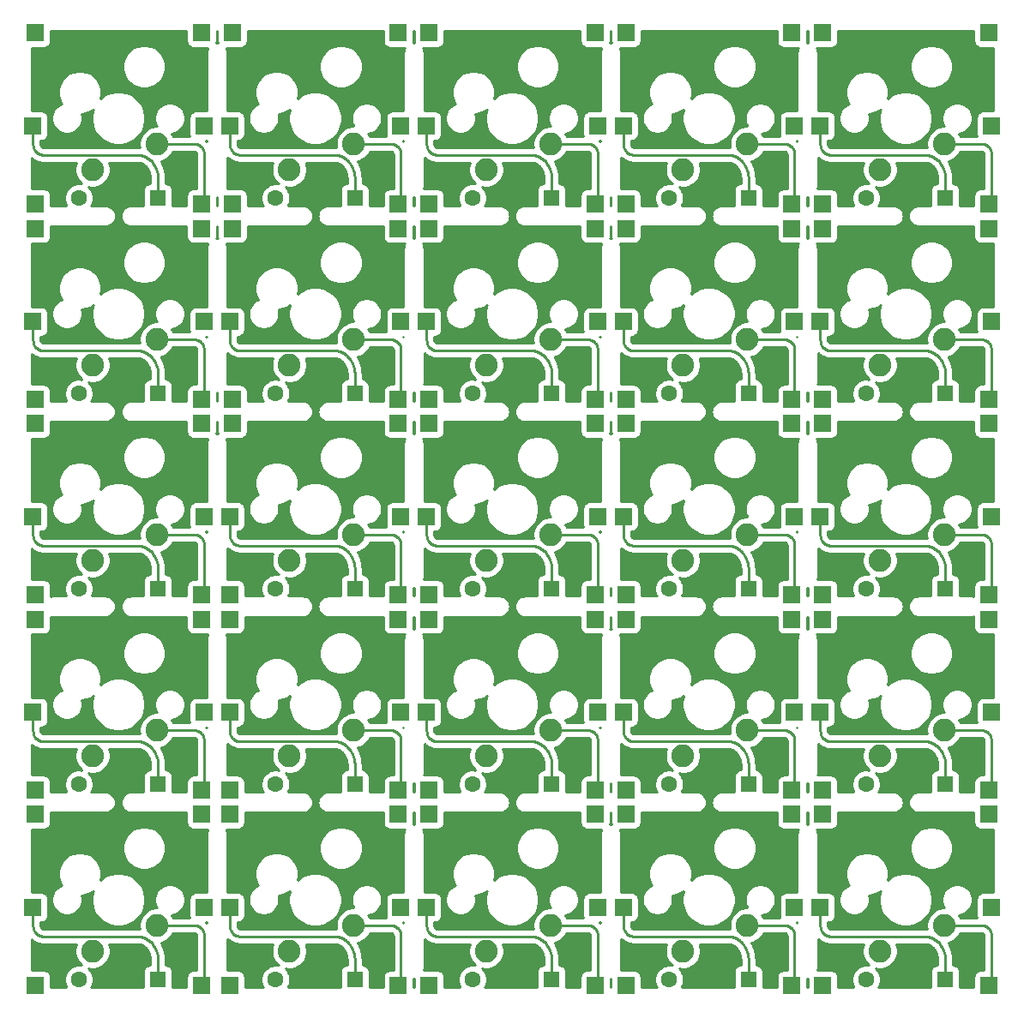
<source format=gtl>
G04 #@! TF.GenerationSoftware,KiCad,Pcbnew,(5.1.5)-3*
G04 #@! TF.CreationDate,2020-12-04T16:21:17+08:00*
G04 #@! TF.ProjectId,switch breakout,73776974-6368-4206-9272-65616b6f7574,rev?*
G04 #@! TF.SameCoordinates,Original*
G04 #@! TF.FileFunction,Copper,L1,Top*
G04 #@! TF.FilePolarity,Positive*
%FSLAX46Y46*%
G04 Gerber Fmt 4.6, Leading zero omitted, Abs format (unit mm)*
G04 Created by KiCad (PCBNEW (5.1.5)-3) date 2020-12-04 16:21:17*
%MOMM*%
%LPD*%
G04 APERTURE LIST*
%ADD10R,1.700000X1.700000*%
%ADD11C,2.250000*%
%ADD12R,1.600000X1.600000*%
%ADD13C,1.600000*%
%ADD14C,0.250000*%
%ADD15C,0.254000*%
G04 APERTURE END LIST*
D10*
X51562000Y-25804464D03*
X70739000Y-93821250D03*
D11*
X59986251Y-107339750D03*
X66336251Y-104799750D03*
D10*
X70993000Y-103020464D03*
X70739000Y-110712250D03*
X54356000Y-93821250D03*
X54356000Y-110712250D03*
X54102000Y-103020464D03*
X109601000Y-110712250D03*
X93218000Y-93821250D03*
X51308000Y-110712250D03*
D11*
X98848251Y-107339750D03*
X105198251Y-104799750D03*
D10*
X34671000Y-103020464D03*
D12*
X66426251Y-110140750D03*
D13*
X58626251Y-110140750D03*
D12*
X46995251Y-110140750D03*
D13*
X39195251Y-110140750D03*
D10*
X51562000Y-103020464D03*
X34671000Y-110712250D03*
X34671000Y-93821250D03*
D11*
X40555251Y-107339750D03*
X46905251Y-104799750D03*
D10*
X51308000Y-93821250D03*
X93218000Y-110712250D03*
X92964000Y-103020464D03*
X109601000Y-93821250D03*
D12*
X105288251Y-110140750D03*
D13*
X97488251Y-110140750D03*
D10*
X109855000Y-103020464D03*
X90170000Y-110712250D03*
X73787000Y-110712250D03*
X15240000Y-103020464D03*
X31877000Y-110712250D03*
X73787000Y-93821250D03*
X73533000Y-103020464D03*
X15494000Y-93821250D03*
D11*
X85767251Y-104799750D03*
X79417251Y-107339750D03*
D10*
X90170000Y-93821250D03*
D11*
X27474251Y-104799750D03*
X21124251Y-107339750D03*
D10*
X15494000Y-110712250D03*
X90424000Y-103020464D03*
D13*
X19759000Y-110140750D03*
D12*
X27559000Y-110140750D03*
D10*
X31877000Y-93821250D03*
X32131000Y-103020464D03*
D13*
X78057251Y-110140750D03*
D12*
X85857251Y-110140750D03*
D10*
X70739000Y-55213250D03*
D12*
X66426251Y-90868500D03*
D13*
X58626251Y-90868500D03*
D11*
X66336251Y-66191750D03*
X59986251Y-68731750D03*
D10*
X70993000Y-83748214D03*
X70993000Y-64412464D03*
X70739000Y-72104250D03*
X54356000Y-55213250D03*
X54356000Y-74549000D03*
X54356000Y-91440000D03*
X54356000Y-72104250D03*
X54102000Y-64412464D03*
D11*
X59986251Y-88067500D03*
X66336251Y-85527500D03*
D13*
X58626251Y-71532750D03*
D12*
X66426251Y-71532750D03*
D10*
X70739000Y-91440000D03*
X34671000Y-74549000D03*
X51308000Y-91440000D03*
X31877000Y-74549000D03*
X34671000Y-91440000D03*
D13*
X19759000Y-90868500D03*
D12*
X27559000Y-90868500D03*
D10*
X34671000Y-83748214D03*
X51308000Y-74549000D03*
D11*
X40555251Y-88067500D03*
X46905251Y-85527500D03*
D12*
X46995251Y-90868500D03*
D13*
X39195251Y-90868500D03*
D10*
X51562000Y-83748214D03*
X15494000Y-74549000D03*
X15240000Y-83748214D03*
X15494000Y-91440000D03*
X31877000Y-91440000D03*
X32131000Y-83748214D03*
D11*
X27474251Y-85527500D03*
X21124251Y-88067500D03*
D10*
X34925000Y-55213250D03*
X34671000Y-64412464D03*
X51308000Y-72104250D03*
X51308000Y-55213250D03*
D11*
X46905251Y-66191750D03*
X40555251Y-68731750D03*
D13*
X39195251Y-71532750D03*
D12*
X46995251Y-71532750D03*
D10*
X34671000Y-72104250D03*
X51562000Y-64412464D03*
D12*
X105288251Y-90868500D03*
D13*
X97488251Y-90868500D03*
D11*
X98848251Y-88067500D03*
X105198251Y-85527500D03*
D10*
X93218000Y-91440000D03*
D11*
X105198251Y-66191750D03*
X98848251Y-68731750D03*
D10*
X109601000Y-72104250D03*
X93218000Y-55213250D03*
X93218000Y-72104250D03*
X93218000Y-74549000D03*
X109601000Y-55213250D03*
D13*
X97488251Y-71532750D03*
D12*
X105288251Y-71532750D03*
D10*
X92964000Y-64412464D03*
X109855000Y-64412464D03*
X109855000Y-83748214D03*
X109601000Y-74549000D03*
X92964000Y-83748214D03*
D13*
X78057251Y-90868500D03*
D12*
X85857251Y-90868500D03*
D11*
X85767251Y-85527500D03*
X79417251Y-88067500D03*
D10*
X73787000Y-55213250D03*
X90170000Y-72104250D03*
X73787000Y-91440000D03*
D11*
X79417251Y-68731750D03*
X85767251Y-66191750D03*
D10*
X73787000Y-72104250D03*
X73787000Y-74549000D03*
X90170000Y-55213250D03*
X109601000Y-91440000D03*
X73533000Y-64412464D03*
X90424000Y-64412464D03*
X90424000Y-83748214D03*
D12*
X85857251Y-71532750D03*
D13*
X78057251Y-71532750D03*
D10*
X90170000Y-74549000D03*
X73533000Y-83748214D03*
X90170000Y-91440000D03*
X54102000Y-83748214D03*
X70739000Y-74549000D03*
X15494000Y-55213250D03*
D12*
X27559000Y-71532750D03*
D13*
X19759000Y-71532750D03*
D10*
X15240000Y-64412464D03*
X15494000Y-72104250D03*
X31877000Y-72104250D03*
X31877000Y-55213250D03*
D11*
X21124251Y-68731750D03*
X27474251Y-66191750D03*
D10*
X32131000Y-64412464D03*
D13*
X97488251Y-52260500D03*
D12*
X105288251Y-52260500D03*
D11*
X105198251Y-46919500D03*
X98848251Y-49459500D03*
D10*
X93218000Y-16605250D03*
X109601000Y-33496250D03*
X93218000Y-52832000D03*
D11*
X98848251Y-30123750D03*
X105198251Y-27583750D03*
D10*
X93218000Y-33496250D03*
X93218000Y-35941000D03*
X109601000Y-16605250D03*
X92964000Y-25804464D03*
X109855000Y-25804464D03*
X109855000Y-45140214D03*
D12*
X105288251Y-32924750D03*
D13*
X97488251Y-32924750D03*
D10*
X109601000Y-35941000D03*
X92964000Y-45140214D03*
X109601000Y-52832000D03*
X90170000Y-16605250D03*
D12*
X85857251Y-52260500D03*
D13*
X78057251Y-52260500D03*
D11*
X85767251Y-27583750D03*
X79417251Y-30123750D03*
D10*
X90424000Y-45140214D03*
X90424000Y-25804464D03*
X90170000Y-33496250D03*
X73787000Y-16605250D03*
X73787000Y-35941000D03*
X73787000Y-52832000D03*
X73787000Y-33496250D03*
X73533000Y-25804464D03*
D11*
X79417251Y-49459500D03*
X85767251Y-46919500D03*
D13*
X78057251Y-32924750D03*
D12*
X85857251Y-32924750D03*
D10*
X90170000Y-52832000D03*
X73533000Y-45140214D03*
X90170000Y-35941000D03*
X54102000Y-45140214D03*
X70739000Y-35941000D03*
X70739000Y-16605250D03*
D11*
X59986251Y-30123750D03*
X66336251Y-27583750D03*
D10*
X70993000Y-25804464D03*
X70739000Y-33496250D03*
D13*
X58626251Y-52260500D03*
D12*
X66426251Y-52260500D03*
D10*
X70993000Y-45140214D03*
X54356000Y-16605250D03*
X54356000Y-33496250D03*
X54102000Y-25804464D03*
D11*
X66336251Y-46919500D03*
X59986251Y-49459500D03*
D12*
X66426251Y-32924750D03*
D13*
X58626251Y-32924750D03*
D10*
X54356000Y-35941000D03*
X70739000Y-52832000D03*
X54356000Y-52832000D03*
X34925000Y-35941000D03*
X34671000Y-45140214D03*
X51308000Y-52832000D03*
X51308000Y-35941000D03*
D11*
X46905251Y-46919500D03*
X40555251Y-49459500D03*
D13*
X39195251Y-52260500D03*
D12*
X46995251Y-52260500D03*
D10*
X34925000Y-52832000D03*
X51562000Y-45140214D03*
X15494000Y-35941000D03*
D12*
X27559000Y-52260500D03*
D13*
X19759000Y-52260500D03*
D10*
X15240000Y-45140214D03*
X15494000Y-52832000D03*
X31877000Y-52832000D03*
X31877000Y-35941000D03*
D11*
X21124251Y-49459500D03*
X27474251Y-46919500D03*
D10*
X32131000Y-45140214D03*
X34925000Y-16605250D03*
D12*
X46995251Y-32924750D03*
D13*
X39195251Y-32924750D03*
D10*
X34671000Y-25804464D03*
X34925000Y-33496250D03*
X51308000Y-33496250D03*
X51308000Y-16605250D03*
D11*
X40555251Y-30123750D03*
X46905251Y-27583750D03*
D10*
X32131000Y-25804464D03*
D11*
X27474251Y-27583750D03*
X21124251Y-30123750D03*
D10*
X31877000Y-16605250D03*
X31877000Y-33496250D03*
X15494000Y-33496250D03*
X15240000Y-25804464D03*
D13*
X19759000Y-32924750D03*
D12*
X27559000Y-32924750D03*
D10*
X15494000Y-16605250D03*
D14*
X32131000Y-28583750D02*
X32131000Y-33496250D01*
X31904010Y-27949356D02*
X31838106Y-27876643D01*
X31602396Y-27701828D02*
X31513683Y-27659870D01*
X32111785Y-28388659D02*
X32087940Y-28293465D01*
X31686570Y-27752280D02*
X31602396Y-27701828D01*
X31421284Y-27626809D02*
X31326090Y-27602964D01*
X31962469Y-28028179D02*
X31904010Y-27949356D01*
X31229017Y-27588565D02*
X31131000Y-27583750D01*
X31838106Y-27876643D02*
X31765393Y-27810739D01*
X31765393Y-27810739D02*
X31686570Y-27752280D01*
X31131000Y-27583750D02*
X27474251Y-27583750D01*
X32054879Y-28201066D02*
X32012921Y-28112353D01*
X32012921Y-28112353D02*
X31962469Y-28028179D01*
X32087940Y-28293465D02*
X32054879Y-28201066D01*
X32126184Y-28485732D02*
X32111785Y-28388659D01*
X31326090Y-27602964D02*
X31229017Y-27588565D01*
X31513683Y-27659870D02*
X31421284Y-27626809D01*
X32131000Y-28583750D02*
X32126184Y-28485732D01*
X51562000Y-28583750D02*
X51557184Y-28485732D01*
X50944683Y-27659870D02*
X50852284Y-27626809D01*
X50757090Y-27602964D02*
X50660017Y-27588565D01*
X51557184Y-28485732D02*
X51542785Y-28388659D01*
X51518940Y-28293465D02*
X51485879Y-28201066D01*
X51443921Y-28112353D02*
X51393469Y-28028179D01*
X51485879Y-28201066D02*
X51443921Y-28112353D01*
X50562000Y-27583750D02*
X46905251Y-27583750D01*
X51196393Y-27810739D02*
X51117570Y-27752280D01*
X51269106Y-27876643D02*
X51196393Y-27810739D01*
X50660017Y-27588565D02*
X50562000Y-27583750D01*
X51393469Y-28028179D02*
X51335010Y-27949356D01*
X50852284Y-27626809D02*
X50757090Y-27602964D01*
X51117570Y-27752280D02*
X51033396Y-27701828D01*
X51542785Y-28388659D02*
X51518940Y-28293465D01*
X51033396Y-27701828D02*
X50944683Y-27659870D01*
X51335010Y-27949356D02*
X51269106Y-27876643D01*
X51562000Y-28583750D02*
X51562000Y-33496250D01*
X32131000Y-47919500D02*
X32126184Y-47821482D01*
X31513683Y-46995620D02*
X31421284Y-46962559D01*
X31326090Y-46938714D02*
X31229017Y-46924315D01*
X32126184Y-47821482D02*
X32111785Y-47724409D01*
X32087940Y-47629215D02*
X32054879Y-47536816D01*
X32012921Y-47448103D02*
X31962469Y-47363929D01*
X32054879Y-47536816D02*
X32012921Y-47448103D01*
X51562000Y-47919500D02*
X51557184Y-47821482D01*
X51557184Y-47821482D02*
X51542785Y-47724409D01*
X51518940Y-47629215D02*
X51485879Y-47536816D01*
X50944683Y-46995620D02*
X50852284Y-46962559D01*
X50757090Y-46938714D02*
X50660017Y-46924315D01*
X51117570Y-47088030D02*
X51033396Y-47037578D01*
X51443921Y-47448103D02*
X51393469Y-47363929D01*
X51033396Y-47037578D02*
X50944683Y-46995620D01*
X51196393Y-47146489D02*
X51117570Y-47088030D01*
X51269106Y-47212393D02*
X51196393Y-47146489D01*
X51485879Y-47536816D02*
X51443921Y-47448103D01*
X50660017Y-46924315D02*
X50562000Y-46919500D01*
X50562000Y-46919500D02*
X46905251Y-46919500D01*
X50852284Y-46962559D02*
X50757090Y-46938714D01*
X51542785Y-47724409D02*
X51518940Y-47629215D01*
X51335010Y-47285106D02*
X51269106Y-47212393D01*
X51393469Y-47363929D02*
X51335010Y-47285106D01*
X51562000Y-47919500D02*
X51562000Y-52832000D01*
X31131000Y-46919500D02*
X27474251Y-46919500D01*
X31765393Y-47146489D02*
X31686570Y-47088030D01*
X31838106Y-47212393D02*
X31765393Y-47146489D01*
X31229017Y-46924315D02*
X31131000Y-46919500D01*
X31962469Y-47363929D02*
X31904010Y-47285106D01*
X31421284Y-46962559D02*
X31326090Y-46938714D01*
X31686570Y-47088030D02*
X31602396Y-47037578D01*
X32111785Y-47724409D02*
X32087940Y-47629215D01*
X31602396Y-47037578D02*
X31513683Y-46995620D01*
X31904010Y-47285106D02*
X31838106Y-47212393D01*
X32131000Y-47919500D02*
X32131000Y-52832000D01*
X70988184Y-28485732D02*
X70973785Y-28388659D01*
X70993000Y-28583750D02*
X70988184Y-28485732D01*
X70375683Y-27659870D02*
X70283284Y-27626809D01*
X70949940Y-28293465D02*
X70916879Y-28201066D01*
X70188090Y-46938714D02*
X70091017Y-46924315D01*
X70375683Y-46995620D02*
X70283284Y-46962559D01*
X70766010Y-27949356D02*
X70700106Y-27876643D01*
X70627393Y-27810739D02*
X70548570Y-27752280D01*
X70700106Y-27876643D02*
X70627393Y-27810739D01*
X70916879Y-28201066D02*
X70874921Y-28112353D01*
X70188090Y-27602964D02*
X70091017Y-27588565D01*
X70091017Y-27588565D02*
X69993000Y-27583750D01*
X70548570Y-27752280D02*
X70464396Y-27701828D01*
X70874921Y-28112353D02*
X70824469Y-28028179D01*
X70973785Y-28388659D02*
X70949940Y-28293465D01*
X70464396Y-27701828D02*
X70375683Y-27659870D01*
X69993000Y-27583750D02*
X66336251Y-27583750D01*
X70283284Y-27626809D02*
X70188090Y-27602964D01*
X70091017Y-46924315D02*
X69993000Y-46919500D01*
X70766010Y-47285106D02*
X70700106Y-47212393D01*
X70824469Y-47363929D02*
X70766010Y-47285106D01*
X70993000Y-28583750D02*
X70993000Y-33496250D01*
X70464396Y-47037578D02*
X70375683Y-46995620D01*
X70700106Y-47212393D02*
X70627393Y-47146489D01*
X70824469Y-28028179D02*
X70766010Y-27949356D01*
X70993000Y-47919500D02*
X70993000Y-52832000D01*
X70283284Y-46962559D02*
X70188090Y-46938714D01*
X69993000Y-46919500D02*
X66336251Y-46919500D01*
X70627393Y-47146489D02*
X70548570Y-47088030D01*
X70916879Y-47536816D02*
X70874921Y-47448103D01*
X70973785Y-47724409D02*
X70949940Y-47629215D01*
X70988184Y-47821482D02*
X70973785Y-47724409D01*
X70993000Y-47919500D02*
X70988184Y-47821482D01*
X70949940Y-47629215D02*
X70916879Y-47536816D01*
X70548570Y-47088030D02*
X70464396Y-47037578D01*
X70874921Y-47448103D02*
X70824469Y-47363929D01*
X90419184Y-28485732D02*
X90404785Y-28388659D01*
X89979570Y-47088030D02*
X89895396Y-47037578D01*
X90305921Y-47448103D02*
X90255469Y-47363929D01*
X90380940Y-47629215D02*
X90347879Y-47536816D01*
X90419184Y-47821482D02*
X90404785Y-47724409D01*
X90424000Y-47919500D02*
X90419184Y-47821482D01*
X90255469Y-28028179D02*
X90197010Y-27949356D01*
X90255469Y-47363929D02*
X90197010Y-47285106D01*
X90131106Y-47212393D02*
X90058393Y-47146489D01*
X90424000Y-47919500D02*
X90424000Y-52832000D01*
X89714284Y-46962559D02*
X89619090Y-46938714D01*
X89895396Y-47037578D02*
X89806683Y-46995620D01*
X89714284Y-27626809D02*
X89619090Y-27602964D01*
X90197010Y-47285106D02*
X90131106Y-47212393D01*
X90424000Y-28583750D02*
X90424000Y-33496250D01*
X89522017Y-46924315D02*
X89424000Y-46919500D01*
X90424000Y-28583750D02*
X90419184Y-28485732D01*
X90404785Y-28388659D02*
X90380940Y-28293465D01*
X90305921Y-28112353D02*
X90255469Y-28028179D01*
X89424000Y-27583750D02*
X85767251Y-27583750D01*
X89895396Y-27701828D02*
X89806683Y-27659870D01*
X89806683Y-27659870D02*
X89714284Y-27626809D01*
X90058393Y-27810739D02*
X89979570Y-27752280D01*
X89806683Y-46995620D02*
X89714284Y-46962559D01*
X90197010Y-27949356D02*
X90131106Y-27876643D01*
X89522017Y-27588565D02*
X89424000Y-27583750D01*
X89979570Y-27752280D02*
X89895396Y-27701828D01*
X89619090Y-27602964D02*
X89522017Y-27588565D01*
X90347879Y-28201066D02*
X90305921Y-28112353D01*
X90131106Y-27876643D02*
X90058393Y-27810739D01*
X89424000Y-46919500D02*
X85767251Y-46919500D01*
X90347879Y-47536816D02*
X90305921Y-47448103D01*
X90058393Y-47146489D02*
X89979570Y-47088030D01*
X90404785Y-47724409D02*
X90380940Y-47629215D01*
X90380940Y-28293465D02*
X90347879Y-28201066D01*
X89619090Y-46938714D02*
X89522017Y-46924315D01*
X109855000Y-28583750D02*
X109850184Y-28485732D01*
X109628010Y-47285106D02*
X109562106Y-47212393D01*
X109326396Y-47037578D02*
X109237683Y-46995620D01*
X109145284Y-46962559D02*
X109050090Y-46938714D01*
X109855000Y-28583750D02*
X109855000Y-33496250D01*
X109145284Y-27626809D02*
X109050090Y-27602964D01*
X108953017Y-46924315D02*
X108855000Y-46919500D01*
X108855000Y-46919500D02*
X105198251Y-46919500D01*
X108855000Y-27583750D02*
X105198251Y-27583750D01*
X109326396Y-27701828D02*
X109237683Y-27659870D01*
X109736921Y-28112353D02*
X109686469Y-28028179D01*
X109835785Y-28388659D02*
X109811940Y-28293465D01*
X109237683Y-27659870D02*
X109145284Y-27626809D01*
X109686469Y-47363929D02*
X109628010Y-47285106D01*
X109736921Y-47448103D02*
X109686469Y-47363929D01*
X109855000Y-47919500D02*
X109855000Y-52832000D01*
X109410570Y-47088030D02*
X109326396Y-47037578D01*
X109850184Y-47821482D02*
X109835785Y-47724409D01*
X109855000Y-47919500D02*
X109850184Y-47821482D01*
X109686469Y-28028179D02*
X109628010Y-27949356D01*
X109811940Y-47629215D02*
X109778879Y-47536816D01*
X109562106Y-47212393D02*
X109489393Y-47146489D01*
X109237683Y-46995620D02*
X109145284Y-46962559D01*
X109778879Y-28201066D02*
X109736921Y-28112353D01*
X109489393Y-27810739D02*
X109410570Y-27752280D01*
X109562106Y-27876643D02*
X109489393Y-27810739D01*
X109628010Y-27949356D02*
X109562106Y-27876643D01*
X109050090Y-27602964D02*
X108953017Y-27588565D01*
X108953017Y-27588565D02*
X108855000Y-27583750D01*
X109410570Y-27752280D02*
X109326396Y-27701828D01*
X109850184Y-28485732D02*
X109835785Y-28388659D01*
X109489393Y-47146489D02*
X109410570Y-47088030D01*
X109050090Y-46938714D02*
X108953017Y-46924315D01*
X109835785Y-47724409D02*
X109811940Y-47629215D01*
X109778879Y-47536816D02*
X109736921Y-47448103D01*
X109811940Y-28293465D02*
X109778879Y-28201066D01*
X90424000Y-67191750D02*
X90419184Y-67093732D01*
X90197010Y-85893106D02*
X90131106Y-85820393D01*
X89895396Y-85645578D02*
X89806683Y-85603620D01*
X89714284Y-85570559D02*
X89619090Y-85546714D01*
X90424000Y-67191750D02*
X90424000Y-72104250D01*
X89714284Y-66234809D02*
X89619090Y-66210964D01*
X89522017Y-85532315D02*
X89424000Y-85527500D01*
X89424000Y-85527500D02*
X85767251Y-85527500D01*
X89424000Y-66191750D02*
X85767251Y-66191750D01*
X89895396Y-66309828D02*
X89806683Y-66267870D01*
X90305921Y-66720353D02*
X90255469Y-66636179D01*
X90404785Y-66996659D02*
X90380940Y-66901465D01*
X89806683Y-66267870D02*
X89714284Y-66234809D01*
X109562106Y-66484643D02*
X109489393Y-66418739D01*
X108953017Y-66196565D02*
X108855000Y-66191750D01*
X109489393Y-66418739D02*
X109410570Y-66360280D01*
X109628010Y-66557356D02*
X109562106Y-66484643D01*
X109410570Y-66360280D02*
X109326396Y-66309828D01*
X109050090Y-66210964D02*
X108953017Y-66196565D01*
X109835785Y-86332409D02*
X109811940Y-86237215D01*
X109850184Y-67093732D02*
X109835785Y-66996659D01*
X109489393Y-85754489D02*
X109410570Y-85696030D01*
X109050090Y-85546714D02*
X108953017Y-85532315D01*
X109778879Y-86144816D02*
X109736921Y-86056103D01*
X109811940Y-66901465D02*
X109778879Y-66809066D01*
X109628010Y-85893106D02*
X109562106Y-85820393D01*
X108953017Y-85532315D02*
X108855000Y-85527500D01*
X109145284Y-85570559D02*
X109050090Y-85546714D01*
X109326396Y-85645578D02*
X109237683Y-85603620D01*
X109855000Y-67191750D02*
X109850184Y-67093732D01*
X109855000Y-67191750D02*
X109855000Y-72104250D01*
X109145284Y-66234809D02*
X109050090Y-66210964D01*
X108855000Y-66191750D02*
X105198251Y-66191750D01*
X109326396Y-66309828D02*
X109237683Y-66267870D01*
X108855000Y-85527500D02*
X105198251Y-85527500D01*
X109855000Y-86527500D02*
X109850184Y-86429482D01*
X109410570Y-85696030D02*
X109326396Y-85645578D01*
X109736921Y-66720353D02*
X109686469Y-66636179D01*
X109237683Y-66267870D02*
X109145284Y-66234809D01*
X109835785Y-66996659D02*
X109811940Y-66901465D01*
X109686469Y-85971929D02*
X109628010Y-85893106D01*
X109855000Y-86527500D02*
X109855000Y-91440000D01*
X109850184Y-86429482D02*
X109835785Y-86332409D01*
X109736921Y-86056103D02*
X109686469Y-85971929D01*
X109686469Y-66636179D02*
X109628010Y-66557356D01*
X109778879Y-66809066D02*
X109736921Y-66720353D01*
X109811940Y-86237215D02*
X109778879Y-86144816D01*
X109562106Y-85820393D02*
X109489393Y-85754489D01*
X109237683Y-85603620D02*
X109145284Y-85570559D01*
X70988184Y-67093732D02*
X70973785Y-66996659D01*
X32131000Y-67191750D02*
X32126184Y-67093732D01*
X31513683Y-66267870D02*
X31421284Y-66234809D01*
X31326090Y-66210964D02*
X31229017Y-66196565D01*
X32126184Y-67093732D02*
X32111785Y-66996659D01*
X32087940Y-66901465D02*
X32054879Y-66809066D01*
X32012921Y-66720353D02*
X31962469Y-66636179D01*
X32054879Y-66809066D02*
X32012921Y-66720353D01*
X51562000Y-67191750D02*
X51557184Y-67093732D01*
X51557184Y-67093732D02*
X51542785Y-66996659D01*
X51518940Y-66901465D02*
X51485879Y-66809066D01*
X50944683Y-66267870D02*
X50852284Y-66234809D01*
X50757090Y-66210964D02*
X50660017Y-66196565D01*
X51117570Y-66360280D02*
X51033396Y-66309828D01*
X51443921Y-66720353D02*
X51393469Y-66636179D01*
X51033396Y-66309828D02*
X50944683Y-66267870D01*
X51196393Y-66418739D02*
X51117570Y-66360280D01*
X51269106Y-66484643D02*
X51196393Y-66418739D01*
X51485879Y-66809066D02*
X51443921Y-66720353D01*
X50660017Y-66196565D02*
X50562000Y-66191750D01*
X50562000Y-66191750D02*
X46905251Y-66191750D01*
X50852284Y-66234809D02*
X50757090Y-66210964D01*
X51542785Y-66996659D02*
X51518940Y-66901465D01*
X51335010Y-66557356D02*
X51269106Y-66484643D01*
X51393469Y-66636179D02*
X51335010Y-66557356D01*
X51562000Y-67191750D02*
X51562000Y-72104250D01*
X70548570Y-85696030D02*
X70464396Y-85645578D01*
X70874921Y-86056103D02*
X70824469Y-85971929D01*
X70949940Y-86237215D02*
X70916879Y-86144816D01*
X70988184Y-86429482D02*
X70973785Y-86332409D01*
X70993000Y-86527500D02*
X70988184Y-86429482D01*
X70824469Y-66636179D02*
X70766010Y-66557356D01*
X70824469Y-85971929D02*
X70766010Y-85893106D01*
X70700106Y-85820393D02*
X70627393Y-85754489D01*
X70993000Y-86527500D02*
X70993000Y-91440000D01*
X70283284Y-85570559D02*
X70188090Y-85546714D01*
X70464396Y-85645578D02*
X70375683Y-85603620D01*
X70283284Y-66234809D02*
X70188090Y-66210964D01*
X70766010Y-85893106D02*
X70700106Y-85820393D01*
X70993000Y-67191750D02*
X70993000Y-72104250D01*
X70091017Y-85532315D02*
X69993000Y-85527500D01*
X70993000Y-67191750D02*
X70988184Y-67093732D01*
X70973785Y-66996659D02*
X70949940Y-66901465D01*
X70874921Y-66720353D02*
X70824469Y-66636179D01*
X69993000Y-66191750D02*
X66336251Y-66191750D01*
X70464396Y-66309828D02*
X70375683Y-66267870D01*
X70375683Y-66267870D02*
X70283284Y-66234809D01*
X90255469Y-85971929D02*
X90197010Y-85893106D01*
X90305921Y-86056103D02*
X90255469Y-85971929D01*
X90424000Y-86527500D02*
X90424000Y-91440000D01*
X89979570Y-85696030D02*
X89895396Y-85645578D01*
X90419184Y-86429482D02*
X90404785Y-86332409D01*
X90424000Y-86527500D02*
X90419184Y-86429482D01*
X90255469Y-66636179D02*
X90197010Y-66557356D01*
X90380940Y-86237215D02*
X90347879Y-86144816D01*
X90131106Y-85820393D02*
X90058393Y-85754489D01*
X89806683Y-85603620D02*
X89714284Y-85570559D01*
X90347879Y-66809066D02*
X90305921Y-66720353D01*
X90058393Y-66418739D02*
X89979570Y-66360280D01*
X90131106Y-66484643D02*
X90058393Y-66418739D01*
X90197010Y-66557356D02*
X90131106Y-66484643D01*
X89619090Y-66210964D02*
X89522017Y-66196565D01*
X89522017Y-66196565D02*
X89424000Y-66191750D01*
X89979570Y-66360280D02*
X89895396Y-66309828D01*
X70627393Y-66418739D02*
X70548570Y-66360280D01*
X70375683Y-85603620D02*
X70283284Y-85570559D01*
X70766010Y-66557356D02*
X70700106Y-66484643D01*
X70091017Y-66196565D02*
X69993000Y-66191750D01*
X70548570Y-66360280D02*
X70464396Y-66309828D01*
X70188090Y-66210964D02*
X70091017Y-66196565D01*
X70916879Y-66809066D02*
X70874921Y-66720353D01*
X70700106Y-66484643D02*
X70627393Y-66418739D01*
X31131000Y-66191750D02*
X27474251Y-66191750D01*
X31765393Y-66418739D02*
X31686570Y-66360280D01*
X31838106Y-66484643D02*
X31765393Y-66418739D01*
X31229017Y-66196565D02*
X31131000Y-66191750D01*
X31962469Y-66636179D02*
X31904010Y-66557356D01*
X31421284Y-66234809D02*
X31326090Y-66210964D01*
X31686570Y-66360280D02*
X31602396Y-66309828D01*
X32111785Y-66996659D02*
X32087940Y-66901465D01*
X31602396Y-66309828D02*
X31513683Y-66267870D01*
X31904010Y-66557356D02*
X31838106Y-66484643D01*
X32131000Y-67191750D02*
X32131000Y-72104250D01*
X69993000Y-85527500D02*
X66336251Y-85527500D01*
X70916879Y-86144816D02*
X70874921Y-86056103D01*
X70627393Y-85754489D02*
X70548570Y-85696030D01*
X70973785Y-86332409D02*
X70949940Y-86237215D01*
X90419184Y-67093732D02*
X90404785Y-66996659D01*
X31131000Y-85527500D02*
X27474251Y-85527500D01*
X51335010Y-85893106D02*
X51269106Y-85820393D01*
X50660017Y-85532315D02*
X50562000Y-85527500D01*
X51393469Y-85971929D02*
X51335010Y-85893106D01*
X51562000Y-86527500D02*
X51562000Y-91440000D01*
X51033396Y-85645578D02*
X50944683Y-85603620D01*
X31765393Y-85754489D02*
X31686570Y-85696030D01*
X51269106Y-85820393D02*
X51196393Y-85754489D01*
X50852284Y-85570559D02*
X50757090Y-85546714D01*
X51542785Y-86332409D02*
X51518940Y-86237215D01*
X50562000Y-85527500D02*
X46905251Y-85527500D01*
X51485879Y-86144816D02*
X51443921Y-86056103D01*
X51196393Y-85754489D02*
X51117570Y-85696030D01*
X31962469Y-85971929D02*
X31904010Y-85893106D01*
X31686570Y-85696030D02*
X31602396Y-85645578D01*
X32111785Y-86332409D02*
X32087940Y-86237215D01*
X31602396Y-85645578D02*
X31513683Y-85603620D01*
X31904010Y-85893106D02*
X31838106Y-85820393D01*
X31229017Y-85532315D02*
X31131000Y-85527500D01*
X32131000Y-86527500D02*
X32131000Y-91440000D01*
X31421284Y-85570559D02*
X31326090Y-85546714D01*
X31838106Y-85820393D02*
X31765393Y-85754489D01*
X90058393Y-85754489D02*
X89979570Y-85696030D01*
X89619090Y-85546714D02*
X89522017Y-85532315D01*
X90404785Y-86332409D02*
X90380940Y-86237215D01*
X90347879Y-86144816D02*
X90305921Y-86056103D01*
X90380940Y-66901465D02*
X90347879Y-66809066D01*
X70949940Y-66901465D02*
X70916879Y-66809066D01*
X70188090Y-85546714D02*
X70091017Y-85532315D01*
X32012921Y-86056103D02*
X31962469Y-85971929D01*
X32126184Y-86429482D02*
X32111785Y-86332409D01*
X32131000Y-86527500D02*
X32126184Y-86429482D01*
X32054879Y-86144816D02*
X32012921Y-86056103D01*
X31513683Y-85603620D02*
X31421284Y-85570559D01*
X31326090Y-85546714D02*
X31229017Y-85532315D01*
X32087940Y-86237215D02*
X32054879Y-86144816D01*
X51562000Y-86527500D02*
X51557184Y-86429482D01*
X51557184Y-86429482D02*
X51542785Y-86332409D01*
X51518940Y-86237215D02*
X51485879Y-86144816D01*
X51117570Y-85696030D02*
X51033396Y-85645578D01*
X51443921Y-86056103D02*
X51393469Y-85971929D01*
X50757090Y-85546714D02*
X50660017Y-85532315D01*
X50944683Y-85603620D02*
X50852284Y-85570559D01*
X89895396Y-104917828D02*
X89806683Y-104875870D01*
X89806683Y-104875870D02*
X89714284Y-104842809D01*
X90305921Y-105328353D02*
X90255469Y-105244179D01*
X90404785Y-105604659D02*
X90380940Y-105509465D01*
X89424000Y-104799750D02*
X85767251Y-104799750D01*
X109562106Y-105092643D02*
X109489393Y-105026739D01*
X108953017Y-104804565D02*
X108855000Y-104799750D01*
X109489393Y-105026739D02*
X109410570Y-104968280D01*
X90424000Y-105799750D02*
X90419184Y-105701732D01*
X89714284Y-104842809D02*
X89619090Y-104818964D01*
X90424000Y-105799750D02*
X90424000Y-110712250D01*
X109410570Y-104968280D02*
X109326396Y-104917828D01*
X109628010Y-105165356D02*
X109562106Y-105092643D01*
X109050090Y-104818964D02*
X108953017Y-104804565D01*
X109850184Y-105701732D02*
X109835785Y-105604659D01*
X109811940Y-105509465D02*
X109778879Y-105417066D01*
X109145284Y-104842809D02*
X109050090Y-104818964D01*
X109855000Y-105799750D02*
X109850184Y-105701732D01*
X109855000Y-105799750D02*
X109855000Y-110712250D01*
X109326396Y-104917828D02*
X109237683Y-104875870D01*
X108855000Y-104799750D02*
X105198251Y-104799750D01*
X109736921Y-105328353D02*
X109686469Y-105244179D01*
X109237683Y-104875870D02*
X109145284Y-104842809D01*
X109835785Y-105604659D02*
X109811940Y-105509465D01*
X109778879Y-105417066D02*
X109736921Y-105328353D01*
X109686469Y-105244179D02*
X109628010Y-105165356D01*
X32131000Y-105799750D02*
X32126184Y-105701732D01*
X70988184Y-105701732D02*
X70973785Y-105604659D01*
X31326090Y-104818964D02*
X31229017Y-104804565D01*
X32087940Y-105509465D02*
X32054879Y-105417066D01*
X32012921Y-105328353D02*
X31962469Y-105244179D01*
X32126184Y-105701732D02*
X32111785Y-105604659D01*
X31513683Y-104875870D02*
X31421284Y-104842809D01*
X32054879Y-105417066D02*
X32012921Y-105328353D01*
X51562000Y-105799750D02*
X51557184Y-105701732D01*
X51557184Y-105701732D02*
X51542785Y-105604659D01*
X51443921Y-105328353D02*
X51393469Y-105244179D01*
X51117570Y-104968280D02*
X51033396Y-104917828D01*
X50944683Y-104875870D02*
X50852284Y-104842809D01*
X51196393Y-105026739D02*
X51117570Y-104968280D01*
X50757090Y-104818964D02*
X50660017Y-104804565D01*
X51033396Y-104917828D02*
X50944683Y-104875870D01*
X51269106Y-105092643D02*
X51196393Y-105026739D01*
X51518940Y-105509465D02*
X51485879Y-105417066D01*
X50852284Y-104842809D02*
X50757090Y-104818964D01*
X51393469Y-105244179D02*
X51335010Y-105165356D01*
X51562000Y-105799750D02*
X51562000Y-110712250D01*
X50660017Y-104804565D02*
X50562000Y-104799750D01*
X51485879Y-105417066D02*
X51443921Y-105328353D01*
X50562000Y-104799750D02*
X46905251Y-104799750D01*
X51542785Y-105604659D02*
X51518940Y-105509465D01*
X51335010Y-105165356D02*
X51269106Y-105092643D01*
X70283284Y-104842809D02*
X70188090Y-104818964D01*
X70824469Y-105244179D02*
X70766010Y-105165356D01*
X70993000Y-105799750D02*
X70993000Y-110712250D01*
X70993000Y-105799750D02*
X70988184Y-105701732D01*
X90419184Y-105701732D02*
X90404785Y-105604659D01*
X70375683Y-104875870D02*
X70283284Y-104842809D01*
X69993000Y-104799750D02*
X66336251Y-104799750D01*
X70973785Y-105604659D02*
X70949940Y-105509465D01*
X70874921Y-105328353D02*
X70824469Y-105244179D01*
X70464396Y-104917828D02*
X70375683Y-104875870D01*
X90255469Y-105244179D02*
X90197010Y-105165356D01*
X90347879Y-105417066D02*
X90305921Y-105328353D01*
X89619090Y-104818964D02*
X89522017Y-104804565D01*
X90197010Y-105165356D02*
X90131106Y-105092643D01*
X90058393Y-105026739D02*
X89979570Y-104968280D01*
X90131106Y-105092643D02*
X90058393Y-105026739D01*
X70627393Y-105026739D02*
X70548570Y-104968280D01*
X70548570Y-104968280D02*
X70464396Y-104917828D01*
X70188090Y-104818964D02*
X70091017Y-104804565D01*
X70091017Y-104804565D02*
X69993000Y-104799750D01*
X89979570Y-104968280D02*
X89895396Y-104917828D01*
X89522017Y-104804565D02*
X89424000Y-104799750D01*
X70766010Y-105165356D02*
X70700106Y-105092643D01*
X70916879Y-105417066D02*
X70874921Y-105328353D01*
X31421284Y-104842809D02*
X31326090Y-104818964D01*
X31838106Y-105092643D02*
X31765393Y-105026739D01*
X31131000Y-104799750D02*
X27474251Y-104799750D01*
X31229017Y-104804565D02*
X31131000Y-104799750D01*
X31962469Y-105244179D02*
X31904010Y-105165356D01*
X31765393Y-105026739D02*
X31686570Y-104968280D01*
X70700106Y-105092643D02*
X70627393Y-105026739D01*
X31686570Y-104968280D02*
X31602396Y-104917828D01*
X32131000Y-105799750D02*
X32131000Y-110712250D01*
X31602396Y-104917828D02*
X31513683Y-104875870D01*
X32111785Y-105604659D02*
X32087940Y-105509465D01*
X31904010Y-105165356D02*
X31838106Y-105092643D01*
X90380940Y-105509465D02*
X90347879Y-105417066D01*
X70949940Y-105509465D02*
X70916879Y-105417066D01*
X26228103Y-28817266D02*
X26314767Y-28855682D01*
X15605606Y-28443260D02*
X15684429Y-28501719D01*
X26854685Y-29235935D02*
X26857144Y-29238394D01*
X15244815Y-27768267D02*
X15259214Y-27865340D01*
X15532893Y-28377356D02*
X15605606Y-28443260D01*
X26562011Y-28995744D02*
X26639515Y-29050329D01*
X15283059Y-27960534D02*
X15316120Y-28052933D01*
X15857316Y-28594129D02*
X15949715Y-28627190D01*
X16141982Y-28665434D02*
X16240000Y-28670250D01*
X15259214Y-27865340D02*
X15283059Y-27960534D01*
X25772390Y-28691154D02*
X25865791Y-28707360D01*
X15768603Y-28552171D02*
X15857316Y-28594129D01*
X15240000Y-27670250D02*
X15244815Y-27768267D01*
X26139658Y-28783150D02*
X26228103Y-28817266D01*
X26714248Y-29108650D02*
X26786028Y-29170569D01*
X26314767Y-28855682D02*
X26399441Y-28898303D01*
X27561342Y-30827041D02*
X27552625Y-30708866D01*
X16240000Y-28670250D02*
X25489000Y-28670250D01*
X27220777Y-29704346D02*
X27157382Y-29604235D01*
X15316120Y-28052933D02*
X15358078Y-28141646D01*
X16044909Y-28651035D02*
X16141982Y-28665434D01*
X25958284Y-28728130D02*
X26049647Y-28753414D01*
X27089151Y-29507355D02*
X27016249Y-29413939D01*
X15358078Y-28141646D02*
X15408530Y-28225820D01*
X27517862Y-30474511D02*
X27491900Y-30358894D01*
X27279183Y-29807448D02*
X27220777Y-29704346D01*
X27332460Y-29913291D02*
X27279183Y-29807448D01*
X27380479Y-30021621D02*
X27332460Y-29913291D01*
X27552625Y-30708866D02*
X27538120Y-30591262D01*
X25583767Y-28672576D02*
X25678307Y-28679550D01*
X26639515Y-29050329D02*
X26714248Y-29108650D01*
X26049647Y-28753414D02*
X26139658Y-28783150D01*
X26938851Y-29324213D02*
X26857144Y-29238394D01*
X25489000Y-28670250D02*
X25583767Y-28672576D01*
X27564251Y-30945501D02*
X27561342Y-30827041D01*
X26786028Y-29170569D02*
X26854685Y-29235935D01*
X27016249Y-29413939D02*
X26938851Y-29324213D01*
X26481922Y-28945028D02*
X26562011Y-28995744D01*
X27491900Y-30358894D02*
X27460295Y-30244691D01*
X27157382Y-29604235D02*
X27089151Y-29507355D01*
X27460295Y-30244691D02*
X27423125Y-30132176D01*
X25678307Y-28679550D02*
X25772390Y-28691154D01*
X27564251Y-30945501D02*
X27564251Y-32924750D01*
X25865791Y-28707360D02*
X25958284Y-28728130D01*
X15949715Y-28627190D02*
X16044909Y-28651035D01*
X27423125Y-30132176D02*
X27380479Y-30021621D01*
X27538120Y-30591262D02*
X27517862Y-30474511D01*
X15408530Y-28225820D02*
X15466989Y-28304643D01*
X15240000Y-27670250D02*
X15240000Y-25804464D01*
X26399441Y-28898303D02*
X26481922Y-28945028D01*
X15466989Y-28304643D02*
X15532893Y-28377356D01*
X15684429Y-28501719D02*
X15768603Y-28552171D01*
X35115429Y-28501719D02*
X35199603Y-28552171D01*
X34897989Y-28304643D02*
X34963893Y-28377356D01*
X45830441Y-28898303D02*
X45912922Y-28945028D01*
X34671000Y-27670250D02*
X34671000Y-25804464D01*
X34839530Y-28225820D02*
X34897989Y-28304643D01*
X46969120Y-30591262D02*
X46948862Y-30474511D01*
X46854125Y-30132176D02*
X46811479Y-30021621D01*
X35380715Y-28627190D02*
X35475909Y-28651035D01*
X45296791Y-28707360D02*
X45389284Y-28728130D01*
X46995251Y-30945501D02*
X46995251Y-32924750D01*
X45109307Y-28679550D02*
X45203390Y-28691154D01*
X46891295Y-30244691D02*
X46854125Y-30132176D01*
X46588382Y-29604235D02*
X46520151Y-29507355D01*
X46922900Y-30358894D02*
X46891295Y-30244691D01*
X45912922Y-28945028D02*
X45993011Y-28995744D01*
X46447249Y-29413939D02*
X46369851Y-29324213D01*
X46217028Y-29170569D02*
X46285685Y-29235935D01*
X46995251Y-30945501D02*
X46992342Y-30827041D01*
X44920000Y-28670250D02*
X45014767Y-28672576D01*
X46369851Y-29324213D02*
X46288144Y-29238394D01*
X45480647Y-28753414D02*
X45570658Y-28783150D01*
X46070515Y-29050329D02*
X46145248Y-29108650D01*
X45014767Y-28672576D02*
X45109307Y-28679550D01*
X46983625Y-30708866D02*
X46969120Y-30591262D01*
X46811479Y-30021621D02*
X46763460Y-29913291D01*
X46763460Y-29913291D02*
X46710183Y-29807448D01*
X46710183Y-29807448D02*
X46651777Y-29704346D01*
X46948862Y-30474511D02*
X46922900Y-30358894D01*
X34789078Y-28141646D02*
X34839530Y-28225820D01*
X46520151Y-29507355D02*
X46447249Y-29413939D01*
X45389284Y-28728130D02*
X45480647Y-28753414D01*
X35475909Y-28651035D02*
X35572982Y-28665434D01*
X34747120Y-28052933D02*
X34789078Y-28141646D01*
X46651777Y-29704346D02*
X46588382Y-29604235D01*
X35671000Y-28670250D02*
X44920000Y-28670250D01*
X46992342Y-30827041D02*
X46983625Y-30708866D01*
X45745767Y-28855682D02*
X45830441Y-28898303D01*
X46145248Y-29108650D02*
X46217028Y-29170569D01*
X45570658Y-28783150D02*
X45659103Y-28817266D01*
X34671000Y-27670250D02*
X34675815Y-27768267D01*
X35199603Y-28552171D02*
X35288316Y-28594129D01*
X45203390Y-28691154D02*
X45296791Y-28707360D01*
X34690214Y-27865340D02*
X34714059Y-27960534D01*
X35572982Y-28665434D02*
X35671000Y-28670250D01*
X35288316Y-28594129D02*
X35380715Y-28627190D01*
X34714059Y-27960534D02*
X34747120Y-28052933D01*
X45993011Y-28995744D02*
X46070515Y-29050329D01*
X34963893Y-28377356D02*
X35036606Y-28443260D01*
X34675815Y-27768267D02*
X34690214Y-27865340D01*
X46285685Y-29235935D02*
X46288144Y-29238394D01*
X35036606Y-28443260D02*
X35115429Y-28501719D01*
X45659103Y-28817266D02*
X45745767Y-28855682D01*
X15684429Y-47837469D02*
X15768603Y-47887921D01*
X15466989Y-47640393D02*
X15532893Y-47713106D01*
X26399441Y-48234053D02*
X26481922Y-48280778D01*
X15240000Y-47006000D02*
X15240000Y-45140214D01*
X15408530Y-47561570D02*
X15466989Y-47640393D01*
X27538120Y-49927012D02*
X27517862Y-49810261D01*
X27423125Y-49467926D02*
X27380479Y-49357371D01*
X15949715Y-47962940D02*
X16044909Y-47986785D01*
X25865791Y-48043110D02*
X25958284Y-48063880D01*
X27564251Y-50281251D02*
X27564251Y-52260500D01*
X25678307Y-48015300D02*
X25772390Y-48026904D01*
X27460295Y-49580441D02*
X27423125Y-49467926D01*
X27157382Y-48939985D02*
X27089151Y-48843105D01*
X27491900Y-49694644D02*
X27460295Y-49580441D01*
X26481922Y-48280778D02*
X26562011Y-48331494D01*
X27016249Y-48749689D02*
X26938851Y-48659963D01*
X26786028Y-48506319D02*
X26854685Y-48571685D01*
X27564251Y-50281251D02*
X27561342Y-50162791D01*
X25489000Y-48006000D02*
X25583767Y-48008326D01*
X26938851Y-48659963D02*
X26857144Y-48574144D01*
X26049647Y-48089164D02*
X26139658Y-48118900D01*
X26639515Y-48386079D02*
X26714248Y-48444400D01*
X25583767Y-48008326D02*
X25678307Y-48015300D01*
X27552625Y-50044616D02*
X27538120Y-49927012D01*
X27380479Y-49357371D02*
X27332460Y-49249041D01*
X27332460Y-49249041D02*
X27279183Y-49143198D01*
X27279183Y-49143198D02*
X27220777Y-49040096D01*
X27517862Y-49810261D02*
X27491900Y-49694644D01*
X15358078Y-47477396D02*
X15408530Y-47561570D01*
X27089151Y-48843105D02*
X27016249Y-48749689D01*
X25958284Y-48063880D02*
X26049647Y-48089164D01*
X16044909Y-47986785D02*
X16141982Y-48001184D01*
X15316120Y-47388683D02*
X15358078Y-47477396D01*
X27220777Y-49040096D02*
X27157382Y-48939985D01*
X16240000Y-48006000D02*
X25489000Y-48006000D01*
X27561342Y-50162791D02*
X27552625Y-50044616D01*
X26314767Y-48191432D02*
X26399441Y-48234053D01*
X26714248Y-48444400D02*
X26786028Y-48506319D01*
X26139658Y-48118900D02*
X26228103Y-48153016D01*
X15240000Y-47006000D02*
X15244815Y-47104017D01*
X15768603Y-47887921D02*
X15857316Y-47929879D01*
X25772390Y-48026904D02*
X25865791Y-48043110D01*
X15259214Y-47201090D02*
X15283059Y-47296284D01*
X16141982Y-48001184D02*
X16240000Y-48006000D01*
X15857316Y-47929879D02*
X15949715Y-47962940D01*
X45296791Y-48043110D02*
X45389284Y-48063880D01*
X46922900Y-49694644D02*
X46891295Y-49580441D01*
X46854125Y-49467926D02*
X46811479Y-49357371D01*
X34671000Y-47006000D02*
X34671000Y-45140214D01*
X34839530Y-47561570D02*
X34897989Y-47640393D01*
X45109307Y-48015300D02*
X45203390Y-48026904D01*
X45912922Y-48280778D02*
X45993011Y-48331494D01*
X46995251Y-50281251D02*
X46995251Y-52260500D01*
X46217028Y-48506319D02*
X46285685Y-48571685D01*
X45830441Y-48234053D02*
X45912922Y-48280778D01*
X46969120Y-49927012D02*
X46948862Y-49810261D01*
X35115429Y-47837469D02*
X35199603Y-47887921D01*
X46891295Y-49580441D02*
X46854125Y-49467926D01*
X46447249Y-48749689D02*
X46369851Y-48659963D01*
X46588382Y-48939985D02*
X46520151Y-48843105D01*
X35380715Y-47962940D02*
X35475909Y-47986785D01*
X34897989Y-47640393D02*
X34963893Y-47713106D01*
X46651777Y-49040096D02*
X46588382Y-48939985D01*
X35475909Y-47986785D02*
X35572982Y-48001184D01*
X34747120Y-47388683D02*
X34789078Y-47477396D01*
X46992342Y-50162791D02*
X46983625Y-50044616D01*
X45745767Y-48191432D02*
X45830441Y-48234053D01*
X35671000Y-48006000D02*
X44920000Y-48006000D01*
X45389284Y-48063880D02*
X45480647Y-48089164D01*
X46710183Y-49143198D02*
X46651777Y-49040096D01*
X46763460Y-49249041D02*
X46710183Y-49143198D01*
X46520151Y-48843105D02*
X46447249Y-48749689D01*
X46070515Y-48386079D02*
X46145248Y-48444400D01*
X46369851Y-48659963D02*
X46288144Y-48574144D01*
X46145248Y-48444400D02*
X46217028Y-48506319D01*
X44920000Y-48006000D02*
X45014767Y-48008326D01*
X34671000Y-47006000D02*
X34675815Y-47104017D01*
X45570658Y-48118900D02*
X45659103Y-48153016D01*
X35199603Y-47887921D02*
X35288316Y-47929879D01*
X45203390Y-48026904D02*
X45296791Y-48043110D01*
X46811479Y-49357371D02*
X46763460Y-49249041D01*
X46948862Y-49810261D02*
X46922900Y-49694644D01*
X34789078Y-47477396D02*
X34839530Y-47561570D01*
X46995251Y-50281251D02*
X46992342Y-50162791D01*
X45014767Y-48008326D02*
X45109307Y-48015300D01*
X46983625Y-50044616D02*
X46969120Y-49927012D01*
X45480647Y-48089164D02*
X45570658Y-48118900D01*
X45659103Y-48153016D02*
X45745767Y-48191432D01*
X34690214Y-47201090D02*
X34714059Y-47296284D01*
X34963893Y-47713106D02*
X35036606Y-47779010D01*
X35288316Y-47929879D02*
X35380715Y-47962940D01*
X34714059Y-47296284D02*
X34747120Y-47388683D01*
X45993011Y-48331494D02*
X46070515Y-48386079D01*
X35572982Y-48001184D02*
X35671000Y-48006000D01*
X34675815Y-47104017D02*
X34690214Y-47201090D01*
X46285685Y-48571685D02*
X46288144Y-48574144D01*
X35036606Y-47779010D02*
X35115429Y-47837469D01*
X15283059Y-47296284D02*
X15316120Y-47388683D01*
X26562011Y-48331494D02*
X26639515Y-48386079D01*
X15532893Y-47713106D02*
X15605606Y-47779010D01*
X15244815Y-47104017D02*
X15259214Y-47201090D01*
X26854685Y-48571685D02*
X26857144Y-48574144D01*
X15605606Y-47779010D02*
X15684429Y-47837469D01*
X26228103Y-48153016D02*
X26314767Y-48191432D01*
X66426251Y-30945501D02*
X66423342Y-30827041D01*
X54220078Y-28141646D02*
X54270530Y-28225820D01*
X66414625Y-30708866D02*
X66400120Y-30591262D01*
X64445767Y-28672576D02*
X64540307Y-28679550D01*
X66426251Y-30945501D02*
X66426251Y-32924750D01*
X54546429Y-28501719D02*
X54630603Y-28552171D01*
X64820284Y-28728130D02*
X64911647Y-28753414D01*
X66423342Y-30827041D02*
X66414625Y-30708866D01*
X66194460Y-29913291D02*
X66141183Y-29807448D01*
X65951151Y-29507355D02*
X65878249Y-29413939D01*
X65501515Y-29050329D02*
X65576248Y-29108650D01*
X65800851Y-29324213D02*
X65719144Y-29238394D01*
X66400120Y-30591262D02*
X66379862Y-30474511D01*
X65261441Y-28898303D02*
X65343922Y-28945028D01*
X54906909Y-28651035D02*
X55003982Y-28665434D01*
X66082777Y-29704346D02*
X66019382Y-29604235D01*
X55102000Y-28670250D02*
X64351000Y-28670250D01*
X54178120Y-28052933D02*
X54220078Y-28141646D01*
X54811715Y-28627190D02*
X54906909Y-28651035D01*
X66322295Y-30244691D02*
X66285125Y-30132176D01*
X54328989Y-28304643D02*
X54394893Y-28377356D01*
X65176767Y-28855682D02*
X65261441Y-28898303D01*
X65648028Y-29170569D02*
X65716685Y-29235935D01*
X66019382Y-29604235D02*
X65951151Y-29507355D01*
X66141183Y-29807448D02*
X66082777Y-29704346D01*
X65878249Y-29413939D02*
X65800851Y-29324213D01*
X65343922Y-28945028D02*
X65424011Y-28995744D01*
X64727791Y-28707360D02*
X64820284Y-28728130D01*
X66285125Y-30132176D02*
X66242479Y-30021621D01*
X64540307Y-28679550D02*
X64634390Y-28691154D01*
X54102000Y-27670250D02*
X54102000Y-25804464D01*
X54270530Y-28225820D02*
X54328989Y-28304643D01*
X66353900Y-30358894D02*
X66322295Y-30244691D01*
X65576248Y-29108650D02*
X65648028Y-29170569D01*
X64351000Y-28670250D02*
X64445767Y-28672576D01*
X54630603Y-28552171D02*
X54719316Y-28594129D01*
X66379862Y-30474511D02*
X66353900Y-30358894D01*
X64634390Y-28691154D02*
X64727791Y-28707360D01*
X54102000Y-27670250D02*
X54106815Y-27768267D01*
X65001658Y-28783150D02*
X65090103Y-28817266D01*
X66242479Y-30021621D02*
X66194460Y-29913291D01*
X66379862Y-49810261D02*
X66353900Y-49694644D01*
X54220078Y-47477396D02*
X54270530Y-47561570D01*
X64445767Y-48008326D02*
X64540307Y-48015300D01*
X54630603Y-47887921D02*
X54719316Y-47929879D01*
X65001658Y-48118900D02*
X65090103Y-48153016D01*
X66426251Y-50281251D02*
X66423342Y-50162791D01*
X66242479Y-49357371D02*
X66194460Y-49249041D01*
X65090103Y-48153016D02*
X65176767Y-48191432D01*
X64634390Y-48026904D02*
X64727791Y-48043110D01*
X66414625Y-50044616D02*
X66400120Y-49927012D01*
X64911647Y-48089164D02*
X65001658Y-48118900D01*
X65716685Y-29235935D02*
X65719144Y-29238394D01*
X54145059Y-27960534D02*
X54178120Y-28052933D01*
X54121214Y-27865340D02*
X54145059Y-27960534D01*
X55003982Y-28665434D02*
X55102000Y-28670250D01*
X54719316Y-28594129D02*
X54811715Y-28627190D01*
X64911647Y-28753414D02*
X65001658Y-28783150D01*
X65424011Y-28995744D02*
X65501515Y-29050329D01*
X54394893Y-28377356D02*
X54467606Y-28443260D01*
X54106815Y-27768267D02*
X54121214Y-27865340D01*
X65090103Y-28817266D02*
X65176767Y-28855682D01*
X54467606Y-28443260D02*
X54546429Y-28501719D01*
X65424011Y-48331494D02*
X65501515Y-48386079D01*
X65716685Y-48571685D02*
X65719144Y-48574144D01*
X54106815Y-47104017D02*
X54121214Y-47201090D01*
X54394893Y-47713106D02*
X54467606Y-47779010D01*
X54145059Y-47296284D02*
X54178120Y-47388683D01*
X54121214Y-47201090D02*
X54145059Y-47296284D01*
X54811715Y-47962940D02*
X54906909Y-47986785D01*
X66400120Y-49927012D02*
X66379862Y-49810261D01*
X54270530Y-47561570D02*
X54328989Y-47640393D01*
X54102000Y-47006000D02*
X54102000Y-45140214D01*
X66285125Y-49467926D02*
X66242479Y-49357371D01*
X64540307Y-48015300D02*
X64634390Y-48026904D01*
X64727791Y-48043110D02*
X64820284Y-48063880D01*
X54719316Y-47929879D02*
X54811715Y-47962940D01*
X55102000Y-48006000D02*
X64351000Y-48006000D01*
X65343922Y-48280778D02*
X65424011Y-48331494D01*
X54467606Y-47779010D02*
X54546429Y-47837469D01*
X64820284Y-48063880D02*
X64911647Y-48089164D01*
X66141183Y-49143198D02*
X66082777Y-49040096D01*
X65648028Y-48506319D02*
X65716685Y-48571685D01*
X54328989Y-47640393D02*
X54394893Y-47713106D01*
X66353900Y-49694644D02*
X66322295Y-49580441D01*
X55003982Y-48001184D02*
X55102000Y-48006000D01*
X65951151Y-48843105D02*
X65878249Y-48749689D01*
X65576248Y-48444400D02*
X65648028Y-48506319D01*
X54102000Y-47006000D02*
X54106815Y-47104017D01*
X65261441Y-48234053D02*
X65343922Y-48280778D01*
X66426251Y-50281251D02*
X66426251Y-52260500D01*
X65878249Y-48749689D02*
X65800851Y-48659963D01*
X66019382Y-48939985D02*
X65951151Y-48843105D01*
X54546429Y-47837469D02*
X54630603Y-47887921D01*
X54906909Y-47986785D02*
X55003982Y-48001184D01*
X64351000Y-48006000D02*
X64445767Y-48008326D01*
X66423342Y-50162791D02*
X66414625Y-50044616D01*
X54178120Y-47388683D02*
X54220078Y-47477396D01*
X66194460Y-49249041D02*
X66141183Y-49143198D01*
X66322295Y-49580441D02*
X66285125Y-49467926D01*
X65800851Y-48659963D02*
X65719144Y-48574144D01*
X66082777Y-49040096D02*
X66019382Y-48939985D01*
X65501515Y-48386079D02*
X65576248Y-48444400D01*
X65176767Y-48191432D02*
X65261441Y-48234053D01*
X85857251Y-30945501D02*
X85854342Y-30827041D01*
X85845625Y-30708866D02*
X85831120Y-30591262D01*
X85857251Y-30945501D02*
X85857251Y-32924750D01*
X73651078Y-28141646D02*
X73701530Y-28225820D01*
X73977429Y-28501719D02*
X74061603Y-28552171D01*
X85382151Y-29507355D02*
X85309249Y-29413939D01*
X85854342Y-30827041D02*
X85845625Y-30708866D01*
X84932515Y-29050329D02*
X85007248Y-29108650D01*
X85625460Y-29913291D02*
X85572183Y-29807448D01*
X83876767Y-28672576D02*
X83971307Y-28679550D01*
X85231851Y-29324213D02*
X85150144Y-29238394D01*
X84251284Y-28728130D02*
X84342647Y-28753414D01*
X85513777Y-49040096D02*
X85450382Y-48939985D01*
X85854342Y-50162791D02*
X85845625Y-50044616D01*
X85382151Y-48843105D02*
X85309249Y-48749689D01*
X85231851Y-48659963D02*
X85150144Y-48574144D01*
X85309249Y-48749689D02*
X85231851Y-48659963D01*
X73533000Y-47006000D02*
X73537815Y-47104017D01*
X84607767Y-48191432D02*
X84692441Y-48234053D01*
X85625460Y-49249041D02*
X85572183Y-49143198D01*
X84692441Y-48234053D02*
X84774922Y-48280778D01*
X84932515Y-48386079D02*
X85007248Y-48444400D01*
X73609120Y-47388683D02*
X73651078Y-47477396D01*
X85753295Y-49580441D02*
X85716125Y-49467926D01*
X85450382Y-48939985D02*
X85382151Y-48843105D01*
X85007248Y-48444400D02*
X85079028Y-48506319D01*
X74337909Y-47986785D02*
X74434982Y-48001184D01*
X83782000Y-48006000D02*
X83876767Y-48008326D01*
X85857251Y-50281251D02*
X85857251Y-52260500D01*
X73977429Y-47837469D02*
X74061603Y-47887921D01*
X73898606Y-28443260D02*
X73977429Y-28501719D01*
X73552214Y-47201090D02*
X73576059Y-47296284D01*
X74242715Y-47962940D02*
X74337909Y-47986785D01*
X85831120Y-49927012D02*
X85810862Y-49810261D01*
X85147685Y-48571685D02*
X85150144Y-48574144D01*
X84521103Y-28817266D02*
X84607767Y-28855682D01*
X73576059Y-47296284D02*
X73609120Y-47388683D01*
X84855011Y-48331494D02*
X84932515Y-48386079D01*
X73825893Y-47713106D02*
X73898606Y-47779010D01*
X73537815Y-47104017D02*
X73552214Y-47201090D01*
X85753295Y-30244691D02*
X85716125Y-30132176D01*
X84158791Y-28707360D02*
X84251284Y-28728130D01*
X85716125Y-30132176D02*
X85673479Y-30021621D01*
X73759989Y-28304643D02*
X73825893Y-28377356D01*
X85079028Y-29170569D02*
X85147685Y-29235935D01*
X84607767Y-28855682D02*
X84692441Y-28898303D01*
X85572183Y-29807448D02*
X85513777Y-29704346D01*
X83971307Y-28679550D02*
X84065390Y-28691154D01*
X85450382Y-29604235D02*
X85382151Y-29507355D01*
X84774922Y-28945028D02*
X84855011Y-28995744D01*
X85309249Y-29413939D02*
X85231851Y-29324213D01*
X84855011Y-28995744D02*
X84932515Y-29050329D01*
X73825893Y-28377356D02*
X73898606Y-28443260D01*
X84342647Y-28753414D02*
X84432658Y-28783150D01*
X73537815Y-27768267D02*
X73552214Y-27865340D01*
X83782000Y-28670250D02*
X83876767Y-28672576D01*
X73533000Y-27670250D02*
X73537815Y-27768267D01*
X73533000Y-27670250D02*
X73533000Y-25804464D01*
X85784900Y-30358894D02*
X85753295Y-30244691D01*
X74061603Y-28552171D02*
X74150316Y-28594129D01*
X85810862Y-30474511D02*
X85784900Y-30358894D01*
X84065390Y-28691154D02*
X84158791Y-28707360D01*
X73701530Y-28225820D02*
X73759989Y-28304643D01*
X85007248Y-29108650D02*
X85079028Y-29170569D01*
X84521103Y-48153016D02*
X84607767Y-48191432D01*
X84065390Y-48026904D02*
X84158791Y-48043110D01*
X85147685Y-29235935D02*
X85150144Y-29238394D01*
X85845625Y-50044616D02*
X85831120Y-49927012D01*
X84342647Y-48089164D02*
X84432658Y-48118900D01*
X85673479Y-49357371D02*
X85625460Y-49249041D01*
X85857251Y-50281251D02*
X85854342Y-50162791D01*
X73552214Y-27865340D02*
X73576059Y-27960534D01*
X74434982Y-28665434D02*
X74533000Y-28670250D01*
X73576059Y-27960534D02*
X73609120Y-28052933D01*
X74150316Y-28594129D02*
X74242715Y-28627190D01*
X85513777Y-29704346D02*
X85450382Y-29604235D01*
X74533000Y-28670250D02*
X83782000Y-28670250D01*
X84692441Y-28898303D02*
X84774922Y-28945028D01*
X85831120Y-30591262D02*
X85810862Y-30474511D01*
X74242715Y-28627190D02*
X74337909Y-28651035D01*
X73609120Y-28052933D02*
X73651078Y-28141646D01*
X74337909Y-28651035D02*
X74434982Y-28665434D01*
X83971307Y-48015300D02*
X84065390Y-48026904D01*
X74533000Y-48006000D02*
X83782000Y-48006000D01*
X73701530Y-47561570D02*
X73759989Y-47640393D01*
X74150316Y-47929879D02*
X74242715Y-47962940D01*
X84774922Y-48280778D02*
X84855011Y-48331494D01*
X73898606Y-47779010D02*
X73977429Y-47837469D01*
X85079028Y-48506319D02*
X85147685Y-48571685D01*
X84251284Y-48063880D02*
X84342647Y-48089164D01*
X85572183Y-49143198D02*
X85513777Y-49040096D01*
X85784900Y-49694644D02*
X85753295Y-49580441D01*
X74434982Y-48001184D02*
X74533000Y-48006000D01*
X73759989Y-47640393D02*
X73825893Y-47713106D01*
X73533000Y-47006000D02*
X73533000Y-45140214D01*
X84158791Y-48043110D02*
X84251284Y-48063880D01*
X85716125Y-49467926D02*
X85673479Y-49357371D01*
X73651078Y-47477396D02*
X73701530Y-47561570D01*
X85673479Y-30021621D02*
X85625460Y-29913291D01*
X74061603Y-47887921D02*
X74150316Y-47929879D01*
X84432658Y-28783150D02*
X84521103Y-28817266D01*
X83876767Y-48008326D02*
X83971307Y-48015300D01*
X84432658Y-48118900D02*
X84521103Y-48153016D01*
X85810862Y-49810261D02*
X85784900Y-49694644D01*
X105288251Y-30945501D02*
X105285342Y-30827041D01*
X105288251Y-30945501D02*
X105288251Y-32924750D01*
X93408429Y-28501719D02*
X93492603Y-28552171D01*
X104813151Y-29507355D02*
X104740249Y-29413939D01*
X105276625Y-30708866D02*
X105262120Y-30591262D01*
X93082078Y-28141646D02*
X93132530Y-28225820D01*
X104740249Y-29413939D02*
X104662851Y-29324213D01*
X93673715Y-47962940D02*
X93768909Y-47986785D01*
X104286011Y-48331494D02*
X104363515Y-48386079D01*
X93256893Y-47713106D02*
X93329606Y-47779010D01*
X103589791Y-28707360D02*
X103682284Y-28728130D01*
X93190989Y-28304643D02*
X93256893Y-28377356D01*
X105262120Y-49927012D02*
X105241862Y-49810261D01*
X103402307Y-28679550D02*
X103496390Y-28691154D01*
X92983214Y-47201090D02*
X93007059Y-47296284D01*
X93007059Y-47296284D02*
X93040120Y-47388683D01*
X103952103Y-28817266D02*
X104038767Y-28855682D01*
X105147125Y-30132176D02*
X105104479Y-30021621D01*
X104578685Y-48571685D02*
X104581144Y-48574144D01*
X104510028Y-29170569D02*
X104578685Y-29235935D01*
X105003183Y-29807448D02*
X104944777Y-29704346D01*
X104038767Y-28855682D02*
X104123441Y-28898303D01*
X105184295Y-30244691D02*
X105147125Y-30132176D01*
X92968815Y-47104017D02*
X92983214Y-47201090D01*
X104881382Y-29604235D02*
X104813151Y-29507355D01*
X104205922Y-28945028D02*
X104286011Y-28995744D01*
X104205922Y-48280778D02*
X104286011Y-48331494D01*
X105262120Y-30591262D02*
X105241862Y-30474511D01*
X93040120Y-28052933D02*
X93082078Y-28141646D01*
X93964000Y-28670250D02*
X103213000Y-28670250D01*
X93964000Y-48006000D02*
X103213000Y-48006000D01*
X104123441Y-28898303D02*
X104205922Y-28945028D01*
X104944777Y-29704346D02*
X104881382Y-29604235D01*
X93768909Y-28651035D02*
X93865982Y-28665434D01*
X103402307Y-48015300D02*
X103496390Y-48026904D01*
X93132530Y-47561570D02*
X93190989Y-47640393D01*
X93581316Y-47929879D02*
X93673715Y-47962940D01*
X93673715Y-28627190D02*
X93768909Y-28651035D01*
X103213000Y-28670250D02*
X103307767Y-28672576D01*
X104286011Y-28995744D02*
X104363515Y-29050329D01*
X92964000Y-27670250D02*
X92964000Y-25804464D01*
X92968815Y-27768267D02*
X92983214Y-27865340D01*
X92964000Y-27670250D02*
X92968815Y-27768267D01*
X103773647Y-28753414D02*
X103863658Y-28783150D01*
X105215900Y-30358894D02*
X105184295Y-30244691D01*
X93492603Y-28552171D02*
X93581316Y-28594129D01*
X105241862Y-30474511D02*
X105215900Y-30358894D01*
X103496390Y-28691154D02*
X103589791Y-28707360D01*
X93256893Y-28377356D02*
X93329606Y-28443260D01*
X93132530Y-28225820D02*
X93190989Y-28304643D01*
X104438248Y-29108650D02*
X104510028Y-29170569D01*
X92964000Y-47006000D02*
X92968815Y-47104017D01*
X105056460Y-49249041D02*
X105003183Y-49143198D01*
X104038767Y-48191432D02*
X104123441Y-48234053D01*
X93040120Y-47388683D02*
X93082078Y-47477396D01*
X103213000Y-48006000D02*
X103307767Y-48008326D01*
X104740249Y-48749689D02*
X104662851Y-48659963D01*
X93408429Y-47837469D02*
X93492603Y-47887921D01*
X104662851Y-48659963D02*
X104581144Y-48574144D01*
X105184295Y-49580441D02*
X105147125Y-49467926D01*
X93768909Y-47986785D02*
X93865982Y-48001184D01*
X104363515Y-48386079D02*
X104438248Y-48444400D01*
X104881382Y-48939985D02*
X104813151Y-48843105D01*
X93329606Y-28443260D02*
X93408429Y-28501719D01*
X105288251Y-50281251D02*
X105288251Y-52260500D01*
X104123441Y-48234053D02*
X104205922Y-48280778D01*
X104438248Y-48444400D02*
X104510028Y-48506319D01*
X104578685Y-29235935D02*
X104581144Y-29238394D01*
X103952103Y-48153016D02*
X104038767Y-48191432D01*
X105276625Y-50044616D02*
X105262120Y-49927012D01*
X103496390Y-48026904D02*
X103589791Y-48043110D01*
X93007059Y-27960534D02*
X93040120Y-28052933D01*
X92983214Y-27865340D02*
X93007059Y-27960534D01*
X105288251Y-50281251D02*
X105285342Y-50162791D01*
X105104479Y-49357371D02*
X105056460Y-49249041D01*
X93581316Y-28594129D02*
X93673715Y-28627190D01*
X93865982Y-28665434D02*
X93964000Y-28670250D01*
X103773647Y-48089164D02*
X103863658Y-48118900D01*
X104813151Y-48843105D02*
X104740249Y-48749689D01*
X104944777Y-49040096D02*
X104881382Y-48939985D01*
X104662851Y-29324213D02*
X104581144Y-29238394D01*
X105285342Y-50162791D02*
X105276625Y-50044616D01*
X105285342Y-30827041D02*
X105276625Y-30708866D01*
X105056460Y-29913291D02*
X105003183Y-29807448D01*
X104363515Y-29050329D02*
X104438248Y-29108650D01*
X103307767Y-28672576D02*
X103402307Y-28679550D01*
X103682284Y-28728130D02*
X103773647Y-28753414D01*
X103589791Y-48043110D02*
X103682284Y-48063880D01*
X105147125Y-49467926D02*
X105104479Y-49357371D01*
X93082078Y-47477396D02*
X93132530Y-47561570D01*
X93865982Y-48001184D02*
X93964000Y-48006000D01*
X93492603Y-47887921D02*
X93581316Y-47929879D01*
X103863658Y-48118900D02*
X103952103Y-48153016D01*
X93190989Y-47640393D02*
X93256893Y-47713106D01*
X105104479Y-30021621D02*
X105056460Y-29913291D01*
X105241862Y-49810261D02*
X105215900Y-49694644D01*
X105003183Y-49143198D02*
X104944777Y-49040096D01*
X93329606Y-47779010D02*
X93408429Y-47837469D01*
X103682284Y-48063880D02*
X103773647Y-48089164D01*
X105215900Y-49694644D02*
X105184295Y-49580441D01*
X103863658Y-28783150D02*
X103952103Y-28817266D01*
X103307767Y-48008326D02*
X103402307Y-48015300D01*
X92964000Y-47006000D02*
X92964000Y-45140214D01*
X104510028Y-48506319D02*
X104578685Y-48571685D01*
X85857251Y-69553501D02*
X85854342Y-69435041D01*
X85857251Y-69553501D02*
X85857251Y-71532750D01*
X73977429Y-67109719D02*
X74061603Y-67160171D01*
X85382151Y-68115355D02*
X85309249Y-68021939D01*
X85845625Y-69316866D02*
X85831120Y-69199262D01*
X73651078Y-66749646D02*
X73701530Y-66833820D01*
X66426251Y-69553501D02*
X66423342Y-69435041D01*
X85309249Y-68021939D02*
X85231851Y-67932213D01*
X74242715Y-86570940D02*
X74337909Y-86594785D01*
X84855011Y-86939494D02*
X84932515Y-86994079D01*
X73825893Y-86321106D02*
X73898606Y-86387010D01*
X84158791Y-67315360D02*
X84251284Y-67336130D01*
X73759989Y-66912643D02*
X73825893Y-66985356D01*
X85831120Y-88535012D02*
X85810862Y-88418261D01*
X83971307Y-67287550D02*
X84065390Y-67299154D01*
X73552214Y-85809090D02*
X73576059Y-85904284D01*
X73576059Y-85904284D02*
X73609120Y-85996683D01*
X84521103Y-67425266D02*
X84607767Y-67463682D01*
X85716125Y-68740176D02*
X85673479Y-68629621D01*
X85147685Y-87179685D02*
X85150144Y-87182144D01*
X85079028Y-67778569D02*
X85147685Y-67843935D01*
X85572183Y-68415448D02*
X85513777Y-68312346D01*
X84607767Y-67463682D02*
X84692441Y-67506303D01*
X85753295Y-68852691D02*
X85716125Y-68740176D01*
X73537815Y-85712017D02*
X73552214Y-85809090D01*
X85450382Y-68212235D02*
X85382151Y-68115355D01*
X84774922Y-67553028D02*
X84855011Y-67603744D01*
X84774922Y-86888778D02*
X84855011Y-86939494D01*
X85831120Y-69199262D02*
X85810862Y-69082511D01*
X73609120Y-66660933D02*
X73651078Y-66749646D01*
X74533000Y-67278250D02*
X83782000Y-67278250D01*
X74533000Y-86614000D02*
X83782000Y-86614000D01*
X84692441Y-67506303D02*
X84774922Y-67553028D01*
X85513777Y-68312346D02*
X85450382Y-68212235D01*
X74337909Y-67259035D02*
X74434982Y-67273434D01*
X83971307Y-86623300D02*
X84065390Y-86634904D01*
X73701530Y-86169570D02*
X73759989Y-86248393D01*
X74150316Y-86537879D02*
X74242715Y-86570940D01*
X74242715Y-67235190D02*
X74337909Y-67259035D01*
X15684429Y-67109719D02*
X15768603Y-67160171D01*
X15466989Y-66912643D02*
X15532893Y-66985356D01*
X26399441Y-67506303D02*
X26481922Y-67553028D01*
X15240000Y-66278250D02*
X15240000Y-64412464D01*
X15408530Y-66833820D02*
X15466989Y-66912643D01*
X27538120Y-69199262D02*
X27517862Y-69082511D01*
X27423125Y-68740176D02*
X27380479Y-68629621D01*
X15949715Y-67235190D02*
X16044909Y-67259035D01*
X25865791Y-67315360D02*
X25958284Y-67336130D01*
X27564251Y-69553501D02*
X27564251Y-71532750D01*
X25678307Y-67287550D02*
X25772390Y-67299154D01*
X27460295Y-68852691D02*
X27423125Y-68740176D01*
X27157382Y-68212235D02*
X27089151Y-68115355D01*
X27491900Y-68966894D02*
X27460295Y-68852691D01*
X26481922Y-67553028D02*
X26562011Y-67603744D01*
X27016249Y-68021939D02*
X26938851Y-67932213D01*
X26786028Y-67778569D02*
X26854685Y-67843935D01*
X27564251Y-69553501D02*
X27561342Y-69435041D01*
X25489000Y-67278250D02*
X25583767Y-67280576D01*
X26938851Y-67932213D02*
X26857144Y-67846394D01*
X26049647Y-67361414D02*
X26139658Y-67391150D01*
X26639515Y-67658329D02*
X26714248Y-67716650D01*
X25583767Y-67280576D02*
X25678307Y-67287550D01*
X27552625Y-69316866D02*
X27538120Y-69199262D01*
X27380479Y-68629621D02*
X27332460Y-68521291D01*
X27332460Y-68521291D02*
X27279183Y-68415448D01*
X27279183Y-68415448D02*
X27220777Y-68312346D01*
X27517862Y-69082511D02*
X27491900Y-68966894D01*
X15358078Y-66749646D02*
X15408530Y-66833820D01*
X27089151Y-68115355D02*
X27016249Y-68021939D01*
X25958284Y-67336130D02*
X26049647Y-67361414D01*
X16044909Y-67259035D02*
X16141982Y-67273434D01*
X15316120Y-66660933D02*
X15358078Y-66749646D01*
X27220777Y-68312346D02*
X27157382Y-68212235D01*
X16240000Y-67278250D02*
X25489000Y-67278250D01*
X27561342Y-69435041D02*
X27552625Y-69316866D01*
X105288251Y-69553501D02*
X105285342Y-69435041D01*
X105288251Y-69553501D02*
X105288251Y-71532750D01*
X93408429Y-67109719D02*
X93492603Y-67160171D01*
X83782000Y-67278250D02*
X83876767Y-67280576D01*
X84855011Y-67603744D02*
X84932515Y-67658329D01*
X73533000Y-66278250D02*
X73533000Y-64412464D01*
X73537815Y-66376267D02*
X73552214Y-66473340D01*
X73533000Y-66278250D02*
X73537815Y-66376267D01*
X84342647Y-67361414D02*
X84432658Y-67391150D01*
X85784900Y-68966894D02*
X85753295Y-68852691D01*
X74061603Y-67160171D02*
X74150316Y-67202129D01*
X85810862Y-69082511D02*
X85784900Y-68966894D01*
X84065390Y-67299154D02*
X84158791Y-67315360D01*
X73825893Y-66985356D02*
X73898606Y-67051260D01*
X73701530Y-66833820D02*
X73759989Y-66912643D01*
X85007248Y-67716650D02*
X85079028Y-67778569D01*
X93007059Y-66568534D02*
X93040120Y-66660933D01*
X93581316Y-67202129D02*
X93673715Y-67235190D01*
X105288251Y-88889251D02*
X105285342Y-88770791D01*
X93865982Y-67273434D02*
X93964000Y-67278250D01*
X92983214Y-66473340D02*
X93007059Y-66568534D01*
X103773647Y-86697164D02*
X103863658Y-86726900D01*
X104944777Y-87648096D02*
X104881382Y-87547985D01*
X105104479Y-87965371D02*
X105056460Y-87857041D01*
X104813151Y-87451105D02*
X104740249Y-87357689D01*
X103496390Y-86634904D02*
X103589791Y-86651110D01*
X103307767Y-67280576D02*
X103402307Y-67287550D01*
X105147125Y-88075926D02*
X105104479Y-87965371D01*
X103863658Y-86726900D02*
X103952103Y-86761016D01*
X105285342Y-88770791D02*
X105276625Y-88652616D01*
X93082078Y-86085396D02*
X93132530Y-86169570D01*
X105104479Y-68629621D02*
X105056460Y-68521291D01*
X93190989Y-86248393D02*
X93256893Y-86321106D01*
X105241862Y-88418261D02*
X105215900Y-88302644D01*
X104363515Y-67658329D02*
X104438248Y-67716650D01*
X103682284Y-67336130D02*
X103773647Y-67361414D01*
X104662851Y-67932213D02*
X104581144Y-67846394D01*
X105056460Y-68521291D02*
X105003183Y-68415448D01*
X103589791Y-86651110D02*
X103682284Y-86671880D01*
X93865982Y-86609184D02*
X93964000Y-86614000D01*
X105285342Y-69435041D02*
X105276625Y-69316866D01*
X93492603Y-86495921D02*
X93581316Y-86537879D01*
X105215900Y-88302644D02*
X105184295Y-88188441D01*
X92964000Y-85614000D02*
X92964000Y-83748214D01*
X103682284Y-86671880D02*
X103773647Y-86697164D01*
X93329606Y-86387010D02*
X93408429Y-86445469D01*
X103307767Y-86616326D02*
X103402307Y-86623300D01*
X103863658Y-67391150D02*
X103952103Y-67425266D01*
X104510028Y-87114319D02*
X104578685Y-87179685D01*
X105003183Y-87751198D02*
X104944777Y-87648096D01*
X105003183Y-68415448D02*
X104944777Y-68312346D01*
X104881382Y-68212235D02*
X104813151Y-68115355D01*
X104205922Y-67553028D02*
X104286011Y-67603744D01*
X92968815Y-85712017D02*
X92983214Y-85809090D01*
X93190989Y-66912643D02*
X93256893Y-66985356D01*
X103402307Y-67287550D02*
X103496390Y-67299154D01*
X93082078Y-66749646D02*
X93132530Y-66833820D01*
X104286011Y-86939494D02*
X104363515Y-86994079D01*
X92983214Y-85809090D02*
X93007059Y-85904284D01*
X93673715Y-86570940D02*
X93768909Y-86594785D01*
X103952103Y-67425266D02*
X104038767Y-67463682D01*
X105184295Y-68852691D02*
X105147125Y-68740176D01*
X104813151Y-68115355D02*
X104740249Y-68021939D01*
X105276625Y-69316866D02*
X105262120Y-69199262D01*
X104740249Y-68021939D02*
X104662851Y-67932213D01*
X104510028Y-67778569D02*
X104578685Y-67843935D01*
X93007059Y-85904284D02*
X93040120Y-85996683D01*
X93256893Y-86321106D02*
X93329606Y-86387010D01*
X104038767Y-67463682D02*
X104123441Y-67506303D01*
X105147125Y-68740176D02*
X105104479Y-68629621D01*
X105262120Y-88535012D02*
X105241862Y-88418261D01*
X104578685Y-87179685D02*
X104581144Y-87182144D01*
X103589791Y-67315360D02*
X103682284Y-67336130D01*
X105262120Y-69199262D02*
X105241862Y-69082511D01*
X93768909Y-67259035D02*
X93865982Y-67273434D01*
X93964000Y-67278250D02*
X103213000Y-67278250D01*
X93581316Y-86537879D02*
X93673715Y-86570940D01*
X104286011Y-67603744D02*
X104363515Y-67658329D01*
X104205922Y-86888778D02*
X104286011Y-86939494D01*
X93964000Y-86614000D02*
X103213000Y-86614000D01*
X104123441Y-67506303D02*
X104205922Y-67553028D01*
X93040120Y-66660933D02*
X93082078Y-66749646D01*
X92964000Y-66278250D02*
X92964000Y-64412464D01*
X103402307Y-86623300D02*
X103496390Y-86634904D01*
X93132530Y-86169570D02*
X93190989Y-86248393D01*
X93673715Y-67235190D02*
X93768909Y-67259035D01*
X104944777Y-68312346D02*
X104881382Y-68212235D01*
X103213000Y-67278250D02*
X103307767Y-67280576D01*
X93256893Y-66985356D02*
X93329606Y-67051260D01*
X103773647Y-67361414D02*
X103863658Y-67391150D01*
X104038767Y-86799432D02*
X104123441Y-86842053D01*
X105056460Y-87857041D02*
X105003183Y-87751198D01*
X93408429Y-86445469D02*
X93492603Y-86495921D01*
X93492603Y-67160171D02*
X93581316Y-67202129D01*
X105215900Y-68966894D02*
X105184295Y-68852691D01*
X92964000Y-66278250D02*
X92968815Y-66376267D01*
X103496390Y-67299154D02*
X103589791Y-67315360D01*
X93040120Y-85996683D02*
X93082078Y-86085396D01*
X105241862Y-69082511D02*
X105215900Y-68966894D01*
X93132530Y-66833820D02*
X93190989Y-66912643D01*
X92968815Y-66376267D02*
X92983214Y-66473340D01*
X104438248Y-67716650D02*
X104510028Y-67778569D01*
X92964000Y-85614000D02*
X92968815Y-85712017D01*
X103213000Y-86614000D02*
X103307767Y-86616326D01*
X104740249Y-87357689D02*
X104662851Y-87267963D01*
X104363515Y-86994079D02*
X104438248Y-87052400D01*
X105184295Y-88188441D02*
X105147125Y-88075926D01*
X104123441Y-86842053D02*
X104205922Y-86888778D01*
X105276625Y-88652616D02*
X105262120Y-88535012D01*
X104881382Y-87547985D02*
X104813151Y-87451105D01*
X105288251Y-88889251D02*
X105288251Y-90868500D01*
X104438248Y-87052400D02*
X104510028Y-87114319D01*
X93768909Y-86594785D02*
X93865982Y-86609184D01*
X103952103Y-86761016D02*
X104038767Y-86799432D01*
X93329606Y-67051260D02*
X93408429Y-67109719D01*
X104662851Y-87267963D02*
X104581144Y-87182144D01*
X104578685Y-67843935D02*
X104581144Y-67846394D01*
X66414625Y-69316866D02*
X66400120Y-69199262D01*
X66426251Y-69553501D02*
X66426251Y-71532750D01*
X54220078Y-66749646D02*
X54270530Y-66833820D01*
X54546429Y-67109719D02*
X54630603Y-67160171D01*
X65951151Y-68115355D02*
X65878249Y-68021939D01*
X66423342Y-69435041D02*
X66414625Y-69316866D01*
X65501515Y-67658329D02*
X65576248Y-67716650D01*
X66194460Y-68521291D02*
X66141183Y-68415448D01*
X64445767Y-67280576D02*
X64540307Y-67287550D01*
X65800851Y-67932213D02*
X65719144Y-67846394D01*
X64820284Y-67336130D02*
X64911647Y-67361414D01*
X26314767Y-67463682D02*
X26399441Y-67506303D01*
X26714248Y-67716650D02*
X26786028Y-67778569D01*
X26139658Y-67391150D02*
X26228103Y-67425266D01*
X15240000Y-66278250D02*
X15244815Y-66376267D01*
X15768603Y-67160171D02*
X15857316Y-67202129D01*
X25772390Y-67299154D02*
X25865791Y-67315360D01*
X15259214Y-66473340D02*
X15283059Y-66568534D01*
X16141982Y-67273434D02*
X16240000Y-67278250D01*
X15857316Y-67202129D02*
X15949715Y-67235190D01*
X45296791Y-67315360D02*
X45389284Y-67336130D01*
X46922900Y-68966894D02*
X46891295Y-68852691D01*
X46854125Y-68740176D02*
X46811479Y-68629621D01*
X34671000Y-66278250D02*
X34671000Y-64412464D01*
X34839530Y-66833820D02*
X34897989Y-66912643D01*
X45109307Y-67287550D02*
X45203390Y-67299154D01*
X45912922Y-67553028D02*
X45993011Y-67603744D01*
X46995251Y-69553501D02*
X46995251Y-71532750D01*
X46217028Y-67778569D02*
X46285685Y-67843935D01*
X45830441Y-67506303D02*
X45912922Y-67553028D01*
X46969120Y-69199262D02*
X46948862Y-69082511D01*
X35115429Y-67109719D02*
X35199603Y-67160171D01*
X46891295Y-68852691D02*
X46854125Y-68740176D01*
X46447249Y-68021939D02*
X46369851Y-67932213D01*
X46588382Y-68212235D02*
X46520151Y-68115355D01*
X35380715Y-67235190D02*
X35475909Y-67259035D01*
X34897989Y-66912643D02*
X34963893Y-66985356D01*
X46651777Y-68312346D02*
X46588382Y-68212235D01*
X35475909Y-67259035D02*
X35572982Y-67273434D01*
X34747120Y-66660933D02*
X34789078Y-66749646D01*
X46992342Y-69435041D02*
X46983625Y-69316866D01*
X45745767Y-67463682D02*
X45830441Y-67506303D01*
X35671000Y-67278250D02*
X44920000Y-67278250D01*
X45389284Y-67336130D02*
X45480647Y-67361414D01*
X46710183Y-68415448D02*
X46651777Y-68312346D01*
X46763460Y-68521291D02*
X46710183Y-68415448D01*
X46520151Y-68115355D02*
X46447249Y-68021939D01*
X46070515Y-67658329D02*
X46145248Y-67716650D01*
X46369851Y-67932213D02*
X46288144Y-67846394D01*
X46145248Y-67716650D02*
X46217028Y-67778569D01*
X44920000Y-67278250D02*
X45014767Y-67280576D01*
X34671000Y-66278250D02*
X34675815Y-66376267D01*
X45570658Y-67391150D02*
X45659103Y-67425266D01*
X35199603Y-67160171D02*
X35288316Y-67202129D01*
X45203390Y-67299154D02*
X45296791Y-67315360D01*
X46811479Y-68629621D02*
X46763460Y-68521291D01*
X46948862Y-69082511D02*
X46922900Y-68966894D01*
X34789078Y-66749646D02*
X34839530Y-66833820D01*
X46995251Y-69553501D02*
X46992342Y-69435041D01*
X45014767Y-67280576D02*
X45109307Y-67287550D01*
X46983625Y-69316866D02*
X46969120Y-69199262D01*
X45480647Y-67361414D02*
X45570658Y-67391150D01*
X45659103Y-67425266D02*
X45745767Y-67463682D01*
X34690214Y-66473340D02*
X34714059Y-66568534D01*
X34963893Y-66985356D02*
X35036606Y-67051260D01*
X35288316Y-67202129D02*
X35380715Y-67235190D01*
X34714059Y-66568534D02*
X34747120Y-66660933D01*
X45993011Y-67603744D02*
X46070515Y-67658329D01*
X35572982Y-67273434D02*
X35671000Y-67278250D01*
X34675815Y-66376267D02*
X34690214Y-66473340D01*
X46285685Y-67843935D02*
X46288144Y-67846394D01*
X35036606Y-67051260D02*
X35115429Y-67109719D01*
X66082777Y-87648096D02*
X66019382Y-87547985D01*
X66423342Y-88770791D02*
X66414625Y-88652616D01*
X65951151Y-87451105D02*
X65878249Y-87357689D01*
X65800851Y-87267963D02*
X65719144Y-87182144D01*
X65878249Y-87357689D02*
X65800851Y-87267963D01*
X54102000Y-85614000D02*
X54106815Y-85712017D01*
X65176767Y-86799432D02*
X65261441Y-86842053D01*
X66194460Y-87857041D02*
X66141183Y-87751198D01*
X65261441Y-86842053D02*
X65343922Y-86888778D01*
X65501515Y-86994079D02*
X65576248Y-87052400D01*
X54178120Y-85996683D02*
X54220078Y-86085396D01*
X66322295Y-88188441D02*
X66285125Y-88075926D01*
X66019382Y-87547985D02*
X65951151Y-87451105D01*
X65576248Y-87052400D02*
X65648028Y-87114319D01*
X54906909Y-86594785D02*
X55003982Y-86609184D01*
X64351000Y-86614000D02*
X64445767Y-86616326D01*
X66426251Y-88889251D02*
X66426251Y-90868500D01*
X54546429Y-86445469D02*
X54630603Y-86495921D01*
X54467606Y-67051260D02*
X54546429Y-67109719D01*
X54121214Y-85809090D02*
X54145059Y-85904284D01*
X54811715Y-86570940D02*
X54906909Y-86594785D01*
X66400120Y-88535012D02*
X66379862Y-88418261D01*
X65716685Y-87179685D02*
X65719144Y-87182144D01*
X65090103Y-67425266D02*
X65176767Y-67463682D01*
X54145059Y-85904284D02*
X54178120Y-85996683D01*
X65424011Y-86939494D02*
X65501515Y-86994079D01*
X54394893Y-86321106D02*
X54467606Y-86387010D01*
X54106815Y-85712017D02*
X54121214Y-85809090D01*
X66322295Y-68852691D02*
X66285125Y-68740176D01*
X64727791Y-67315360D02*
X64820284Y-67336130D01*
X66285125Y-68740176D02*
X66242479Y-68629621D01*
X54328989Y-66912643D02*
X54394893Y-66985356D01*
X65648028Y-67778569D02*
X65716685Y-67843935D01*
X65176767Y-67463682D02*
X65261441Y-67506303D01*
X66141183Y-68415448D02*
X66082777Y-68312346D01*
X64540307Y-67287550D02*
X64634390Y-67299154D01*
X66019382Y-68212235D02*
X65951151Y-68115355D01*
X65343922Y-67553028D02*
X65424011Y-67603744D01*
X65878249Y-68021939D02*
X65800851Y-67932213D01*
X65424011Y-67603744D02*
X65501515Y-67658329D01*
X54394893Y-66985356D02*
X54467606Y-67051260D01*
X64911647Y-67361414D02*
X65001658Y-67391150D01*
X54106815Y-66376267D02*
X54121214Y-66473340D01*
X64351000Y-67278250D02*
X64445767Y-67280576D01*
X54102000Y-66278250D02*
X54106815Y-66376267D01*
X54102000Y-66278250D02*
X54102000Y-64412464D01*
X66353900Y-68966894D02*
X66322295Y-68852691D01*
X54630603Y-67160171D02*
X54719316Y-67202129D01*
X66379862Y-69082511D02*
X66353900Y-68966894D01*
X64634390Y-67299154D02*
X64727791Y-67315360D01*
X54270530Y-66833820D02*
X54328989Y-66912643D01*
X65576248Y-67716650D02*
X65648028Y-67778569D01*
X73533000Y-85614000D02*
X73537815Y-85712017D01*
X85625460Y-87857041D02*
X85572183Y-87751198D01*
X84607767Y-86799432D02*
X84692441Y-86842053D01*
X73609120Y-85996683D02*
X73651078Y-86085396D01*
X83782000Y-86614000D02*
X83876767Y-86616326D01*
X85309249Y-87357689D02*
X85231851Y-87267963D01*
X73977429Y-86445469D02*
X74061603Y-86495921D01*
X85231851Y-87267963D02*
X85150144Y-87182144D01*
X85753295Y-88188441D02*
X85716125Y-88075926D01*
X74337909Y-86594785D02*
X74434982Y-86609184D01*
X84932515Y-86994079D02*
X85007248Y-87052400D01*
X85450382Y-87547985D02*
X85382151Y-87451105D01*
X73898606Y-67051260D02*
X73977429Y-67109719D01*
X85857251Y-88889251D02*
X85857251Y-90868500D01*
X84692441Y-86842053D02*
X84774922Y-86888778D01*
X85007248Y-87052400D02*
X85079028Y-87114319D01*
X15408530Y-86169570D02*
X15466989Y-86248393D01*
X15466989Y-86248393D02*
X15532893Y-86321106D01*
X27423125Y-88075926D02*
X27380479Y-87965371D01*
X27538120Y-88535012D02*
X27517862Y-88418261D01*
X15949715Y-86570940D02*
X16044909Y-86594785D01*
X26399441Y-86842053D02*
X26481922Y-86888778D01*
X15240000Y-85614000D02*
X15240000Y-83748214D01*
X15684429Y-86445469D02*
X15768603Y-86495921D01*
X85147685Y-67843935D02*
X85150144Y-67846394D01*
X84521103Y-86761016D02*
X84607767Y-86799432D01*
X85845625Y-88652616D02*
X85831120Y-88535012D01*
X84065390Y-86634904D02*
X84158791Y-86651110D01*
X73576059Y-66568534D02*
X73609120Y-66660933D01*
X73552214Y-66473340D02*
X73576059Y-66568534D01*
X85857251Y-88889251D02*
X85854342Y-88770791D01*
X85673479Y-87965371D02*
X85625460Y-87857041D01*
X74150316Y-67202129D02*
X74242715Y-67235190D01*
X74434982Y-67273434D02*
X74533000Y-67278250D01*
X84342647Y-86697164D02*
X84432658Y-86726900D01*
X65090103Y-86761016D02*
X65176767Y-86799432D01*
X64634390Y-86634904D02*
X64727791Y-86651110D01*
X65716685Y-67843935D02*
X65719144Y-67846394D01*
X66414625Y-88652616D02*
X66400120Y-88535012D01*
X64911647Y-86697164D02*
X65001658Y-86726900D01*
X66242479Y-87965371D02*
X66194460Y-87857041D01*
X66426251Y-88889251D02*
X66423342Y-88770791D01*
X54121214Y-66473340D02*
X54145059Y-66568534D01*
X55003982Y-67273434D02*
X55102000Y-67278250D01*
X54145059Y-66568534D02*
X54178120Y-66660933D01*
X54719316Y-67202129D02*
X54811715Y-67235190D01*
X66082777Y-68312346D02*
X66019382Y-68212235D01*
X55102000Y-67278250D02*
X64351000Y-67278250D01*
X65261441Y-67506303D02*
X65343922Y-67553028D01*
X66400120Y-69199262D02*
X66379862Y-69082511D01*
X54811715Y-67235190D02*
X54906909Y-67259035D01*
X54178120Y-66660933D02*
X54220078Y-66749646D01*
X54906909Y-67259035D02*
X55003982Y-67273434D01*
X15283059Y-66568534D02*
X15316120Y-66660933D01*
X26562011Y-67603744D02*
X26639515Y-67658329D01*
X15532893Y-66985356D02*
X15605606Y-67051260D01*
X15244815Y-66376267D02*
X15259214Y-66473340D01*
X26854685Y-67843935D02*
X26857144Y-67846394D01*
X15605606Y-67051260D02*
X15684429Y-67109719D01*
X26228103Y-67425266D02*
X26314767Y-67463682D01*
X64540307Y-86623300D02*
X64634390Y-86634904D01*
X55102000Y-86614000D02*
X64351000Y-86614000D01*
X54270530Y-86169570D02*
X54328989Y-86248393D01*
X54719316Y-86537879D02*
X54811715Y-86570940D01*
X65343922Y-86888778D02*
X65424011Y-86939494D01*
X54467606Y-86387010D02*
X54546429Y-86445469D01*
X65648028Y-87114319D02*
X65716685Y-87179685D01*
X64820284Y-86671880D02*
X64911647Y-86697164D01*
X66141183Y-87751198D02*
X66082777Y-87648096D01*
X66353900Y-88302644D02*
X66322295Y-88188441D01*
X55003982Y-86609184D02*
X55102000Y-86614000D01*
X54328989Y-86248393D02*
X54394893Y-86321106D01*
X54102000Y-85614000D02*
X54102000Y-83748214D01*
X64727791Y-86651110D02*
X64820284Y-86671880D01*
X66285125Y-88075926D02*
X66242479Y-87965371D01*
X85382151Y-87451105D02*
X85309249Y-87357689D01*
X85513777Y-87648096D02*
X85450382Y-87547985D01*
X85231851Y-67932213D02*
X85150144Y-67846394D01*
X85854342Y-88770791D02*
X85845625Y-88652616D01*
X85854342Y-69435041D02*
X85845625Y-69316866D01*
X85625460Y-68521291D02*
X85572183Y-68415448D01*
X84932515Y-67658329D02*
X85007248Y-67716650D01*
X83876767Y-67280576D02*
X83971307Y-67287550D01*
X84251284Y-67336130D02*
X84342647Y-67361414D01*
X26562011Y-86939494D02*
X26639515Y-86994079D01*
X34963893Y-86321106D02*
X35036606Y-86387010D01*
X34714059Y-85904284D02*
X34747120Y-85996683D01*
X34675815Y-85712017D02*
X34690214Y-85809090D01*
X46285685Y-87179685D02*
X46288144Y-87182144D01*
X15283059Y-85904284D02*
X15316120Y-85996683D01*
X45993011Y-86939494D02*
X46070515Y-86994079D01*
X35036606Y-86387010D02*
X35115429Y-86445469D01*
X34690214Y-85809090D02*
X34714059Y-85904284D01*
X35572982Y-86609184D02*
X35671000Y-86614000D01*
X35288316Y-86537879D02*
X35380715Y-86570940D01*
X26228103Y-86761016D02*
X26314767Y-86799432D01*
X15244815Y-85712017D02*
X15259214Y-85809090D01*
X15605606Y-86387010D02*
X15684429Y-86445469D01*
X26854685Y-87179685D02*
X26857144Y-87182144D01*
X15532893Y-86321106D02*
X15605606Y-86387010D01*
X84158791Y-86651110D02*
X84251284Y-86671880D01*
X85716125Y-88075926D02*
X85673479Y-87965371D01*
X73651078Y-86085396D02*
X73701530Y-86169570D01*
X74434982Y-86609184D02*
X74533000Y-86614000D01*
X74061603Y-86495921D02*
X74150316Y-86537879D01*
X84432658Y-86726900D02*
X84521103Y-86761016D01*
X73759989Y-86248393D02*
X73825893Y-86321106D01*
X85673479Y-68629621D02*
X85625460Y-68521291D01*
X85810862Y-88418261D02*
X85784900Y-88302644D01*
X85572183Y-87751198D02*
X85513777Y-87648096D01*
X73898606Y-86387010D02*
X73977429Y-86445469D01*
X84251284Y-86671880D02*
X84342647Y-86697164D01*
X85784900Y-88302644D02*
X85753295Y-88188441D01*
X84432658Y-67391150D02*
X84521103Y-67425266D01*
X83876767Y-86616326D02*
X83971307Y-86623300D01*
X73533000Y-85614000D02*
X73533000Y-83748214D01*
X85079028Y-87114319D02*
X85147685Y-87179685D01*
X54220078Y-86085396D02*
X54270530Y-86169570D01*
X66242479Y-68629621D02*
X66194460Y-68521291D01*
X54630603Y-86495921D02*
X54719316Y-86537879D01*
X65001658Y-67391150D02*
X65090103Y-67425266D01*
X64445767Y-86616326D02*
X64540307Y-86623300D01*
X65001658Y-86726900D02*
X65090103Y-86761016D01*
X66379862Y-88418261D02*
X66353900Y-88302644D01*
X26639515Y-86994079D02*
X26714248Y-87052400D01*
X27279183Y-87751198D02*
X27220777Y-87648096D01*
X27517862Y-88418261D02*
X27491900Y-88302644D01*
X27491900Y-88302644D02*
X27460295Y-88188441D01*
X16044909Y-86594785D02*
X16141982Y-86609184D01*
X27220777Y-87648096D02*
X27157382Y-87547985D01*
X26938851Y-87267963D02*
X26857144Y-87182144D01*
X27380479Y-87965371D02*
X27332460Y-87857041D01*
X26049647Y-86697164D02*
X26139658Y-86726900D01*
X15358078Y-86085396D02*
X15408530Y-86169570D01*
X27016249Y-87357689D02*
X26938851Y-87267963D01*
X25678307Y-86623300D02*
X25772390Y-86634904D01*
X25583767Y-86616326D02*
X25678307Y-86623300D01*
X15316120Y-85996683D02*
X15358078Y-86085396D01*
X25958284Y-86671880D02*
X26049647Y-86697164D01*
X26314767Y-86799432D02*
X26399441Y-86842053D01*
X27089151Y-87451105D02*
X27016249Y-87357689D01*
X26481922Y-86888778D02*
X26562011Y-86939494D01*
X27564251Y-88889251D02*
X27564251Y-90868500D01*
X16240000Y-86614000D02*
X25489000Y-86614000D01*
X27157382Y-87547985D02*
X27089151Y-87451105D01*
X27332460Y-87857041D02*
X27279183Y-87751198D01*
X27561342Y-88770791D02*
X27552625Y-88652616D01*
X25865791Y-86651110D02*
X25958284Y-86671880D01*
X27552625Y-88652616D02*
X27538120Y-88535012D01*
X27460295Y-88188441D02*
X27423125Y-88075926D01*
X27564251Y-88889251D02*
X27561342Y-88770791D01*
X26786028Y-87114319D02*
X26854685Y-87179685D01*
X25489000Y-86614000D02*
X25583767Y-86616326D01*
X46922900Y-88302644D02*
X46891295Y-88188441D01*
X15240000Y-85614000D02*
X15244815Y-85712017D01*
X26139658Y-86726900D02*
X26228103Y-86761016D01*
X15259214Y-85809090D02*
X15283059Y-85904284D01*
X45109307Y-86623300D02*
X45203390Y-86634904D01*
X34839530Y-86169570D02*
X34897989Y-86248393D01*
X25772390Y-86634904D02*
X25865791Y-86651110D01*
X26714248Y-87052400D02*
X26786028Y-87114319D01*
X15768603Y-86495921D02*
X15857316Y-86537879D01*
X15857316Y-86537879D02*
X15949715Y-86570940D01*
X46854125Y-88075926D02*
X46811479Y-87965371D01*
X34671000Y-85614000D02*
X34671000Y-83748214D01*
X45296791Y-86651110D02*
X45389284Y-86671880D01*
X16141982Y-86609184D02*
X16240000Y-86614000D01*
X35380715Y-86570940D02*
X35475909Y-86594785D01*
X46969120Y-88535012D02*
X46948862Y-88418261D01*
X35671000Y-86614000D02*
X44920000Y-86614000D01*
X45389284Y-86671880D02*
X45480647Y-86697164D01*
X46710183Y-87751198D02*
X46651777Y-87648096D01*
X45912922Y-86888778D02*
X45993011Y-86939494D01*
X46217028Y-87114319D02*
X46285685Y-87179685D01*
X34897989Y-86248393D02*
X34963893Y-86321106D01*
X46588382Y-87547985D02*
X46520151Y-87451105D01*
X46995251Y-88889251D02*
X46995251Y-90868500D01*
X45745767Y-86799432D02*
X45830441Y-86842053D01*
X46369851Y-87267963D02*
X46288144Y-87182144D01*
X35115429Y-86445469D02*
X35199603Y-86495921D01*
X46651777Y-87648096D02*
X46588382Y-87547985D01*
X46145248Y-87052400D02*
X46217028Y-87114319D01*
X46891295Y-88188441D02*
X46854125Y-88075926D01*
X35475909Y-86594785D02*
X35572982Y-86609184D01*
X46992342Y-88770791D02*
X46983625Y-88652616D01*
X46520151Y-87451105D02*
X46447249Y-87357689D01*
X44920000Y-86614000D02*
X45014767Y-86616326D01*
X34671000Y-85614000D02*
X34675815Y-85712017D01*
X46070515Y-86994079D02*
X46145248Y-87052400D01*
X46447249Y-87357689D02*
X46369851Y-87267963D01*
X34747120Y-85996683D02*
X34789078Y-86085396D01*
X46763460Y-87857041D02*
X46710183Y-87751198D01*
X45830441Y-86842053D02*
X45912922Y-86888778D01*
X45480647Y-86697164D02*
X45570658Y-86726900D01*
X45203390Y-86634904D02*
X45296791Y-86651110D01*
X46995251Y-88889251D02*
X46992342Y-88770791D01*
X45659103Y-86761016D02*
X45745767Y-86799432D01*
X46948862Y-88418261D02*
X46922900Y-88302644D01*
X46811479Y-87965371D02*
X46763460Y-87857041D01*
X35199603Y-86495921D02*
X35288316Y-86537879D01*
X34789078Y-86085396D02*
X34839530Y-86169570D01*
X45014767Y-86616326D02*
X45109307Y-86623300D01*
X46983625Y-88652616D02*
X46969120Y-88535012D01*
X45570658Y-86726900D02*
X45659103Y-86761016D01*
X15684429Y-105717719D02*
X15768603Y-105768171D01*
X15466989Y-105520643D02*
X15532893Y-105593356D01*
X74242715Y-105843190D02*
X74337909Y-105867035D01*
X74533000Y-105886250D02*
X83782000Y-105886250D01*
X15240000Y-104886250D02*
X15240000Y-103020464D01*
X85513777Y-106920346D02*
X85450382Y-106820235D01*
X73609120Y-105268933D02*
X73651078Y-105357646D01*
X26399441Y-106114303D02*
X26481922Y-106161028D01*
X85831120Y-107807262D02*
X85810862Y-107690511D01*
X84692441Y-106114303D02*
X84774922Y-106161028D01*
X74337909Y-105867035D02*
X74434982Y-105881434D01*
X25865791Y-105923360D02*
X25958284Y-105944130D01*
X27460295Y-107460691D02*
X27423125Y-107348176D01*
X25583767Y-105888576D02*
X25678307Y-105895550D01*
X27016249Y-106629939D02*
X26938851Y-106540213D01*
X26481922Y-106161028D02*
X26562011Y-106211744D01*
X26786028Y-106386569D02*
X26854685Y-106451935D01*
X15316120Y-105268933D02*
X15358078Y-105357646D01*
X27538120Y-107807262D02*
X27517862Y-107690511D01*
X15949715Y-105843190D02*
X16044909Y-105867035D01*
X27332460Y-107129291D02*
X27279183Y-107023448D01*
X27089151Y-106723355D02*
X27016249Y-106629939D01*
X25489000Y-105886250D02*
X25583767Y-105888576D01*
X26639515Y-106266329D02*
X26714248Y-106324650D01*
X26049647Y-105969414D02*
X26139658Y-105999150D01*
X27279183Y-107023448D02*
X27220777Y-106920346D01*
X27517862Y-107690511D02*
X27491900Y-107574894D01*
X27423125Y-107348176D02*
X27380479Y-107237621D01*
X25958284Y-105944130D02*
X26049647Y-105969414D01*
X16044909Y-105867035D02*
X16141982Y-105881434D01*
X27552625Y-107924866D02*
X27538120Y-107807262D01*
X25678307Y-105895550D02*
X25772390Y-105907154D01*
X15408530Y-105441820D02*
X15466989Y-105520643D01*
X27564251Y-108161501D02*
X27564251Y-110140750D01*
X27564251Y-108161501D02*
X27561342Y-108043041D01*
X26938851Y-106540213D02*
X26857144Y-106454394D01*
X15358078Y-105357646D02*
X15408530Y-105441820D01*
X27157382Y-106820235D02*
X27089151Y-106723355D01*
X27380479Y-107237621D02*
X27332460Y-107129291D01*
X27491900Y-107574894D02*
X27460295Y-107460691D01*
X73533000Y-104886250D02*
X73537815Y-104984267D01*
X84342647Y-105969414D02*
X84432658Y-105999150D01*
X85784900Y-107574894D02*
X85753295Y-107460691D01*
X16240000Y-105886250D02*
X25489000Y-105886250D01*
X93408429Y-105717719D02*
X93492603Y-105768171D01*
X73533000Y-104886250D02*
X73533000Y-103020464D01*
X73537815Y-104984267D02*
X73552214Y-105081340D01*
X105288251Y-108161501D02*
X105288251Y-110140750D01*
X74061603Y-105768171D02*
X74150316Y-105810129D01*
X83782000Y-105886250D02*
X83876767Y-105888576D01*
X85810862Y-107690511D02*
X85784900Y-107574894D01*
X27220777Y-106920346D02*
X27157382Y-106820235D01*
X105288251Y-108161501D02*
X105285342Y-108043041D01*
X84855011Y-106211744D02*
X84932515Y-106266329D01*
X27561342Y-108043041D02*
X27552625Y-107924866D01*
X73701530Y-105441820D02*
X73759989Y-105520643D01*
X84065390Y-105907154D02*
X84158791Y-105923360D01*
X85007248Y-106324650D02*
X85079028Y-106386569D01*
X93007059Y-105176534D02*
X93040120Y-105268933D01*
X93865982Y-105881434D02*
X93964000Y-105886250D01*
X73825893Y-105593356D02*
X73898606Y-105659260D01*
X93581316Y-105810129D02*
X93673715Y-105843190D01*
X84158791Y-105923360D02*
X84251284Y-105944130D01*
X73759989Y-105520643D02*
X73825893Y-105593356D01*
X85857251Y-108161501D02*
X85854342Y-108043041D01*
X85857251Y-108161501D02*
X85857251Y-110140750D01*
X85382151Y-106723355D02*
X85309249Y-106629939D01*
X66426251Y-108161501D02*
X66423342Y-108043041D01*
X85309249Y-106629939D02*
X85231851Y-106540213D01*
X73977429Y-105717719D02*
X74061603Y-105768171D01*
X85845625Y-107924866D02*
X85831120Y-107807262D01*
X73651078Y-105357646D02*
X73701530Y-105441820D01*
X85450382Y-106820235D02*
X85382151Y-106723355D01*
X85716125Y-107348176D02*
X85673479Y-107237621D01*
X85079028Y-106386569D02*
X85147685Y-106451935D01*
X84774922Y-106161028D02*
X84855011Y-106211744D01*
X83971307Y-105895550D02*
X84065390Y-105907154D01*
X84521103Y-106033266D02*
X84607767Y-106071682D01*
X85753295Y-107460691D02*
X85716125Y-107348176D01*
X84607767Y-106071682D02*
X84692441Y-106114303D01*
X85572183Y-107023448D02*
X85513777Y-106920346D01*
X103307767Y-105888576D02*
X103402307Y-105895550D01*
X92983214Y-105081340D02*
X93007059Y-105176534D01*
X105104479Y-107237621D02*
X105056460Y-107129291D01*
X104662851Y-106540213D02*
X104581144Y-106454394D01*
X105285342Y-108043041D02*
X105276625Y-107924866D01*
X105056460Y-107129291D02*
X105003183Y-107023448D01*
X103863658Y-105999150D02*
X103952103Y-106033266D01*
X103682284Y-105944130D02*
X103773647Y-105969414D01*
X105003183Y-107023448D02*
X104944777Y-106920346D01*
X104363515Y-106266329D02*
X104438248Y-106324650D01*
X103589791Y-105923360D02*
X103682284Y-105944130D01*
X103402307Y-105895550D02*
X103496390Y-105907154D01*
X104881382Y-106820235D02*
X104813151Y-106723355D01*
X105147125Y-107348176D02*
X105104479Y-107237621D01*
X104205922Y-106161028D02*
X104286011Y-106211744D01*
X104510028Y-106386569D02*
X104578685Y-106451935D01*
X104038767Y-106071682D02*
X104123441Y-106114303D01*
X104813151Y-106723355D02*
X104740249Y-106629939D01*
X105262120Y-107807262D02*
X105241862Y-107690511D01*
X105184295Y-107460691D02*
X105147125Y-107348176D01*
X93082078Y-105357646D02*
X93132530Y-105441820D01*
X103952103Y-106033266D02*
X104038767Y-106071682D01*
X105276625Y-107924866D02*
X105262120Y-107807262D01*
X93190989Y-105520643D02*
X93256893Y-105593356D01*
X104740249Y-106629939D02*
X104662851Y-106540213D01*
X104286011Y-106211744D02*
X104363515Y-106266329D01*
X104123441Y-106114303D02*
X104205922Y-106161028D01*
X93768909Y-105867035D02*
X93865982Y-105881434D01*
X93964000Y-105886250D02*
X103213000Y-105886250D01*
X93492603Y-105768171D02*
X93581316Y-105810129D01*
X105215900Y-107574894D02*
X105184295Y-107460691D01*
X92964000Y-104886250D02*
X92968815Y-104984267D01*
X105241862Y-107690511D02*
X105215900Y-107574894D01*
X92964000Y-104886250D02*
X92964000Y-103020464D01*
X103496390Y-105907154D02*
X103589791Y-105923360D01*
X93132530Y-105441820D02*
X93190989Y-105520643D01*
X103213000Y-105886250D02*
X103307767Y-105888576D01*
X93256893Y-105593356D02*
X93329606Y-105659260D01*
X93673715Y-105843190D02*
X93768909Y-105867035D01*
X104944777Y-106920346D02*
X104881382Y-106820235D01*
X93040120Y-105268933D02*
X93082078Y-105357646D01*
X103773647Y-105969414D02*
X103863658Y-105999150D01*
X92968815Y-104984267D02*
X92983214Y-105081340D01*
X66414625Y-107924866D02*
X66400120Y-107807262D01*
X104438248Y-106324650D02*
X104510028Y-106386569D01*
X66426251Y-108161501D02*
X66426251Y-110140750D01*
X54220078Y-105357646D02*
X54270530Y-105441820D01*
X93329606Y-105659260D02*
X93408429Y-105717719D01*
X104578685Y-106451935D02*
X104581144Y-106454394D01*
X15259214Y-105081340D02*
X15283059Y-105176534D01*
X26314767Y-106071682D02*
X26399441Y-106114303D01*
X66194460Y-107129291D02*
X66141183Y-107023448D01*
X64820284Y-105944130D02*
X64911647Y-105969414D01*
X34671000Y-104886250D02*
X34671000Y-103020464D01*
X65951151Y-106723355D02*
X65878249Y-106629939D01*
X34839530Y-105441820D02*
X34897989Y-105520643D01*
X66423342Y-108043041D02*
X66414625Y-107924866D01*
X16141982Y-105881434D02*
X16240000Y-105886250D01*
X65501515Y-106266329D02*
X65576248Y-106324650D01*
X26714248Y-106324650D02*
X26786028Y-106386569D01*
X54546429Y-105717719D02*
X54630603Y-105768171D01*
X64445767Y-105888576D02*
X64540307Y-105895550D01*
X15240000Y-104886250D02*
X15244815Y-104984267D01*
X45296791Y-105923360D02*
X45389284Y-105944130D01*
X46922900Y-107574894D02*
X46891295Y-107460691D01*
X46854125Y-107348176D02*
X46811479Y-107237621D01*
X25772390Y-105907154D02*
X25865791Y-105923360D01*
X65800851Y-106540213D02*
X65719144Y-106454394D01*
X26139658Y-105999150D02*
X26228103Y-106033266D01*
X15768603Y-105768171D02*
X15857316Y-105810129D01*
X15857316Y-105810129D02*
X15949715Y-105843190D01*
X46969120Y-107807262D02*
X46948862Y-107690511D01*
X34747120Y-105268933D02*
X34789078Y-105357646D01*
X45109307Y-105895550D02*
X45203390Y-105907154D01*
X45830441Y-106114303D02*
X45912922Y-106161028D01*
X46651777Y-106920346D02*
X46588382Y-106820235D01*
X46891295Y-107460691D02*
X46854125Y-107348176D01*
X35671000Y-105886250D02*
X44920000Y-105886250D01*
X46710183Y-107023448D02*
X46651777Y-106920346D01*
X46217028Y-106386569D02*
X46285685Y-106451935D01*
X35380715Y-105843190D02*
X35475909Y-105867035D01*
X45745767Y-106071682D02*
X45830441Y-106114303D01*
X35475909Y-105867035D02*
X35572982Y-105881434D01*
X35115429Y-105717719D02*
X35199603Y-105768171D01*
X46763460Y-107129291D02*
X46710183Y-107023448D01*
X46520151Y-106723355D02*
X46447249Y-106629939D01*
X46992342Y-108043041D02*
X46983625Y-107924866D01*
X34897989Y-105520643D02*
X34963893Y-105593356D01*
X46070515Y-106266329D02*
X46145248Y-106324650D01*
X46369851Y-106540213D02*
X46288144Y-106454394D01*
X46447249Y-106629939D02*
X46369851Y-106540213D01*
X45389284Y-105944130D02*
X45480647Y-105969414D01*
X45912922Y-106161028D02*
X45993011Y-106211744D01*
X46995251Y-108161501D02*
X46995251Y-110140750D01*
X46588382Y-106820235D02*
X46520151Y-106723355D01*
X34690214Y-105081340D02*
X34714059Y-105176534D01*
X46811479Y-107237621D02*
X46763460Y-107129291D01*
X34671000Y-104886250D02*
X34675815Y-104984267D01*
X34963893Y-105593356D02*
X35036606Y-105659260D01*
X44920000Y-105886250D02*
X45014767Y-105888576D01*
X46948862Y-107690511D02*
X46922900Y-107574894D01*
X45014767Y-105888576D02*
X45109307Y-105895550D01*
X46995251Y-108161501D02*
X46992342Y-108043041D01*
X45570658Y-105999150D02*
X45659103Y-106033266D01*
X45203390Y-105907154D02*
X45296791Y-105923360D01*
X45480647Y-105969414D02*
X45570658Y-105999150D01*
X34789078Y-105357646D02*
X34839530Y-105441820D01*
X45659103Y-106033266D02*
X45745767Y-106071682D01*
X46145248Y-106324650D02*
X46217028Y-106386569D01*
X46983625Y-107924866D02*
X46969120Y-107807262D01*
X35199603Y-105768171D02*
X35288316Y-105810129D01*
X35572982Y-105881434D02*
X35671000Y-105886250D01*
X35036606Y-105659260D02*
X35115429Y-105717719D01*
X34714059Y-105176534D02*
X34747120Y-105268933D01*
X46285685Y-106451935D02*
X46288144Y-106454394D01*
X34675815Y-104984267D02*
X34690214Y-105081340D01*
X35288316Y-105810129D02*
X35380715Y-105843190D01*
X45993011Y-106211744D02*
X46070515Y-106266329D01*
X65090103Y-106033266D02*
X65176767Y-106071682D01*
X54467606Y-105659260D02*
X54546429Y-105717719D01*
X65648028Y-106386569D02*
X65716685Y-106451935D01*
X65176767Y-106071682D02*
X65261441Y-106114303D01*
X54328989Y-105520643D02*
X54394893Y-105593356D01*
X66141183Y-107023448D02*
X66082777Y-106920346D01*
X64540307Y-105895550D02*
X64634390Y-105907154D01*
X66019382Y-106820235D02*
X65951151Y-106723355D01*
X65343922Y-106161028D02*
X65424011Y-106211744D01*
X66322295Y-107460691D02*
X66285125Y-107348176D01*
X65878249Y-106629939D02*
X65800851Y-106540213D01*
X66285125Y-107348176D02*
X66242479Y-107237621D01*
X64727791Y-105923360D02*
X64820284Y-105944130D01*
X84932515Y-106266329D02*
X85007248Y-106324650D01*
X85231851Y-106540213D02*
X85150144Y-106454394D01*
X84251284Y-105944130D02*
X84342647Y-105969414D01*
X85854342Y-108043041D02*
X85845625Y-107924866D01*
X83876767Y-105888576D02*
X83971307Y-105895550D01*
X85625460Y-107129291D02*
X85572183Y-107023448D01*
X65576248Y-106324650D02*
X65648028Y-106386569D01*
X54394893Y-105593356D02*
X54467606Y-105659260D01*
X66353900Y-107574894D02*
X66322295Y-107460691D01*
X54270530Y-105441820D02*
X54328989Y-105520643D01*
X64911647Y-105969414D02*
X65001658Y-105999150D01*
X64351000Y-105886250D02*
X64445767Y-105888576D01*
X54102000Y-104886250D02*
X54106815Y-104984267D01*
X54630603Y-105768171D02*
X54719316Y-105810129D01*
X64634390Y-105907154D02*
X64727791Y-105923360D01*
X66379862Y-107690511D02*
X66353900Y-107574894D01*
X54102000Y-104886250D02*
X54102000Y-103020464D01*
X65424011Y-106211744D02*
X65501515Y-106266329D01*
X54106815Y-104984267D02*
X54121214Y-105081340D01*
X73898606Y-105659260D02*
X73977429Y-105717719D01*
X85147685Y-106451935D02*
X85150144Y-106454394D01*
X74150316Y-105810129D02*
X74242715Y-105843190D01*
X73576059Y-105176534D02*
X73609120Y-105268933D01*
X73552214Y-105081340D02*
X73576059Y-105176534D01*
X54121214Y-105081340D02*
X54145059Y-105176534D01*
X55003982Y-105881434D02*
X55102000Y-105886250D01*
X65716685Y-106451935D02*
X65719144Y-106454394D01*
X74434982Y-105881434D02*
X74533000Y-105886250D01*
X15244815Y-104984267D02*
X15259214Y-105081340D01*
X15532893Y-105593356D02*
X15605606Y-105659260D01*
X15283059Y-105176534D02*
X15316120Y-105268933D01*
X65261441Y-106114303D02*
X65343922Y-106161028D01*
X54178120Y-105268933D02*
X54220078Y-105357646D01*
X54811715Y-105843190D02*
X54906909Y-105867035D01*
X54719316Y-105810129D02*
X54811715Y-105843190D01*
X54145059Y-105176534D02*
X54178120Y-105268933D01*
X66082777Y-106920346D02*
X66019382Y-106820235D01*
X55102000Y-105886250D02*
X64351000Y-105886250D01*
X54906909Y-105867035D02*
X55003982Y-105881434D01*
X26562011Y-106211744D02*
X26639515Y-106266329D01*
X66400120Y-107807262D02*
X66379862Y-107690511D01*
X26854685Y-106451935D02*
X26857144Y-106454394D01*
X26228103Y-106033266D02*
X26314767Y-106071682D01*
X15605606Y-105659260D02*
X15684429Y-105717719D01*
X84432658Y-105999150D02*
X84521103Y-106033266D01*
X85673479Y-107237621D02*
X85625460Y-107129291D01*
X66242479Y-107237621D02*
X66194460Y-107129291D01*
X65001658Y-105999150D02*
X65090103Y-106033266D01*
D15*
G36*
X108878437Y-105561817D02*
G01*
X108901644Y-105565260D01*
X108924398Y-105570959D01*
X108946494Y-105578865D01*
X108967708Y-105588898D01*
X108987827Y-105600957D01*
X109006671Y-105614933D01*
X109024057Y-105630692D01*
X109039815Y-105648077D01*
X109053792Y-105666923D01*
X109065851Y-105687041D01*
X109075885Y-105708258D01*
X109083789Y-105730347D01*
X109089490Y-105753106D01*
X109092932Y-105776312D01*
X109095000Y-105818404D01*
X109095001Y-109224178D01*
X108751000Y-109224178D01*
X108626518Y-109236438D01*
X108506820Y-109272748D01*
X108396506Y-109331713D01*
X108299815Y-109411065D01*
X108220463Y-109507756D01*
X108161498Y-109618070D01*
X108125188Y-109737768D01*
X108112928Y-109862250D01*
X108112928Y-110877168D01*
X106726323Y-110877168D01*
X106726323Y-109340750D01*
X106714063Y-109216268D01*
X106677753Y-109096570D01*
X106618788Y-108986256D01*
X106539436Y-108889565D01*
X106442745Y-108810213D01*
X106332431Y-108751248D01*
X106212733Y-108714938D01*
X106088251Y-108702678D01*
X106048251Y-108702678D01*
X106048251Y-108189479D01*
X106048938Y-108180165D01*
X106048251Y-108152189D01*
X106048251Y-108124168D01*
X106047334Y-108114861D01*
X106045571Y-108043035D01*
X106046029Y-108024364D01*
X106044654Y-108005729D01*
X106044196Y-107987062D01*
X106041911Y-107968537D01*
X106035937Y-107887555D01*
X106035479Y-107868886D01*
X106033193Y-107850350D01*
X106031819Y-107831726D01*
X106028626Y-107813327D01*
X106018687Y-107732739D01*
X106017313Y-107714115D01*
X106014120Y-107695713D01*
X106011834Y-107677179D01*
X106007743Y-107658959D01*
X105993863Y-107578969D01*
X105991576Y-107560424D01*
X105987481Y-107542186D01*
X105984290Y-107523798D01*
X105979313Y-107505813D01*
X105961520Y-107426574D01*
X105958326Y-107408169D01*
X105953346Y-107390173D01*
X105949255Y-107371956D01*
X105943396Y-107354221D01*
X105921738Y-107275963D01*
X105917647Y-107257742D01*
X105911787Y-107240005D01*
X105906806Y-107222005D01*
X105900086Y-107204584D01*
X105874618Y-107127493D01*
X105869635Y-107109486D01*
X105862910Y-107092053D01*
X105857055Y-107074329D01*
X105849490Y-107057263D01*
X105820263Y-106981496D01*
X105814408Y-106963771D01*
X105806841Y-106946699D01*
X105800117Y-106929269D01*
X105791719Y-106912585D01*
X105758817Y-106838360D01*
X105752095Y-106820933D01*
X105743699Y-106804253D01*
X105736131Y-106787180D01*
X105726925Y-106770929D01*
X105690417Y-106698401D01*
X105682851Y-106681332D01*
X105673645Y-106665082D01*
X105665247Y-106648397D01*
X105655257Y-106632620D01*
X105615238Y-106561976D01*
X105606837Y-106545287D01*
X105596845Y-106529508D01*
X105589431Y-106516420D01*
X105711624Y-106492114D01*
X106031924Y-106359442D01*
X106320186Y-106166831D01*
X106565332Y-105921685D01*
X106757943Y-105633423D01*
X106788459Y-105559750D01*
X108836359Y-105559750D01*
X108878437Y-105561817D01*
G37*
X108878437Y-105561817D02*
X108901644Y-105565260D01*
X108924398Y-105570959D01*
X108946494Y-105578865D01*
X108967708Y-105588898D01*
X108987827Y-105600957D01*
X109006671Y-105614933D01*
X109024057Y-105630692D01*
X109039815Y-105648077D01*
X109053792Y-105666923D01*
X109065851Y-105687041D01*
X109075885Y-105708258D01*
X109083789Y-105730347D01*
X109089490Y-105753106D01*
X109092932Y-105776312D01*
X109095000Y-105818404D01*
X109095001Y-109224178D01*
X108751000Y-109224178D01*
X108626518Y-109236438D01*
X108506820Y-109272748D01*
X108396506Y-109331713D01*
X108299815Y-109411065D01*
X108220463Y-109507756D01*
X108161498Y-109618070D01*
X108125188Y-109737768D01*
X108112928Y-109862250D01*
X108112928Y-110877168D01*
X106726323Y-110877168D01*
X106726323Y-109340750D01*
X106714063Y-109216268D01*
X106677753Y-109096570D01*
X106618788Y-108986256D01*
X106539436Y-108889565D01*
X106442745Y-108810213D01*
X106332431Y-108751248D01*
X106212733Y-108714938D01*
X106088251Y-108702678D01*
X106048251Y-108702678D01*
X106048251Y-108189479D01*
X106048938Y-108180165D01*
X106048251Y-108152189D01*
X106048251Y-108124168D01*
X106047334Y-108114861D01*
X106045571Y-108043035D01*
X106046029Y-108024364D01*
X106044654Y-108005729D01*
X106044196Y-107987062D01*
X106041911Y-107968537D01*
X106035937Y-107887555D01*
X106035479Y-107868886D01*
X106033193Y-107850350D01*
X106031819Y-107831726D01*
X106028626Y-107813327D01*
X106018687Y-107732739D01*
X106017313Y-107714115D01*
X106014120Y-107695713D01*
X106011834Y-107677179D01*
X106007743Y-107658959D01*
X105993863Y-107578969D01*
X105991576Y-107560424D01*
X105987481Y-107542186D01*
X105984290Y-107523798D01*
X105979313Y-107505813D01*
X105961520Y-107426574D01*
X105958326Y-107408169D01*
X105953346Y-107390173D01*
X105949255Y-107371956D01*
X105943396Y-107354221D01*
X105921738Y-107275963D01*
X105917647Y-107257742D01*
X105911787Y-107240005D01*
X105906806Y-107222005D01*
X105900086Y-107204584D01*
X105874618Y-107127493D01*
X105869635Y-107109486D01*
X105862910Y-107092053D01*
X105857055Y-107074329D01*
X105849490Y-107057263D01*
X105820263Y-106981496D01*
X105814408Y-106963771D01*
X105806841Y-106946699D01*
X105800117Y-106929269D01*
X105791719Y-106912585D01*
X105758817Y-106838360D01*
X105752095Y-106820933D01*
X105743699Y-106804253D01*
X105736131Y-106787180D01*
X105726925Y-106770929D01*
X105690417Y-106698401D01*
X105682851Y-106681332D01*
X105673645Y-106665082D01*
X105665247Y-106648397D01*
X105655257Y-106632620D01*
X105615238Y-106561976D01*
X105606837Y-106545287D01*
X105596845Y-106529508D01*
X105589431Y-106516420D01*
X105711624Y-106492114D01*
X106031924Y-106359442D01*
X106320186Y-106166831D01*
X106565332Y-105921685D01*
X106757943Y-105633423D01*
X106788459Y-105559750D01*
X108836359Y-105559750D01*
X108878437Y-105561817D01*
G36*
X103270462Y-106647889D02*
G01*
X103327799Y-106652119D01*
X103384845Y-106659155D01*
X103441491Y-106668984D01*
X103497562Y-106681575D01*
X103552968Y-106696908D01*
X103607550Y-106714940D01*
X103661176Y-106735625D01*
X103713728Y-106758920D01*
X103765065Y-106784761D01*
X103815097Y-106813104D01*
X103863648Y-106843848D01*
X103910651Y-106876952D01*
X103955950Y-106912303D01*
X103999501Y-106949871D01*
X104042382Y-106990697D01*
X104099557Y-107050749D01*
X104152581Y-107112219D01*
X104202531Y-107176223D01*
X104249279Y-107242601D01*
X104292709Y-107311184D01*
X104332721Y-107381816D01*
X104369221Y-107454329D01*
X104402116Y-107528540D01*
X104431342Y-107604305D01*
X104456803Y-107681376D01*
X104478454Y-107759612D01*
X104496243Y-107838833D01*
X104510119Y-107918803D01*
X104520056Y-107999374D01*
X104526029Y-108080348D01*
X104528251Y-108170814D01*
X104528251Y-108702678D01*
X104488251Y-108702678D01*
X104363769Y-108714938D01*
X104244071Y-108751248D01*
X104133757Y-108810213D01*
X104037066Y-108889565D01*
X103957714Y-108986256D01*
X103898749Y-109096570D01*
X103862439Y-109216268D01*
X103850179Y-109340750D01*
X103850179Y-110877167D01*
X98722053Y-110877165D01*
X98759931Y-110820477D01*
X98868104Y-110559324D01*
X98923251Y-110282085D01*
X98923251Y-109999415D01*
X98868104Y-109722176D01*
X98759931Y-109461023D01*
X98602888Y-109225991D01*
X98427419Y-109050522D01*
X98674906Y-109099750D01*
X99021596Y-109099750D01*
X99361624Y-109032114D01*
X99681924Y-108899442D01*
X99970186Y-108706831D01*
X100215332Y-108461685D01*
X100407943Y-108173423D01*
X100540615Y-107853123D01*
X100608251Y-107513095D01*
X100608251Y-107166405D01*
X100540615Y-106826377D01*
X100466004Y-106646250D01*
X103203682Y-106646250D01*
X103270462Y-106647889D01*
G37*
X103270462Y-106647889D02*
X103327799Y-106652119D01*
X103384845Y-106659155D01*
X103441491Y-106668984D01*
X103497562Y-106681575D01*
X103552968Y-106696908D01*
X103607550Y-106714940D01*
X103661176Y-106735625D01*
X103713728Y-106758920D01*
X103765065Y-106784761D01*
X103815097Y-106813104D01*
X103863648Y-106843848D01*
X103910651Y-106876952D01*
X103955950Y-106912303D01*
X103999501Y-106949871D01*
X104042382Y-106990697D01*
X104099557Y-107050749D01*
X104152581Y-107112219D01*
X104202531Y-107176223D01*
X104249279Y-107242601D01*
X104292709Y-107311184D01*
X104332721Y-107381816D01*
X104369221Y-107454329D01*
X104402116Y-107528540D01*
X104431342Y-107604305D01*
X104456803Y-107681376D01*
X104478454Y-107759612D01*
X104496243Y-107838833D01*
X104510119Y-107918803D01*
X104520056Y-107999374D01*
X104526029Y-108080348D01*
X104528251Y-108170814D01*
X104528251Y-108702678D01*
X104488251Y-108702678D01*
X104363769Y-108714938D01*
X104244071Y-108751248D01*
X104133757Y-108810213D01*
X104037066Y-108889565D01*
X103957714Y-108986256D01*
X103898749Y-109096570D01*
X103862439Y-109216268D01*
X103850179Y-109340750D01*
X103850179Y-110877167D01*
X98722053Y-110877165D01*
X98759931Y-110820477D01*
X98868104Y-110559324D01*
X98923251Y-110282085D01*
X98923251Y-109999415D01*
X98868104Y-109722176D01*
X98759931Y-109461023D01*
X98602888Y-109225991D01*
X98427419Y-109050522D01*
X98674906Y-109099750D01*
X99021596Y-109099750D01*
X99361624Y-109032114D01*
X99681924Y-108899442D01*
X99970186Y-108706831D01*
X100215332Y-108461685D01*
X100407943Y-108173423D01*
X100540615Y-107853123D01*
X100608251Y-107513095D01*
X100608251Y-107166405D01*
X100540615Y-106826377D01*
X100466004Y-106646250D01*
X103203682Y-106646250D01*
X103270462Y-106647889D01*
G36*
X92846880Y-106247451D02*
G01*
X92846887Y-106247456D01*
X92846889Y-106247458D01*
X92870609Y-106265050D01*
X92936994Y-106314285D01*
X92936996Y-106314286D01*
X92985685Y-106350396D01*
X92985690Y-106350399D01*
X93037682Y-106381562D01*
X93058909Y-106394285D01*
X93123305Y-106432882D01*
X93133914Y-106439241D01*
X93290124Y-106513123D01*
X93290127Y-106513124D01*
X93290129Y-106513125D01*
X93452829Y-106571340D01*
X93452835Y-106571342D01*
X93620458Y-106613329D01*
X93620465Y-106613330D01*
X93620469Y-106613331D01*
X93791398Y-106638686D01*
X93908072Y-106644419D01*
X93926667Y-106646250D01*
X93945348Y-106646250D01*
X93963991Y-106647166D01*
X93982637Y-106646250D01*
X97230498Y-106646250D01*
X97155887Y-106826377D01*
X97088251Y-107166405D01*
X97088251Y-107513095D01*
X97155887Y-107853123D01*
X97288559Y-108173423D01*
X97481170Y-108461685D01*
X97726316Y-108706831D01*
X97765015Y-108732689D01*
X97629586Y-108705750D01*
X97346916Y-108705750D01*
X97069677Y-108760897D01*
X96808524Y-108869070D01*
X96573492Y-109026113D01*
X96373614Y-109225991D01*
X96216571Y-109461023D01*
X96108398Y-109722176D01*
X96053251Y-109999415D01*
X96053251Y-110282085D01*
X96108398Y-110559324D01*
X96216571Y-110820477D01*
X96254448Y-110877164D01*
X94706072Y-110877164D01*
X94706072Y-109862250D01*
X94693812Y-109737768D01*
X94657502Y-109618070D01*
X94598537Y-109507756D01*
X94519185Y-109411065D01*
X94422494Y-109331713D01*
X94312180Y-109272748D01*
X94192482Y-109236438D01*
X94068000Y-109224178D01*
X92708680Y-109224178D01*
X92722700Y-109081832D01*
X92722700Y-106134899D01*
X92846880Y-106247451D01*
G37*
X92846880Y-106247451D02*
X92846887Y-106247456D01*
X92846889Y-106247458D01*
X92870609Y-106265050D01*
X92936994Y-106314285D01*
X92936996Y-106314286D01*
X92985685Y-106350396D01*
X92985690Y-106350399D01*
X93037682Y-106381562D01*
X93058909Y-106394285D01*
X93123305Y-106432882D01*
X93133914Y-106439241D01*
X93290124Y-106513123D01*
X93290127Y-106513124D01*
X93290129Y-106513125D01*
X93452829Y-106571340D01*
X93452835Y-106571342D01*
X93620458Y-106613329D01*
X93620465Y-106613330D01*
X93620469Y-106613331D01*
X93791398Y-106638686D01*
X93908072Y-106644419D01*
X93926667Y-106646250D01*
X93945348Y-106646250D01*
X93963991Y-106647166D01*
X93982637Y-106646250D01*
X97230498Y-106646250D01*
X97155887Y-106826377D01*
X97088251Y-107166405D01*
X97088251Y-107513095D01*
X97155887Y-107853123D01*
X97288559Y-108173423D01*
X97481170Y-108461685D01*
X97726316Y-108706831D01*
X97765015Y-108732689D01*
X97629586Y-108705750D01*
X97346916Y-108705750D01*
X97069677Y-108760897D01*
X96808524Y-108869070D01*
X96573492Y-109026113D01*
X96373614Y-109225991D01*
X96216571Y-109461023D01*
X96108398Y-109722176D01*
X96053251Y-109999415D01*
X96053251Y-110282085D01*
X96108398Y-110559324D01*
X96216571Y-110820477D01*
X96254448Y-110877164D01*
X94706072Y-110877164D01*
X94706072Y-109862250D01*
X94693812Y-109737768D01*
X94657502Y-109618070D01*
X94598537Y-109507756D01*
X94519185Y-109411065D01*
X94422494Y-109331713D01*
X94312180Y-109272748D01*
X94192482Y-109236438D01*
X94068000Y-109224178D01*
X92708680Y-109224178D01*
X92722700Y-109081832D01*
X92722700Y-106134899D01*
X92846880Y-106247451D01*
G36*
X91729928Y-110877162D02*
G01*
X91658072Y-110877162D01*
X91658072Y-110061438D01*
X91694000Y-110064977D01*
X91729928Y-110061438D01*
X91729928Y-110877162D01*
G37*
X91729928Y-110877162D02*
X91658072Y-110877162D01*
X91658072Y-110061438D01*
X91694000Y-110064977D01*
X91729928Y-110061438D01*
X91729928Y-110877162D01*
G36*
X89447437Y-105561817D02*
G01*
X89470644Y-105565260D01*
X89493398Y-105570959D01*
X89515494Y-105578865D01*
X89536708Y-105588898D01*
X89556827Y-105600957D01*
X89575671Y-105614933D01*
X89593057Y-105630692D01*
X89608815Y-105648077D01*
X89622792Y-105666923D01*
X89634851Y-105687041D01*
X89644885Y-105708258D01*
X89652789Y-105730347D01*
X89658490Y-105753106D01*
X89661932Y-105776312D01*
X89664000Y-105818404D01*
X89664001Y-109224178D01*
X89320000Y-109224178D01*
X89195518Y-109236438D01*
X89075820Y-109272748D01*
X88965506Y-109331713D01*
X88868815Y-109411065D01*
X88789463Y-109507756D01*
X88730498Y-109618070D01*
X88694188Y-109737768D01*
X88681928Y-109862250D01*
X88681928Y-110877161D01*
X87295323Y-110877161D01*
X87295323Y-109340750D01*
X87283063Y-109216268D01*
X87246753Y-109096570D01*
X87187788Y-108986256D01*
X87108436Y-108889565D01*
X87011745Y-108810213D01*
X86901431Y-108751248D01*
X86781733Y-108714938D01*
X86657251Y-108702678D01*
X86617251Y-108702678D01*
X86617251Y-108189479D01*
X86617938Y-108180165D01*
X86617251Y-108152189D01*
X86617251Y-108124168D01*
X86616334Y-108114861D01*
X86614571Y-108043035D01*
X86615029Y-108024364D01*
X86613654Y-108005729D01*
X86613196Y-107987062D01*
X86610911Y-107968537D01*
X86604937Y-107887555D01*
X86604479Y-107868886D01*
X86602193Y-107850350D01*
X86600819Y-107831726D01*
X86597626Y-107813327D01*
X86587687Y-107732739D01*
X86586313Y-107714115D01*
X86583120Y-107695713D01*
X86580834Y-107677179D01*
X86576743Y-107658959D01*
X86562863Y-107578969D01*
X86560576Y-107560424D01*
X86556481Y-107542186D01*
X86553290Y-107523798D01*
X86548313Y-107505813D01*
X86530520Y-107426574D01*
X86527326Y-107408169D01*
X86522346Y-107390173D01*
X86518255Y-107371956D01*
X86512396Y-107354221D01*
X86490738Y-107275963D01*
X86486647Y-107257742D01*
X86480787Y-107240005D01*
X86475806Y-107222005D01*
X86469086Y-107204584D01*
X86443618Y-107127493D01*
X86438635Y-107109486D01*
X86431910Y-107092053D01*
X86426055Y-107074329D01*
X86418490Y-107057263D01*
X86389263Y-106981496D01*
X86383408Y-106963771D01*
X86375841Y-106946699D01*
X86369117Y-106929269D01*
X86360719Y-106912585D01*
X86327817Y-106838360D01*
X86321095Y-106820933D01*
X86312699Y-106804253D01*
X86305131Y-106787180D01*
X86295925Y-106770929D01*
X86259417Y-106698401D01*
X86251851Y-106681332D01*
X86242645Y-106665082D01*
X86234247Y-106648397D01*
X86224257Y-106632620D01*
X86184238Y-106561976D01*
X86175837Y-106545287D01*
X86165845Y-106529508D01*
X86158431Y-106516420D01*
X86280624Y-106492114D01*
X86600924Y-106359442D01*
X86889186Y-106166831D01*
X87134332Y-105921685D01*
X87326943Y-105633423D01*
X87357459Y-105559750D01*
X89405359Y-105559750D01*
X89447437Y-105561817D01*
G37*
X89447437Y-105561817D02*
X89470644Y-105565260D01*
X89493398Y-105570959D01*
X89515494Y-105578865D01*
X89536708Y-105588898D01*
X89556827Y-105600957D01*
X89575671Y-105614933D01*
X89593057Y-105630692D01*
X89608815Y-105648077D01*
X89622792Y-105666923D01*
X89634851Y-105687041D01*
X89644885Y-105708258D01*
X89652789Y-105730347D01*
X89658490Y-105753106D01*
X89661932Y-105776312D01*
X89664000Y-105818404D01*
X89664001Y-109224178D01*
X89320000Y-109224178D01*
X89195518Y-109236438D01*
X89075820Y-109272748D01*
X88965506Y-109331713D01*
X88868815Y-109411065D01*
X88789463Y-109507756D01*
X88730498Y-109618070D01*
X88694188Y-109737768D01*
X88681928Y-109862250D01*
X88681928Y-110877161D01*
X87295323Y-110877161D01*
X87295323Y-109340750D01*
X87283063Y-109216268D01*
X87246753Y-109096570D01*
X87187788Y-108986256D01*
X87108436Y-108889565D01*
X87011745Y-108810213D01*
X86901431Y-108751248D01*
X86781733Y-108714938D01*
X86657251Y-108702678D01*
X86617251Y-108702678D01*
X86617251Y-108189479D01*
X86617938Y-108180165D01*
X86617251Y-108152189D01*
X86617251Y-108124168D01*
X86616334Y-108114861D01*
X86614571Y-108043035D01*
X86615029Y-108024364D01*
X86613654Y-108005729D01*
X86613196Y-107987062D01*
X86610911Y-107968537D01*
X86604937Y-107887555D01*
X86604479Y-107868886D01*
X86602193Y-107850350D01*
X86600819Y-107831726D01*
X86597626Y-107813327D01*
X86587687Y-107732739D01*
X86586313Y-107714115D01*
X86583120Y-107695713D01*
X86580834Y-107677179D01*
X86576743Y-107658959D01*
X86562863Y-107578969D01*
X86560576Y-107560424D01*
X86556481Y-107542186D01*
X86553290Y-107523798D01*
X86548313Y-107505813D01*
X86530520Y-107426574D01*
X86527326Y-107408169D01*
X86522346Y-107390173D01*
X86518255Y-107371956D01*
X86512396Y-107354221D01*
X86490738Y-107275963D01*
X86486647Y-107257742D01*
X86480787Y-107240005D01*
X86475806Y-107222005D01*
X86469086Y-107204584D01*
X86443618Y-107127493D01*
X86438635Y-107109486D01*
X86431910Y-107092053D01*
X86426055Y-107074329D01*
X86418490Y-107057263D01*
X86389263Y-106981496D01*
X86383408Y-106963771D01*
X86375841Y-106946699D01*
X86369117Y-106929269D01*
X86360719Y-106912585D01*
X86327817Y-106838360D01*
X86321095Y-106820933D01*
X86312699Y-106804253D01*
X86305131Y-106787180D01*
X86295925Y-106770929D01*
X86259417Y-106698401D01*
X86251851Y-106681332D01*
X86242645Y-106665082D01*
X86234247Y-106648397D01*
X86224257Y-106632620D01*
X86184238Y-106561976D01*
X86175837Y-106545287D01*
X86165845Y-106529508D01*
X86158431Y-106516420D01*
X86280624Y-106492114D01*
X86600924Y-106359442D01*
X86889186Y-106166831D01*
X87134332Y-105921685D01*
X87326943Y-105633423D01*
X87357459Y-105559750D01*
X89405359Y-105559750D01*
X89447437Y-105561817D01*
G36*
X83839462Y-106647889D02*
G01*
X83896799Y-106652119D01*
X83953845Y-106659155D01*
X84010491Y-106668984D01*
X84066562Y-106681575D01*
X84121968Y-106696908D01*
X84176550Y-106714940D01*
X84230176Y-106735625D01*
X84282728Y-106758920D01*
X84334065Y-106784761D01*
X84384097Y-106813104D01*
X84432648Y-106843848D01*
X84479651Y-106876952D01*
X84524950Y-106912303D01*
X84568501Y-106949871D01*
X84611382Y-106990697D01*
X84668557Y-107050749D01*
X84721581Y-107112219D01*
X84771531Y-107176223D01*
X84818279Y-107242601D01*
X84861709Y-107311184D01*
X84901721Y-107381816D01*
X84938221Y-107454329D01*
X84971116Y-107528540D01*
X85000342Y-107604305D01*
X85025803Y-107681376D01*
X85047454Y-107759612D01*
X85065243Y-107838833D01*
X85079119Y-107918803D01*
X85089056Y-107999374D01*
X85095029Y-108080348D01*
X85097251Y-108170814D01*
X85097251Y-108702678D01*
X85057251Y-108702678D01*
X84932769Y-108714938D01*
X84813071Y-108751248D01*
X84702757Y-108810213D01*
X84606066Y-108889565D01*
X84526714Y-108986256D01*
X84467749Y-109096570D01*
X84431439Y-109216268D01*
X84419179Y-109340750D01*
X84419179Y-110877160D01*
X79291058Y-110877158D01*
X79328931Y-110820477D01*
X79437104Y-110559324D01*
X79492251Y-110282085D01*
X79492251Y-109999415D01*
X79437104Y-109722176D01*
X79328931Y-109461023D01*
X79171888Y-109225991D01*
X78996419Y-109050522D01*
X79243906Y-109099750D01*
X79590596Y-109099750D01*
X79930624Y-109032114D01*
X80250924Y-108899442D01*
X80539186Y-108706831D01*
X80784332Y-108461685D01*
X80976943Y-108173423D01*
X81109615Y-107853123D01*
X81177251Y-107513095D01*
X81177251Y-107166405D01*
X81109615Y-106826377D01*
X81035004Y-106646250D01*
X83772682Y-106646250D01*
X83839462Y-106647889D01*
G37*
X83839462Y-106647889D02*
X83896799Y-106652119D01*
X83953845Y-106659155D01*
X84010491Y-106668984D01*
X84066562Y-106681575D01*
X84121968Y-106696908D01*
X84176550Y-106714940D01*
X84230176Y-106735625D01*
X84282728Y-106758920D01*
X84334065Y-106784761D01*
X84384097Y-106813104D01*
X84432648Y-106843848D01*
X84479651Y-106876952D01*
X84524950Y-106912303D01*
X84568501Y-106949871D01*
X84611382Y-106990697D01*
X84668557Y-107050749D01*
X84721581Y-107112219D01*
X84771531Y-107176223D01*
X84818279Y-107242601D01*
X84861709Y-107311184D01*
X84901721Y-107381816D01*
X84938221Y-107454329D01*
X84971116Y-107528540D01*
X85000342Y-107604305D01*
X85025803Y-107681376D01*
X85047454Y-107759612D01*
X85065243Y-107838833D01*
X85079119Y-107918803D01*
X85089056Y-107999374D01*
X85095029Y-108080348D01*
X85097251Y-108170814D01*
X85097251Y-108702678D01*
X85057251Y-108702678D01*
X84932769Y-108714938D01*
X84813071Y-108751248D01*
X84702757Y-108810213D01*
X84606066Y-108889565D01*
X84526714Y-108986256D01*
X84467749Y-109096570D01*
X84431439Y-109216268D01*
X84419179Y-109340750D01*
X84419179Y-110877160D01*
X79291058Y-110877158D01*
X79328931Y-110820477D01*
X79437104Y-110559324D01*
X79492251Y-110282085D01*
X79492251Y-109999415D01*
X79437104Y-109722176D01*
X79328931Y-109461023D01*
X79171888Y-109225991D01*
X78996419Y-109050522D01*
X79243906Y-109099750D01*
X79590596Y-109099750D01*
X79930624Y-109032114D01*
X80250924Y-108899442D01*
X80539186Y-108706831D01*
X80784332Y-108461685D01*
X80976943Y-108173423D01*
X81109615Y-107853123D01*
X81177251Y-107513095D01*
X81177251Y-107166405D01*
X81109615Y-106826377D01*
X81035004Y-106646250D01*
X83772682Y-106646250D01*
X83839462Y-106647889D01*
G36*
X73415880Y-106247451D02*
G01*
X73415887Y-106247456D01*
X73415889Y-106247458D01*
X73439609Y-106265050D01*
X73505994Y-106314285D01*
X73505996Y-106314286D01*
X73554685Y-106350396D01*
X73554690Y-106350399D01*
X73606682Y-106381562D01*
X73627909Y-106394285D01*
X73692305Y-106432882D01*
X73702914Y-106439241D01*
X73859124Y-106513123D01*
X73859127Y-106513124D01*
X73859129Y-106513125D01*
X74021829Y-106571340D01*
X74021835Y-106571342D01*
X74189458Y-106613329D01*
X74189465Y-106613330D01*
X74189469Y-106613331D01*
X74360398Y-106638686D01*
X74477072Y-106644419D01*
X74495667Y-106646250D01*
X74514348Y-106646250D01*
X74532991Y-106647166D01*
X74551637Y-106646250D01*
X77799498Y-106646250D01*
X77724887Y-106826377D01*
X77657251Y-107166405D01*
X77657251Y-107513095D01*
X77724887Y-107853123D01*
X77857559Y-108173423D01*
X78050170Y-108461685D01*
X78295316Y-108706831D01*
X78334015Y-108732689D01*
X78198586Y-108705750D01*
X77915916Y-108705750D01*
X77638677Y-108760897D01*
X77377524Y-108869070D01*
X77142492Y-109026113D01*
X76942614Y-109225991D01*
X76785571Y-109461023D01*
X76677398Y-109722176D01*
X76622251Y-109999415D01*
X76622251Y-110282085D01*
X76677398Y-110559324D01*
X76785571Y-110820477D01*
X76823444Y-110877157D01*
X75275072Y-110877157D01*
X75275072Y-109862250D01*
X75262812Y-109737768D01*
X75226502Y-109618070D01*
X75167537Y-109507756D01*
X75088185Y-109411065D01*
X74991494Y-109331713D01*
X74881180Y-109272748D01*
X74761482Y-109236438D01*
X74637000Y-109224178D01*
X73277680Y-109224178D01*
X73291700Y-109081832D01*
X73291700Y-106134899D01*
X73415880Y-106247451D01*
G37*
X73415880Y-106247451D02*
X73415887Y-106247456D01*
X73415889Y-106247458D01*
X73439609Y-106265050D01*
X73505994Y-106314285D01*
X73505996Y-106314286D01*
X73554685Y-106350396D01*
X73554690Y-106350399D01*
X73606682Y-106381562D01*
X73627909Y-106394285D01*
X73692305Y-106432882D01*
X73702914Y-106439241D01*
X73859124Y-106513123D01*
X73859127Y-106513124D01*
X73859129Y-106513125D01*
X74021829Y-106571340D01*
X74021835Y-106571342D01*
X74189458Y-106613329D01*
X74189465Y-106613330D01*
X74189469Y-106613331D01*
X74360398Y-106638686D01*
X74477072Y-106644419D01*
X74495667Y-106646250D01*
X74514348Y-106646250D01*
X74532991Y-106647166D01*
X74551637Y-106646250D01*
X77799498Y-106646250D01*
X77724887Y-106826377D01*
X77657251Y-107166405D01*
X77657251Y-107513095D01*
X77724887Y-107853123D01*
X77857559Y-108173423D01*
X78050170Y-108461685D01*
X78295316Y-108706831D01*
X78334015Y-108732689D01*
X78198586Y-108705750D01*
X77915916Y-108705750D01*
X77638677Y-108760897D01*
X77377524Y-108869070D01*
X77142492Y-109026113D01*
X76942614Y-109225991D01*
X76785571Y-109461023D01*
X76677398Y-109722176D01*
X76622251Y-109999415D01*
X76622251Y-110282085D01*
X76677398Y-110559324D01*
X76785571Y-110820477D01*
X76823444Y-110877157D01*
X75275072Y-110877157D01*
X75275072Y-109862250D01*
X75262812Y-109737768D01*
X75226502Y-109618070D01*
X75167537Y-109507756D01*
X75088185Y-109411065D01*
X74991494Y-109331713D01*
X74881180Y-109272748D01*
X74761482Y-109236438D01*
X74637000Y-109224178D01*
X73277680Y-109224178D01*
X73291700Y-109081832D01*
X73291700Y-106134899D01*
X73415880Y-106247451D01*
G36*
X72298928Y-110877156D02*
G01*
X72227072Y-110877156D01*
X72227072Y-110061438D01*
X72263000Y-110064977D01*
X72298928Y-110061438D01*
X72298928Y-110877156D01*
G37*
X72298928Y-110877156D02*
X72227072Y-110877156D01*
X72227072Y-110061438D01*
X72263000Y-110064977D01*
X72298928Y-110061438D01*
X72298928Y-110877156D01*
G36*
X70016437Y-105561817D02*
G01*
X70039644Y-105565260D01*
X70062398Y-105570959D01*
X70084494Y-105578865D01*
X70105708Y-105588898D01*
X70125827Y-105600957D01*
X70144671Y-105614933D01*
X70162057Y-105630692D01*
X70177815Y-105648077D01*
X70191792Y-105666923D01*
X70203851Y-105687041D01*
X70213885Y-105708258D01*
X70221789Y-105730347D01*
X70227490Y-105753106D01*
X70230932Y-105776312D01*
X70233000Y-105818404D01*
X70233001Y-109224178D01*
X69889000Y-109224178D01*
X69764518Y-109236438D01*
X69644820Y-109272748D01*
X69534506Y-109331713D01*
X69437815Y-109411065D01*
X69358463Y-109507756D01*
X69299498Y-109618070D01*
X69263188Y-109737768D01*
X69250928Y-109862250D01*
X69250928Y-110877155D01*
X67864323Y-110877154D01*
X67864323Y-109340750D01*
X67852063Y-109216268D01*
X67815753Y-109096570D01*
X67756788Y-108986256D01*
X67677436Y-108889565D01*
X67580745Y-108810213D01*
X67470431Y-108751248D01*
X67350733Y-108714938D01*
X67226251Y-108702678D01*
X67186251Y-108702678D01*
X67186251Y-108189479D01*
X67186938Y-108180165D01*
X67186251Y-108152189D01*
X67186251Y-108124168D01*
X67185334Y-108114861D01*
X67183571Y-108043035D01*
X67184029Y-108024364D01*
X67182654Y-108005729D01*
X67182196Y-107987062D01*
X67179911Y-107968537D01*
X67173937Y-107887555D01*
X67173479Y-107868886D01*
X67171193Y-107850350D01*
X67169819Y-107831726D01*
X67166626Y-107813327D01*
X67156687Y-107732739D01*
X67155313Y-107714115D01*
X67152120Y-107695713D01*
X67149834Y-107677179D01*
X67145743Y-107658959D01*
X67131863Y-107578969D01*
X67129576Y-107560424D01*
X67125481Y-107542186D01*
X67122290Y-107523798D01*
X67117313Y-107505813D01*
X67099520Y-107426574D01*
X67096326Y-107408169D01*
X67091346Y-107390173D01*
X67087255Y-107371956D01*
X67081396Y-107354221D01*
X67059738Y-107275963D01*
X67055647Y-107257742D01*
X67049787Y-107240005D01*
X67044806Y-107222005D01*
X67038086Y-107204584D01*
X67012618Y-107127493D01*
X67007635Y-107109486D01*
X67000910Y-107092053D01*
X66995055Y-107074329D01*
X66987490Y-107057263D01*
X66958263Y-106981496D01*
X66952408Y-106963771D01*
X66944841Y-106946699D01*
X66938117Y-106929269D01*
X66929719Y-106912585D01*
X66896817Y-106838360D01*
X66890095Y-106820933D01*
X66881699Y-106804253D01*
X66874131Y-106787180D01*
X66864925Y-106770929D01*
X66828417Y-106698401D01*
X66820851Y-106681332D01*
X66811645Y-106665082D01*
X66803247Y-106648397D01*
X66793257Y-106632620D01*
X66753238Y-106561976D01*
X66744837Y-106545287D01*
X66734845Y-106529508D01*
X66727431Y-106516420D01*
X66849624Y-106492114D01*
X67169924Y-106359442D01*
X67458186Y-106166831D01*
X67703332Y-105921685D01*
X67895943Y-105633423D01*
X67926459Y-105559750D01*
X69974359Y-105559750D01*
X70016437Y-105561817D01*
G37*
X70016437Y-105561817D02*
X70039644Y-105565260D01*
X70062398Y-105570959D01*
X70084494Y-105578865D01*
X70105708Y-105588898D01*
X70125827Y-105600957D01*
X70144671Y-105614933D01*
X70162057Y-105630692D01*
X70177815Y-105648077D01*
X70191792Y-105666923D01*
X70203851Y-105687041D01*
X70213885Y-105708258D01*
X70221789Y-105730347D01*
X70227490Y-105753106D01*
X70230932Y-105776312D01*
X70233000Y-105818404D01*
X70233001Y-109224178D01*
X69889000Y-109224178D01*
X69764518Y-109236438D01*
X69644820Y-109272748D01*
X69534506Y-109331713D01*
X69437815Y-109411065D01*
X69358463Y-109507756D01*
X69299498Y-109618070D01*
X69263188Y-109737768D01*
X69250928Y-109862250D01*
X69250928Y-110877155D01*
X67864323Y-110877154D01*
X67864323Y-109340750D01*
X67852063Y-109216268D01*
X67815753Y-109096570D01*
X67756788Y-108986256D01*
X67677436Y-108889565D01*
X67580745Y-108810213D01*
X67470431Y-108751248D01*
X67350733Y-108714938D01*
X67226251Y-108702678D01*
X67186251Y-108702678D01*
X67186251Y-108189479D01*
X67186938Y-108180165D01*
X67186251Y-108152189D01*
X67186251Y-108124168D01*
X67185334Y-108114861D01*
X67183571Y-108043035D01*
X67184029Y-108024364D01*
X67182654Y-108005729D01*
X67182196Y-107987062D01*
X67179911Y-107968537D01*
X67173937Y-107887555D01*
X67173479Y-107868886D01*
X67171193Y-107850350D01*
X67169819Y-107831726D01*
X67166626Y-107813327D01*
X67156687Y-107732739D01*
X67155313Y-107714115D01*
X67152120Y-107695713D01*
X67149834Y-107677179D01*
X67145743Y-107658959D01*
X67131863Y-107578969D01*
X67129576Y-107560424D01*
X67125481Y-107542186D01*
X67122290Y-107523798D01*
X67117313Y-107505813D01*
X67099520Y-107426574D01*
X67096326Y-107408169D01*
X67091346Y-107390173D01*
X67087255Y-107371956D01*
X67081396Y-107354221D01*
X67059738Y-107275963D01*
X67055647Y-107257742D01*
X67049787Y-107240005D01*
X67044806Y-107222005D01*
X67038086Y-107204584D01*
X67012618Y-107127493D01*
X67007635Y-107109486D01*
X67000910Y-107092053D01*
X66995055Y-107074329D01*
X66987490Y-107057263D01*
X66958263Y-106981496D01*
X66952408Y-106963771D01*
X66944841Y-106946699D01*
X66938117Y-106929269D01*
X66929719Y-106912585D01*
X66896817Y-106838360D01*
X66890095Y-106820933D01*
X66881699Y-106804253D01*
X66874131Y-106787180D01*
X66864925Y-106770929D01*
X66828417Y-106698401D01*
X66820851Y-106681332D01*
X66811645Y-106665082D01*
X66803247Y-106648397D01*
X66793257Y-106632620D01*
X66753238Y-106561976D01*
X66744837Y-106545287D01*
X66734845Y-106529508D01*
X66727431Y-106516420D01*
X66849624Y-106492114D01*
X67169924Y-106359442D01*
X67458186Y-106166831D01*
X67703332Y-105921685D01*
X67895943Y-105633423D01*
X67926459Y-105559750D01*
X69974359Y-105559750D01*
X70016437Y-105561817D01*
G36*
X64408462Y-106647889D02*
G01*
X64465799Y-106652119D01*
X64522845Y-106659155D01*
X64579491Y-106668984D01*
X64635562Y-106681575D01*
X64690968Y-106696908D01*
X64745550Y-106714940D01*
X64799176Y-106735625D01*
X64851728Y-106758920D01*
X64903065Y-106784761D01*
X64953097Y-106813104D01*
X65001648Y-106843848D01*
X65048651Y-106876952D01*
X65093950Y-106912303D01*
X65137501Y-106949871D01*
X65180382Y-106990697D01*
X65237557Y-107050749D01*
X65290581Y-107112219D01*
X65340531Y-107176223D01*
X65387279Y-107242601D01*
X65430709Y-107311184D01*
X65470721Y-107381816D01*
X65507221Y-107454329D01*
X65540116Y-107528540D01*
X65569342Y-107604305D01*
X65594803Y-107681376D01*
X65616454Y-107759612D01*
X65634243Y-107838833D01*
X65648119Y-107918803D01*
X65658056Y-107999374D01*
X65664029Y-108080348D01*
X65666251Y-108170814D01*
X65666251Y-108702678D01*
X65626251Y-108702678D01*
X65501769Y-108714938D01*
X65382071Y-108751248D01*
X65271757Y-108810213D01*
X65175066Y-108889565D01*
X65095714Y-108986256D01*
X65036749Y-109096570D01*
X65000439Y-109216268D01*
X64988179Y-109340750D01*
X64988179Y-110877153D01*
X59860062Y-110877152D01*
X59897931Y-110820477D01*
X60006104Y-110559324D01*
X60061251Y-110282085D01*
X60061251Y-109999415D01*
X60006104Y-109722176D01*
X59897931Y-109461023D01*
X59740888Y-109225991D01*
X59565419Y-109050522D01*
X59812906Y-109099750D01*
X60159596Y-109099750D01*
X60499624Y-109032114D01*
X60819924Y-108899442D01*
X61108186Y-108706831D01*
X61353332Y-108461685D01*
X61545943Y-108173423D01*
X61678615Y-107853123D01*
X61746251Y-107513095D01*
X61746251Y-107166405D01*
X61678615Y-106826377D01*
X61604004Y-106646250D01*
X64341682Y-106646250D01*
X64408462Y-106647889D01*
G37*
X64408462Y-106647889D02*
X64465799Y-106652119D01*
X64522845Y-106659155D01*
X64579491Y-106668984D01*
X64635562Y-106681575D01*
X64690968Y-106696908D01*
X64745550Y-106714940D01*
X64799176Y-106735625D01*
X64851728Y-106758920D01*
X64903065Y-106784761D01*
X64953097Y-106813104D01*
X65001648Y-106843848D01*
X65048651Y-106876952D01*
X65093950Y-106912303D01*
X65137501Y-106949871D01*
X65180382Y-106990697D01*
X65237557Y-107050749D01*
X65290581Y-107112219D01*
X65340531Y-107176223D01*
X65387279Y-107242601D01*
X65430709Y-107311184D01*
X65470721Y-107381816D01*
X65507221Y-107454329D01*
X65540116Y-107528540D01*
X65569342Y-107604305D01*
X65594803Y-107681376D01*
X65616454Y-107759612D01*
X65634243Y-107838833D01*
X65648119Y-107918803D01*
X65658056Y-107999374D01*
X65664029Y-108080348D01*
X65666251Y-108170814D01*
X65666251Y-108702678D01*
X65626251Y-108702678D01*
X65501769Y-108714938D01*
X65382071Y-108751248D01*
X65271757Y-108810213D01*
X65175066Y-108889565D01*
X65095714Y-108986256D01*
X65036749Y-109096570D01*
X65000439Y-109216268D01*
X64988179Y-109340750D01*
X64988179Y-110877153D01*
X59860062Y-110877152D01*
X59897931Y-110820477D01*
X60006104Y-110559324D01*
X60061251Y-110282085D01*
X60061251Y-109999415D01*
X60006104Y-109722176D01*
X59897931Y-109461023D01*
X59740888Y-109225991D01*
X59565419Y-109050522D01*
X59812906Y-109099750D01*
X60159596Y-109099750D01*
X60499624Y-109032114D01*
X60819924Y-108899442D01*
X61108186Y-108706831D01*
X61353332Y-108461685D01*
X61545943Y-108173423D01*
X61678615Y-107853123D01*
X61746251Y-107513095D01*
X61746251Y-107166405D01*
X61678615Y-106826377D01*
X61604004Y-106646250D01*
X64341682Y-106646250D01*
X64408462Y-106647889D01*
G36*
X53984880Y-106247451D02*
G01*
X53984887Y-106247456D01*
X53984889Y-106247458D01*
X54008609Y-106265050D01*
X54074994Y-106314285D01*
X54074996Y-106314286D01*
X54123685Y-106350396D01*
X54123690Y-106350399D01*
X54175682Y-106381562D01*
X54196909Y-106394285D01*
X54261305Y-106432882D01*
X54271914Y-106439241D01*
X54428124Y-106513123D01*
X54428127Y-106513124D01*
X54428129Y-106513125D01*
X54590829Y-106571340D01*
X54590835Y-106571342D01*
X54758458Y-106613329D01*
X54758465Y-106613330D01*
X54758469Y-106613331D01*
X54929398Y-106638686D01*
X55046072Y-106644419D01*
X55064667Y-106646250D01*
X55083348Y-106646250D01*
X55101991Y-106647166D01*
X55120637Y-106646250D01*
X58368498Y-106646250D01*
X58293887Y-106826377D01*
X58226251Y-107166405D01*
X58226251Y-107513095D01*
X58293887Y-107853123D01*
X58426559Y-108173423D01*
X58619170Y-108461685D01*
X58864316Y-108706831D01*
X58903015Y-108732689D01*
X58767586Y-108705750D01*
X58484916Y-108705750D01*
X58207677Y-108760897D01*
X57946524Y-108869070D01*
X57711492Y-109026113D01*
X57511614Y-109225991D01*
X57354571Y-109461023D01*
X57246398Y-109722176D01*
X57191251Y-109999415D01*
X57191251Y-110282085D01*
X57246398Y-110559324D01*
X57354571Y-110820477D01*
X57392439Y-110877151D01*
X55844072Y-110877150D01*
X55844072Y-109862250D01*
X55831812Y-109737768D01*
X55795502Y-109618070D01*
X55736537Y-109507756D01*
X55657185Y-109411065D01*
X55560494Y-109331713D01*
X55450180Y-109272748D01*
X55330482Y-109236438D01*
X55206000Y-109224178D01*
X53846680Y-109224178D01*
X53860700Y-109081832D01*
X53860700Y-106134899D01*
X53984880Y-106247451D01*
G37*
X53984880Y-106247451D02*
X53984887Y-106247456D01*
X53984889Y-106247458D01*
X54008609Y-106265050D01*
X54074994Y-106314285D01*
X54074996Y-106314286D01*
X54123685Y-106350396D01*
X54123690Y-106350399D01*
X54175682Y-106381562D01*
X54196909Y-106394285D01*
X54261305Y-106432882D01*
X54271914Y-106439241D01*
X54428124Y-106513123D01*
X54428127Y-106513124D01*
X54428129Y-106513125D01*
X54590829Y-106571340D01*
X54590835Y-106571342D01*
X54758458Y-106613329D01*
X54758465Y-106613330D01*
X54758469Y-106613331D01*
X54929398Y-106638686D01*
X55046072Y-106644419D01*
X55064667Y-106646250D01*
X55083348Y-106646250D01*
X55101991Y-106647166D01*
X55120637Y-106646250D01*
X58368498Y-106646250D01*
X58293887Y-106826377D01*
X58226251Y-107166405D01*
X58226251Y-107513095D01*
X58293887Y-107853123D01*
X58426559Y-108173423D01*
X58619170Y-108461685D01*
X58864316Y-108706831D01*
X58903015Y-108732689D01*
X58767586Y-108705750D01*
X58484916Y-108705750D01*
X58207677Y-108760897D01*
X57946524Y-108869070D01*
X57711492Y-109026113D01*
X57511614Y-109225991D01*
X57354571Y-109461023D01*
X57246398Y-109722176D01*
X57191251Y-109999415D01*
X57191251Y-110282085D01*
X57246398Y-110559324D01*
X57354571Y-110820477D01*
X57392439Y-110877151D01*
X55844072Y-110877150D01*
X55844072Y-109862250D01*
X55831812Y-109737768D01*
X55795502Y-109618070D01*
X55736537Y-109507756D01*
X55657185Y-109411065D01*
X55560494Y-109331713D01*
X55450180Y-109272748D01*
X55330482Y-109236438D01*
X55206000Y-109224178D01*
X53846680Y-109224178D01*
X53860700Y-109081832D01*
X53860700Y-106134899D01*
X53984880Y-106247451D01*
G36*
X52867928Y-110877149D02*
G01*
X52796072Y-110877149D01*
X52796072Y-110061438D01*
X52832000Y-110064977D01*
X52867928Y-110061438D01*
X52867928Y-110877149D01*
G37*
X52867928Y-110877149D02*
X52796072Y-110877149D01*
X52796072Y-110061438D01*
X52832000Y-110064977D01*
X52867928Y-110061438D01*
X52867928Y-110877149D01*
G36*
X50585437Y-105561817D02*
G01*
X50608644Y-105565260D01*
X50631398Y-105570959D01*
X50653494Y-105578865D01*
X50674708Y-105588898D01*
X50694827Y-105600957D01*
X50713671Y-105614933D01*
X50731057Y-105630692D01*
X50746815Y-105648077D01*
X50760792Y-105666923D01*
X50772851Y-105687041D01*
X50782885Y-105708258D01*
X50790789Y-105730347D01*
X50796490Y-105753106D01*
X50799932Y-105776312D01*
X50802000Y-105818404D01*
X50802001Y-109224178D01*
X50458000Y-109224178D01*
X50333518Y-109236438D01*
X50213820Y-109272748D01*
X50103506Y-109331713D01*
X50006815Y-109411065D01*
X49927463Y-109507756D01*
X49868498Y-109618070D01*
X49832188Y-109737768D01*
X49819928Y-109862250D01*
X49819928Y-110877148D01*
X48433323Y-110877148D01*
X48433323Y-109340750D01*
X48421063Y-109216268D01*
X48384753Y-109096570D01*
X48325788Y-108986256D01*
X48246436Y-108889565D01*
X48149745Y-108810213D01*
X48039431Y-108751248D01*
X47919733Y-108714938D01*
X47795251Y-108702678D01*
X47755251Y-108702678D01*
X47755251Y-108189479D01*
X47755938Y-108180165D01*
X47755251Y-108152189D01*
X47755251Y-108124168D01*
X47754334Y-108114861D01*
X47752571Y-108043035D01*
X47753029Y-108024364D01*
X47751654Y-108005729D01*
X47751196Y-107987062D01*
X47748911Y-107968537D01*
X47742937Y-107887555D01*
X47742479Y-107868886D01*
X47740193Y-107850350D01*
X47738819Y-107831726D01*
X47735626Y-107813327D01*
X47725687Y-107732739D01*
X47724313Y-107714115D01*
X47721120Y-107695713D01*
X47718834Y-107677179D01*
X47714743Y-107658959D01*
X47700863Y-107578969D01*
X47698576Y-107560424D01*
X47694481Y-107542186D01*
X47691290Y-107523798D01*
X47686313Y-107505813D01*
X47668520Y-107426574D01*
X47665326Y-107408169D01*
X47660346Y-107390173D01*
X47656255Y-107371956D01*
X47650396Y-107354221D01*
X47628738Y-107275963D01*
X47624647Y-107257742D01*
X47618787Y-107240005D01*
X47613806Y-107222005D01*
X47607086Y-107204584D01*
X47581618Y-107127493D01*
X47576635Y-107109486D01*
X47569910Y-107092053D01*
X47564055Y-107074329D01*
X47556490Y-107057263D01*
X47527263Y-106981496D01*
X47521408Y-106963771D01*
X47513841Y-106946699D01*
X47507117Y-106929269D01*
X47498719Y-106912585D01*
X47465817Y-106838360D01*
X47459095Y-106820933D01*
X47450699Y-106804253D01*
X47443131Y-106787180D01*
X47433925Y-106770929D01*
X47397417Y-106698401D01*
X47389851Y-106681332D01*
X47380645Y-106665082D01*
X47372247Y-106648397D01*
X47362257Y-106632620D01*
X47322238Y-106561976D01*
X47313837Y-106545287D01*
X47303845Y-106529508D01*
X47296431Y-106516420D01*
X47418624Y-106492114D01*
X47738924Y-106359442D01*
X48027186Y-106166831D01*
X48272332Y-105921685D01*
X48464943Y-105633423D01*
X48495459Y-105559750D01*
X50543359Y-105559750D01*
X50585437Y-105561817D01*
G37*
X50585437Y-105561817D02*
X50608644Y-105565260D01*
X50631398Y-105570959D01*
X50653494Y-105578865D01*
X50674708Y-105588898D01*
X50694827Y-105600957D01*
X50713671Y-105614933D01*
X50731057Y-105630692D01*
X50746815Y-105648077D01*
X50760792Y-105666923D01*
X50772851Y-105687041D01*
X50782885Y-105708258D01*
X50790789Y-105730347D01*
X50796490Y-105753106D01*
X50799932Y-105776312D01*
X50802000Y-105818404D01*
X50802001Y-109224178D01*
X50458000Y-109224178D01*
X50333518Y-109236438D01*
X50213820Y-109272748D01*
X50103506Y-109331713D01*
X50006815Y-109411065D01*
X49927463Y-109507756D01*
X49868498Y-109618070D01*
X49832188Y-109737768D01*
X49819928Y-109862250D01*
X49819928Y-110877148D01*
X48433323Y-110877148D01*
X48433323Y-109340750D01*
X48421063Y-109216268D01*
X48384753Y-109096570D01*
X48325788Y-108986256D01*
X48246436Y-108889565D01*
X48149745Y-108810213D01*
X48039431Y-108751248D01*
X47919733Y-108714938D01*
X47795251Y-108702678D01*
X47755251Y-108702678D01*
X47755251Y-108189479D01*
X47755938Y-108180165D01*
X47755251Y-108152189D01*
X47755251Y-108124168D01*
X47754334Y-108114861D01*
X47752571Y-108043035D01*
X47753029Y-108024364D01*
X47751654Y-108005729D01*
X47751196Y-107987062D01*
X47748911Y-107968537D01*
X47742937Y-107887555D01*
X47742479Y-107868886D01*
X47740193Y-107850350D01*
X47738819Y-107831726D01*
X47735626Y-107813327D01*
X47725687Y-107732739D01*
X47724313Y-107714115D01*
X47721120Y-107695713D01*
X47718834Y-107677179D01*
X47714743Y-107658959D01*
X47700863Y-107578969D01*
X47698576Y-107560424D01*
X47694481Y-107542186D01*
X47691290Y-107523798D01*
X47686313Y-107505813D01*
X47668520Y-107426574D01*
X47665326Y-107408169D01*
X47660346Y-107390173D01*
X47656255Y-107371956D01*
X47650396Y-107354221D01*
X47628738Y-107275963D01*
X47624647Y-107257742D01*
X47618787Y-107240005D01*
X47613806Y-107222005D01*
X47607086Y-107204584D01*
X47581618Y-107127493D01*
X47576635Y-107109486D01*
X47569910Y-107092053D01*
X47564055Y-107074329D01*
X47556490Y-107057263D01*
X47527263Y-106981496D01*
X47521408Y-106963771D01*
X47513841Y-106946699D01*
X47507117Y-106929269D01*
X47498719Y-106912585D01*
X47465817Y-106838360D01*
X47459095Y-106820933D01*
X47450699Y-106804253D01*
X47443131Y-106787180D01*
X47433925Y-106770929D01*
X47397417Y-106698401D01*
X47389851Y-106681332D01*
X47380645Y-106665082D01*
X47372247Y-106648397D01*
X47362257Y-106632620D01*
X47322238Y-106561976D01*
X47313837Y-106545287D01*
X47303845Y-106529508D01*
X47296431Y-106516420D01*
X47418624Y-106492114D01*
X47738924Y-106359442D01*
X48027186Y-106166831D01*
X48272332Y-105921685D01*
X48464943Y-105633423D01*
X48495459Y-105559750D01*
X50543359Y-105559750D01*
X50585437Y-105561817D01*
G36*
X44977462Y-106647889D02*
G01*
X45034799Y-106652119D01*
X45091845Y-106659155D01*
X45148491Y-106668984D01*
X45204562Y-106681575D01*
X45259968Y-106696908D01*
X45314550Y-106714940D01*
X45368176Y-106735625D01*
X45420728Y-106758920D01*
X45472065Y-106784761D01*
X45522097Y-106813104D01*
X45570648Y-106843848D01*
X45617651Y-106876952D01*
X45662950Y-106912303D01*
X45706501Y-106949871D01*
X45749382Y-106990697D01*
X45806557Y-107050749D01*
X45859581Y-107112219D01*
X45909531Y-107176223D01*
X45956279Y-107242601D01*
X45999709Y-107311184D01*
X46039721Y-107381816D01*
X46076221Y-107454329D01*
X46109116Y-107528540D01*
X46138342Y-107604305D01*
X46163803Y-107681376D01*
X46185454Y-107759612D01*
X46203243Y-107838833D01*
X46217119Y-107918803D01*
X46227056Y-107999374D01*
X46233029Y-108080348D01*
X46235251Y-108170814D01*
X46235251Y-108702678D01*
X46195251Y-108702678D01*
X46070769Y-108714938D01*
X45951071Y-108751248D01*
X45840757Y-108810213D01*
X45744066Y-108889565D01*
X45664714Y-108986256D01*
X45605749Y-109096570D01*
X45569439Y-109216268D01*
X45557179Y-109340750D01*
X45557179Y-110877147D01*
X40429067Y-110877145D01*
X40466931Y-110820477D01*
X40575104Y-110559324D01*
X40630251Y-110282085D01*
X40630251Y-109999415D01*
X40575104Y-109722176D01*
X40466931Y-109461023D01*
X40309888Y-109225991D01*
X40134419Y-109050522D01*
X40381906Y-109099750D01*
X40728596Y-109099750D01*
X41068624Y-109032114D01*
X41388924Y-108899442D01*
X41677186Y-108706831D01*
X41922332Y-108461685D01*
X42114943Y-108173423D01*
X42247615Y-107853123D01*
X42315251Y-107513095D01*
X42315251Y-107166405D01*
X42247615Y-106826377D01*
X42173004Y-106646250D01*
X44910682Y-106646250D01*
X44977462Y-106647889D01*
G37*
X44977462Y-106647889D02*
X45034799Y-106652119D01*
X45091845Y-106659155D01*
X45148491Y-106668984D01*
X45204562Y-106681575D01*
X45259968Y-106696908D01*
X45314550Y-106714940D01*
X45368176Y-106735625D01*
X45420728Y-106758920D01*
X45472065Y-106784761D01*
X45522097Y-106813104D01*
X45570648Y-106843848D01*
X45617651Y-106876952D01*
X45662950Y-106912303D01*
X45706501Y-106949871D01*
X45749382Y-106990697D01*
X45806557Y-107050749D01*
X45859581Y-107112219D01*
X45909531Y-107176223D01*
X45956279Y-107242601D01*
X45999709Y-107311184D01*
X46039721Y-107381816D01*
X46076221Y-107454329D01*
X46109116Y-107528540D01*
X46138342Y-107604305D01*
X46163803Y-107681376D01*
X46185454Y-107759612D01*
X46203243Y-107838833D01*
X46217119Y-107918803D01*
X46227056Y-107999374D01*
X46233029Y-108080348D01*
X46235251Y-108170814D01*
X46235251Y-108702678D01*
X46195251Y-108702678D01*
X46070769Y-108714938D01*
X45951071Y-108751248D01*
X45840757Y-108810213D01*
X45744066Y-108889565D01*
X45664714Y-108986256D01*
X45605749Y-109096570D01*
X45569439Y-109216268D01*
X45557179Y-109340750D01*
X45557179Y-110877147D01*
X40429067Y-110877145D01*
X40466931Y-110820477D01*
X40575104Y-110559324D01*
X40630251Y-110282085D01*
X40630251Y-109999415D01*
X40575104Y-109722176D01*
X40466931Y-109461023D01*
X40309888Y-109225991D01*
X40134419Y-109050522D01*
X40381906Y-109099750D01*
X40728596Y-109099750D01*
X41068624Y-109032114D01*
X41388924Y-108899442D01*
X41677186Y-108706831D01*
X41922332Y-108461685D01*
X42114943Y-108173423D01*
X42247615Y-107853123D01*
X42315251Y-107513095D01*
X42315251Y-107166405D01*
X42247615Y-106826377D01*
X42173004Y-106646250D01*
X44910682Y-106646250D01*
X44977462Y-106647889D01*
G36*
X34553880Y-106247451D02*
G01*
X34553887Y-106247456D01*
X34553889Y-106247458D01*
X34577609Y-106265050D01*
X34643994Y-106314285D01*
X34643996Y-106314286D01*
X34692685Y-106350396D01*
X34692690Y-106350399D01*
X34744682Y-106381562D01*
X34765909Y-106394285D01*
X34830305Y-106432882D01*
X34840914Y-106439241D01*
X34997124Y-106513123D01*
X34997127Y-106513124D01*
X34997129Y-106513125D01*
X35159829Y-106571340D01*
X35159835Y-106571342D01*
X35327458Y-106613329D01*
X35327465Y-106613330D01*
X35327469Y-106613331D01*
X35498398Y-106638686D01*
X35615072Y-106644419D01*
X35633667Y-106646250D01*
X35652348Y-106646250D01*
X35670991Y-106647166D01*
X35689637Y-106646250D01*
X38937498Y-106646250D01*
X38862887Y-106826377D01*
X38795251Y-107166405D01*
X38795251Y-107513095D01*
X38862887Y-107853123D01*
X38995559Y-108173423D01*
X39188170Y-108461685D01*
X39433316Y-108706831D01*
X39472015Y-108732689D01*
X39336586Y-108705750D01*
X39053916Y-108705750D01*
X38776677Y-108760897D01*
X38515524Y-108869070D01*
X38280492Y-109026113D01*
X38080614Y-109225991D01*
X37923571Y-109461023D01*
X37815398Y-109722176D01*
X37760251Y-109999415D01*
X37760251Y-110282085D01*
X37815398Y-110559324D01*
X37923571Y-110820477D01*
X37961435Y-110877144D01*
X36159072Y-110877143D01*
X36159072Y-109862250D01*
X36146812Y-109737768D01*
X36110502Y-109618070D01*
X36051537Y-109507756D01*
X35972185Y-109411065D01*
X35875494Y-109331713D01*
X35765180Y-109272748D01*
X35645482Y-109236438D01*
X35521000Y-109224178D01*
X34415680Y-109224178D01*
X34429700Y-109081832D01*
X34429700Y-106134899D01*
X34553880Y-106247451D01*
G37*
X34553880Y-106247451D02*
X34553887Y-106247456D01*
X34553889Y-106247458D01*
X34577609Y-106265050D01*
X34643994Y-106314285D01*
X34643996Y-106314286D01*
X34692685Y-106350396D01*
X34692690Y-106350399D01*
X34744682Y-106381562D01*
X34765909Y-106394285D01*
X34830305Y-106432882D01*
X34840914Y-106439241D01*
X34997124Y-106513123D01*
X34997127Y-106513124D01*
X34997129Y-106513125D01*
X35159829Y-106571340D01*
X35159835Y-106571342D01*
X35327458Y-106613329D01*
X35327465Y-106613330D01*
X35327469Y-106613331D01*
X35498398Y-106638686D01*
X35615072Y-106644419D01*
X35633667Y-106646250D01*
X35652348Y-106646250D01*
X35670991Y-106647166D01*
X35689637Y-106646250D01*
X38937498Y-106646250D01*
X38862887Y-106826377D01*
X38795251Y-107166405D01*
X38795251Y-107513095D01*
X38862887Y-107853123D01*
X38995559Y-108173423D01*
X39188170Y-108461685D01*
X39433316Y-108706831D01*
X39472015Y-108732689D01*
X39336586Y-108705750D01*
X39053916Y-108705750D01*
X38776677Y-108760897D01*
X38515524Y-108869070D01*
X38280492Y-109026113D01*
X38080614Y-109225991D01*
X37923571Y-109461023D01*
X37815398Y-109722176D01*
X37760251Y-109999415D01*
X37760251Y-110282085D01*
X37815398Y-110559324D01*
X37923571Y-110820477D01*
X37961435Y-110877144D01*
X36159072Y-110877143D01*
X36159072Y-109862250D01*
X36146812Y-109737768D01*
X36110502Y-109618070D01*
X36051537Y-109507756D01*
X35972185Y-109411065D01*
X35875494Y-109331713D01*
X35765180Y-109272748D01*
X35645482Y-109236438D01*
X35521000Y-109224178D01*
X34415680Y-109224178D01*
X34429700Y-109081832D01*
X34429700Y-106134899D01*
X34553880Y-106247451D01*
G36*
X31154437Y-105561817D02*
G01*
X31177644Y-105565260D01*
X31200398Y-105570959D01*
X31222494Y-105578865D01*
X31243708Y-105588898D01*
X31263827Y-105600957D01*
X31282671Y-105614933D01*
X31300057Y-105630692D01*
X31315815Y-105648077D01*
X31329792Y-105666923D01*
X31341851Y-105687041D01*
X31351885Y-105708258D01*
X31359789Y-105730347D01*
X31365490Y-105753106D01*
X31368932Y-105776312D01*
X31371000Y-105818404D01*
X31371001Y-109224178D01*
X31027000Y-109224178D01*
X30902518Y-109236438D01*
X30782820Y-109272748D01*
X30672506Y-109331713D01*
X30575815Y-109411065D01*
X30496463Y-109507756D01*
X30437498Y-109618070D01*
X30401188Y-109737768D01*
X30388928Y-109862250D01*
X30388928Y-110877141D01*
X28997072Y-110877141D01*
X28997072Y-109340750D01*
X28984812Y-109216268D01*
X28948502Y-109096570D01*
X28889537Y-108986256D01*
X28810185Y-108889565D01*
X28713494Y-108810213D01*
X28603180Y-108751248D01*
X28483482Y-108714938D01*
X28359000Y-108702678D01*
X28324251Y-108702678D01*
X28324251Y-108189479D01*
X28324938Y-108180165D01*
X28324251Y-108152189D01*
X28324251Y-108124168D01*
X28323334Y-108114861D01*
X28321571Y-108043035D01*
X28322029Y-108024364D01*
X28320654Y-108005729D01*
X28320196Y-107987062D01*
X28317911Y-107968537D01*
X28311937Y-107887555D01*
X28311479Y-107868886D01*
X28309193Y-107850350D01*
X28307819Y-107831726D01*
X28304626Y-107813327D01*
X28294687Y-107732739D01*
X28293313Y-107714115D01*
X28290120Y-107695713D01*
X28287834Y-107677179D01*
X28283743Y-107658959D01*
X28269863Y-107578969D01*
X28267576Y-107560424D01*
X28263481Y-107542186D01*
X28260290Y-107523798D01*
X28255313Y-107505813D01*
X28237520Y-107426574D01*
X28234326Y-107408169D01*
X28229346Y-107390173D01*
X28225255Y-107371956D01*
X28219396Y-107354221D01*
X28197738Y-107275963D01*
X28193647Y-107257742D01*
X28187787Y-107240005D01*
X28182806Y-107222005D01*
X28176086Y-107204584D01*
X28150618Y-107127493D01*
X28145635Y-107109486D01*
X28138910Y-107092053D01*
X28133055Y-107074329D01*
X28125490Y-107057263D01*
X28096263Y-106981496D01*
X28090408Y-106963771D01*
X28082841Y-106946699D01*
X28076117Y-106929269D01*
X28067719Y-106912585D01*
X28034817Y-106838360D01*
X28028095Y-106820933D01*
X28019699Y-106804253D01*
X28012131Y-106787180D01*
X28002925Y-106770929D01*
X27966417Y-106698401D01*
X27958851Y-106681332D01*
X27949645Y-106665082D01*
X27941247Y-106648397D01*
X27931257Y-106632620D01*
X27891238Y-106561976D01*
X27882837Y-106545287D01*
X27872845Y-106529508D01*
X27865431Y-106516420D01*
X27987624Y-106492114D01*
X28307924Y-106359442D01*
X28596186Y-106166831D01*
X28841332Y-105921685D01*
X29033943Y-105633423D01*
X29064459Y-105559750D01*
X31112359Y-105559750D01*
X31154437Y-105561817D01*
G37*
X31154437Y-105561817D02*
X31177644Y-105565260D01*
X31200398Y-105570959D01*
X31222494Y-105578865D01*
X31243708Y-105588898D01*
X31263827Y-105600957D01*
X31282671Y-105614933D01*
X31300057Y-105630692D01*
X31315815Y-105648077D01*
X31329792Y-105666923D01*
X31341851Y-105687041D01*
X31351885Y-105708258D01*
X31359789Y-105730347D01*
X31365490Y-105753106D01*
X31368932Y-105776312D01*
X31371000Y-105818404D01*
X31371001Y-109224178D01*
X31027000Y-109224178D01*
X30902518Y-109236438D01*
X30782820Y-109272748D01*
X30672506Y-109331713D01*
X30575815Y-109411065D01*
X30496463Y-109507756D01*
X30437498Y-109618070D01*
X30401188Y-109737768D01*
X30388928Y-109862250D01*
X30388928Y-110877141D01*
X28997072Y-110877141D01*
X28997072Y-109340750D01*
X28984812Y-109216268D01*
X28948502Y-109096570D01*
X28889537Y-108986256D01*
X28810185Y-108889565D01*
X28713494Y-108810213D01*
X28603180Y-108751248D01*
X28483482Y-108714938D01*
X28359000Y-108702678D01*
X28324251Y-108702678D01*
X28324251Y-108189479D01*
X28324938Y-108180165D01*
X28324251Y-108152189D01*
X28324251Y-108124168D01*
X28323334Y-108114861D01*
X28321571Y-108043035D01*
X28322029Y-108024364D01*
X28320654Y-108005729D01*
X28320196Y-107987062D01*
X28317911Y-107968537D01*
X28311937Y-107887555D01*
X28311479Y-107868886D01*
X28309193Y-107850350D01*
X28307819Y-107831726D01*
X28304626Y-107813327D01*
X28294687Y-107732739D01*
X28293313Y-107714115D01*
X28290120Y-107695713D01*
X28287834Y-107677179D01*
X28283743Y-107658959D01*
X28269863Y-107578969D01*
X28267576Y-107560424D01*
X28263481Y-107542186D01*
X28260290Y-107523798D01*
X28255313Y-107505813D01*
X28237520Y-107426574D01*
X28234326Y-107408169D01*
X28229346Y-107390173D01*
X28225255Y-107371956D01*
X28219396Y-107354221D01*
X28197738Y-107275963D01*
X28193647Y-107257742D01*
X28187787Y-107240005D01*
X28182806Y-107222005D01*
X28176086Y-107204584D01*
X28150618Y-107127493D01*
X28145635Y-107109486D01*
X28138910Y-107092053D01*
X28133055Y-107074329D01*
X28125490Y-107057263D01*
X28096263Y-106981496D01*
X28090408Y-106963771D01*
X28082841Y-106946699D01*
X28076117Y-106929269D01*
X28067719Y-106912585D01*
X28034817Y-106838360D01*
X28028095Y-106820933D01*
X28019699Y-106804253D01*
X28012131Y-106787180D01*
X28002925Y-106770929D01*
X27966417Y-106698401D01*
X27958851Y-106681332D01*
X27949645Y-106665082D01*
X27941247Y-106648397D01*
X27931257Y-106632620D01*
X27891238Y-106561976D01*
X27882837Y-106545287D01*
X27872845Y-106529508D01*
X27865431Y-106516420D01*
X27987624Y-106492114D01*
X28307924Y-106359442D01*
X28596186Y-106166831D01*
X28841332Y-105921685D01*
X29033943Y-105633423D01*
X29064459Y-105559750D01*
X31112359Y-105559750D01*
X31154437Y-105561817D01*
G36*
X25546462Y-106647889D02*
G01*
X25603799Y-106652119D01*
X25660845Y-106659155D01*
X25717491Y-106668984D01*
X25773562Y-106681575D01*
X25828968Y-106696908D01*
X25883550Y-106714940D01*
X25937176Y-106735625D01*
X25989728Y-106758920D01*
X26041065Y-106784761D01*
X26091097Y-106813104D01*
X26139648Y-106843848D01*
X26186651Y-106876952D01*
X26231950Y-106912303D01*
X26275501Y-106949871D01*
X26318382Y-106990697D01*
X26375557Y-107050749D01*
X26428581Y-107112219D01*
X26478531Y-107176223D01*
X26525279Y-107242601D01*
X26568709Y-107311184D01*
X26608721Y-107381816D01*
X26645221Y-107454329D01*
X26678116Y-107528540D01*
X26707342Y-107604305D01*
X26732803Y-107681376D01*
X26754454Y-107759612D01*
X26772243Y-107838833D01*
X26786119Y-107918803D01*
X26796056Y-107999374D01*
X26802029Y-108080348D01*
X26804251Y-108170814D01*
X26804251Y-108702678D01*
X26759000Y-108702678D01*
X26634518Y-108714938D01*
X26514820Y-108751248D01*
X26404506Y-108810213D01*
X26307815Y-108889565D01*
X26228463Y-108986256D01*
X26169498Y-109096570D01*
X26133188Y-109216268D01*
X26120928Y-109340750D01*
X26120928Y-110877140D01*
X20992820Y-110877138D01*
X21030680Y-110820477D01*
X21138853Y-110559324D01*
X21194000Y-110282085D01*
X21194000Y-109999415D01*
X21138853Y-109722176D01*
X21030680Y-109461023D01*
X20873637Y-109225991D01*
X20696864Y-109049218D01*
X20950906Y-109099750D01*
X21297596Y-109099750D01*
X21637624Y-109032114D01*
X21957924Y-108899442D01*
X22246186Y-108706831D01*
X22491332Y-108461685D01*
X22683943Y-108173423D01*
X22816615Y-107853123D01*
X22884251Y-107513095D01*
X22884251Y-107166405D01*
X22816615Y-106826377D01*
X22742004Y-106646250D01*
X25479682Y-106646250D01*
X25546462Y-106647889D01*
G37*
X25546462Y-106647889D02*
X25603799Y-106652119D01*
X25660845Y-106659155D01*
X25717491Y-106668984D01*
X25773562Y-106681575D01*
X25828968Y-106696908D01*
X25883550Y-106714940D01*
X25937176Y-106735625D01*
X25989728Y-106758920D01*
X26041065Y-106784761D01*
X26091097Y-106813104D01*
X26139648Y-106843848D01*
X26186651Y-106876952D01*
X26231950Y-106912303D01*
X26275501Y-106949871D01*
X26318382Y-106990697D01*
X26375557Y-107050749D01*
X26428581Y-107112219D01*
X26478531Y-107176223D01*
X26525279Y-107242601D01*
X26568709Y-107311184D01*
X26608721Y-107381816D01*
X26645221Y-107454329D01*
X26678116Y-107528540D01*
X26707342Y-107604305D01*
X26732803Y-107681376D01*
X26754454Y-107759612D01*
X26772243Y-107838833D01*
X26786119Y-107918803D01*
X26796056Y-107999374D01*
X26802029Y-108080348D01*
X26804251Y-108170814D01*
X26804251Y-108702678D01*
X26759000Y-108702678D01*
X26634518Y-108714938D01*
X26514820Y-108751248D01*
X26404506Y-108810213D01*
X26307815Y-108889565D01*
X26228463Y-108986256D01*
X26169498Y-109096570D01*
X26133188Y-109216268D01*
X26120928Y-109340750D01*
X26120928Y-110877140D01*
X20992820Y-110877138D01*
X21030680Y-110820477D01*
X21138853Y-110559324D01*
X21194000Y-110282085D01*
X21194000Y-109999415D01*
X21138853Y-109722176D01*
X21030680Y-109461023D01*
X20873637Y-109225991D01*
X20696864Y-109049218D01*
X20950906Y-109099750D01*
X21297596Y-109099750D01*
X21637624Y-109032114D01*
X21957924Y-108899442D01*
X22246186Y-108706831D01*
X22491332Y-108461685D01*
X22683943Y-108173423D01*
X22816615Y-107853123D01*
X22884251Y-107513095D01*
X22884251Y-107166405D01*
X22816615Y-106826377D01*
X22742004Y-106646250D01*
X25479682Y-106646250D01*
X25546462Y-106647889D01*
G36*
X15122880Y-106247451D02*
G01*
X15122887Y-106247456D01*
X15122889Y-106247458D01*
X15146609Y-106265050D01*
X15212994Y-106314285D01*
X15212996Y-106314286D01*
X15261685Y-106350396D01*
X15261690Y-106350399D01*
X15313682Y-106381562D01*
X15334909Y-106394285D01*
X15399305Y-106432882D01*
X15409914Y-106439241D01*
X15566124Y-106513123D01*
X15566127Y-106513124D01*
X15566129Y-106513125D01*
X15728829Y-106571340D01*
X15728835Y-106571342D01*
X15896458Y-106613329D01*
X15896465Y-106613330D01*
X15896469Y-106613331D01*
X16067398Y-106638686D01*
X16184072Y-106644419D01*
X16202667Y-106646250D01*
X16221348Y-106646250D01*
X16239991Y-106647166D01*
X16258637Y-106646250D01*
X19506498Y-106646250D01*
X19431887Y-106826377D01*
X19364251Y-107166405D01*
X19364251Y-107513095D01*
X19431887Y-107853123D01*
X19564559Y-108173423D01*
X19757170Y-108461685D01*
X20002316Y-108706831D01*
X20043241Y-108734176D01*
X19900335Y-108705750D01*
X19617665Y-108705750D01*
X19340426Y-108760897D01*
X19079273Y-108869070D01*
X18844241Y-109026113D01*
X18644363Y-109225991D01*
X18487320Y-109461023D01*
X18379147Y-109722176D01*
X18324000Y-109999415D01*
X18324000Y-110282085D01*
X18379147Y-110559324D01*
X18487320Y-110820477D01*
X18525179Y-110877137D01*
X16982072Y-110877137D01*
X16982072Y-109862250D01*
X16969812Y-109737768D01*
X16933502Y-109618070D01*
X16874537Y-109507756D01*
X16795185Y-109411065D01*
X16698494Y-109331713D01*
X16588180Y-109272748D01*
X16468482Y-109236438D01*
X16344000Y-109224178D01*
X15075094Y-109224178D01*
X15075036Y-106204087D01*
X15122880Y-106247451D01*
G37*
X15122880Y-106247451D02*
X15122887Y-106247456D01*
X15122889Y-106247458D01*
X15146609Y-106265050D01*
X15212994Y-106314285D01*
X15212996Y-106314286D01*
X15261685Y-106350396D01*
X15261690Y-106350399D01*
X15313682Y-106381562D01*
X15334909Y-106394285D01*
X15399305Y-106432882D01*
X15409914Y-106439241D01*
X15566124Y-106513123D01*
X15566127Y-106513124D01*
X15566129Y-106513125D01*
X15728829Y-106571340D01*
X15728835Y-106571342D01*
X15896458Y-106613329D01*
X15896465Y-106613330D01*
X15896469Y-106613331D01*
X16067398Y-106638686D01*
X16184072Y-106644419D01*
X16202667Y-106646250D01*
X16221348Y-106646250D01*
X16239991Y-106647166D01*
X16258637Y-106646250D01*
X19506498Y-106646250D01*
X19431887Y-106826377D01*
X19364251Y-107166405D01*
X19364251Y-107513095D01*
X19431887Y-107853123D01*
X19564559Y-108173423D01*
X19757170Y-108461685D01*
X20002316Y-108706831D01*
X20043241Y-108734176D01*
X19900335Y-108705750D01*
X19617665Y-108705750D01*
X19340426Y-108760897D01*
X19079273Y-108869070D01*
X18844241Y-109026113D01*
X18644363Y-109225991D01*
X18487320Y-109461023D01*
X18379147Y-109722176D01*
X18324000Y-109999415D01*
X18324000Y-110282085D01*
X18379147Y-110559324D01*
X18487320Y-110820477D01*
X18525179Y-110877137D01*
X16982072Y-110877137D01*
X16982072Y-109862250D01*
X16969812Y-109737768D01*
X16933502Y-109618070D01*
X16874537Y-109507756D01*
X16795185Y-109411065D01*
X16698494Y-109331713D01*
X16588180Y-109272748D01*
X16468482Y-109236438D01*
X16344000Y-109224178D01*
X15075094Y-109224178D01*
X15075036Y-106204087D01*
X15122880Y-106247451D01*
G36*
X64408462Y-87375639D02*
G01*
X64465799Y-87379869D01*
X64522845Y-87386905D01*
X64579491Y-87396734D01*
X64635562Y-87409325D01*
X64690968Y-87424658D01*
X64745550Y-87442690D01*
X64799176Y-87463375D01*
X64851728Y-87486670D01*
X64903065Y-87512511D01*
X64953097Y-87540854D01*
X65001648Y-87571598D01*
X65048651Y-87604702D01*
X65093950Y-87640053D01*
X65137501Y-87677621D01*
X65180382Y-87718447D01*
X65237557Y-87778499D01*
X65290581Y-87839969D01*
X65340531Y-87903973D01*
X65387279Y-87970351D01*
X65430709Y-88038934D01*
X65470721Y-88109566D01*
X65507221Y-88182079D01*
X65540116Y-88256290D01*
X65569342Y-88332055D01*
X65594803Y-88409126D01*
X65616454Y-88487362D01*
X65634243Y-88566583D01*
X65648119Y-88646553D01*
X65658056Y-88727124D01*
X65664029Y-88808098D01*
X65666251Y-88898564D01*
X65666251Y-89430428D01*
X65626251Y-89430428D01*
X65501769Y-89442688D01*
X65382071Y-89478998D01*
X65271757Y-89537963D01*
X65175066Y-89617315D01*
X65095714Y-89714006D01*
X65036749Y-89824320D01*
X65000439Y-89944018D01*
X64988179Y-90068500D01*
X64988179Y-91617800D01*
X63756168Y-91617800D01*
X63605040Y-91632685D01*
X63411129Y-91691507D01*
X63232420Y-91787029D01*
X63075780Y-91915580D01*
X62947229Y-92072220D01*
X62851707Y-92250929D01*
X62792885Y-92444840D01*
X62773023Y-92646500D01*
X62792885Y-92848160D01*
X62851707Y-93042071D01*
X62947229Y-93220780D01*
X63075780Y-93377420D01*
X63232420Y-93505971D01*
X63411129Y-93601493D01*
X63605040Y-93660315D01*
X63756168Y-93675200D01*
X69250928Y-93675200D01*
X69250928Y-94671250D01*
X69263188Y-94795732D01*
X69299498Y-94915430D01*
X69358463Y-95025744D01*
X69437815Y-95122435D01*
X69534506Y-95201787D01*
X69644820Y-95260752D01*
X69764518Y-95297062D01*
X69889000Y-95309322D01*
X71368839Y-95309322D01*
X71308008Y-95423129D01*
X71249186Y-95617040D01*
X71234301Y-95768168D01*
X71234301Y-101532392D01*
X70143000Y-101532392D01*
X70018518Y-101544652D01*
X69898820Y-101580962D01*
X69788506Y-101639927D01*
X69691815Y-101719279D01*
X69612463Y-101815970D01*
X69553498Y-101926284D01*
X69517188Y-102045982D01*
X69504928Y-102170464D01*
X69504928Y-103870464D01*
X69517188Y-103994946D01*
X69530779Y-104039750D01*
X67926459Y-104039750D01*
X67895943Y-103966077D01*
X67763613Y-103768031D01*
X68046702Y-103711721D01*
X68321504Y-103597894D01*
X68568820Y-103432643D01*
X68779144Y-103222319D01*
X68944395Y-102975003D01*
X69058222Y-102700201D01*
X69116251Y-102408472D01*
X69116251Y-102111028D01*
X69058222Y-101819299D01*
X68944395Y-101544497D01*
X68779144Y-101297181D01*
X68568820Y-101086857D01*
X68321504Y-100921606D01*
X68046702Y-100807779D01*
X67754973Y-100749750D01*
X67457529Y-100749750D01*
X67165800Y-100807779D01*
X66890998Y-100921606D01*
X66643682Y-101086857D01*
X66433358Y-101297181D01*
X66268107Y-101544497D01*
X66154280Y-101819299D01*
X66096251Y-102111028D01*
X66096251Y-102408472D01*
X66154280Y-102700201D01*
X66268107Y-102975003D01*
X66311369Y-103039750D01*
X66162906Y-103039750D01*
X65822878Y-103107386D01*
X65502578Y-103240058D01*
X65214316Y-103432669D01*
X64969170Y-103677815D01*
X64776559Y-103966077D01*
X64643887Y-104286377D01*
X64576251Y-104626405D01*
X64576251Y-104973095D01*
X64609108Y-105138277D01*
X64596286Y-105136696D01*
X64577625Y-105136238D01*
X64520272Y-105132007D01*
X64501737Y-105129721D01*
X64483070Y-105129263D01*
X64464446Y-105127889D01*
X64445775Y-105128347D01*
X64397632Y-105127166D01*
X64388333Y-105126250D01*
X64360318Y-105126250D01*
X64332327Y-105125563D01*
X64323014Y-105126250D01*
X55120654Y-105126250D01*
X55078562Y-105124182D01*
X55055356Y-105120740D01*
X55032597Y-105115039D01*
X55010508Y-105107135D01*
X54989291Y-105097101D01*
X54969173Y-105085042D01*
X54950327Y-105071065D01*
X54932942Y-105055307D01*
X54917183Y-105037921D01*
X54903207Y-105019077D01*
X54891148Y-104998958D01*
X54881115Y-104977744D01*
X54873209Y-104955648D01*
X54867510Y-104932894D01*
X54864067Y-104909687D01*
X54862000Y-104867609D01*
X54862000Y-104508536D01*
X54952000Y-104508536D01*
X55076482Y-104496276D01*
X55196180Y-104459966D01*
X55306494Y-104401001D01*
X55403185Y-104321649D01*
X55482537Y-104224958D01*
X55541502Y-104114644D01*
X55577812Y-103994946D01*
X55590072Y-103870464D01*
X55590072Y-102170464D01*
X55584219Y-102111028D01*
X55936251Y-102111028D01*
X55936251Y-102408472D01*
X55994280Y-102700201D01*
X56108107Y-102975003D01*
X56273358Y-103222319D01*
X56483682Y-103432643D01*
X56730998Y-103597894D01*
X57005800Y-103711721D01*
X57297529Y-103769750D01*
X57594973Y-103769750D01*
X57886702Y-103711721D01*
X58161504Y-103597894D01*
X58408820Y-103432643D01*
X58619144Y-103222319D01*
X58784395Y-102975003D01*
X58898222Y-102700201D01*
X58956251Y-102408472D01*
X58956251Y-102111028D01*
X58905274Y-101854750D01*
X58926530Y-101854750D01*
X59339007Y-101772703D01*
X59727553Y-101611762D01*
X60033959Y-101407029D01*
X59998378Y-101492928D01*
X59897351Y-102000826D01*
X59897351Y-102518674D01*
X59998378Y-103026572D01*
X60196550Y-103505001D01*
X60484251Y-103935576D01*
X60850425Y-104301750D01*
X61281000Y-104589451D01*
X61759429Y-104787623D01*
X62267327Y-104888650D01*
X62785175Y-104888650D01*
X63293073Y-104787623D01*
X63771502Y-104589451D01*
X64202077Y-104301750D01*
X64568251Y-103935576D01*
X64855952Y-103505001D01*
X65054124Y-103026572D01*
X65155151Y-102518674D01*
X65155151Y-102000826D01*
X65054124Y-101492928D01*
X64855952Y-101014499D01*
X64568251Y-100583924D01*
X64202077Y-100217750D01*
X63771502Y-99930049D01*
X63293073Y-99731877D01*
X62785175Y-99630850D01*
X62267327Y-99630850D01*
X61759429Y-99731877D01*
X61281000Y-99930049D01*
X60850425Y-100217750D01*
X60780014Y-100288161D01*
X60851251Y-99930029D01*
X60851251Y-99509471D01*
X60769204Y-99096994D01*
X60608263Y-98708448D01*
X60374614Y-98358767D01*
X60077234Y-98061387D01*
X59727553Y-97827738D01*
X59339007Y-97666797D01*
X58926530Y-97584750D01*
X58505972Y-97584750D01*
X58093495Y-97666797D01*
X57704949Y-97827738D01*
X57355268Y-98061387D01*
X57057888Y-98358767D01*
X56824239Y-98708448D01*
X56663298Y-99096994D01*
X56581251Y-99509471D01*
X56581251Y-99930029D01*
X56663298Y-100342506D01*
X56824239Y-100731052D01*
X56903750Y-100850049D01*
X56730998Y-100921606D01*
X56483682Y-101086857D01*
X56273358Y-101297181D01*
X56108107Y-101544497D01*
X55994280Y-101819299D01*
X55936251Y-102111028D01*
X55584219Y-102111028D01*
X55577812Y-102045982D01*
X55541502Y-101926284D01*
X55482537Y-101815970D01*
X55403185Y-101719279D01*
X55306494Y-101639927D01*
X55196180Y-101580962D01*
X55076482Y-101544652D01*
X54952000Y-101532392D01*
X53860700Y-101532392D01*
X53860700Y-96969471D01*
X62931251Y-96969471D01*
X62931251Y-97390029D01*
X63013298Y-97802506D01*
X63174239Y-98191052D01*
X63407888Y-98540733D01*
X63705268Y-98838113D01*
X64054949Y-99071762D01*
X64443495Y-99232703D01*
X64855972Y-99314750D01*
X65276530Y-99314750D01*
X65689007Y-99232703D01*
X66077553Y-99071762D01*
X66427234Y-98838113D01*
X66724614Y-98540733D01*
X66958263Y-98191052D01*
X67119204Y-97802506D01*
X67201251Y-97390029D01*
X67201251Y-96969471D01*
X67119204Y-96556994D01*
X66958263Y-96168448D01*
X66724614Y-95818767D01*
X66427234Y-95521387D01*
X66077553Y-95287738D01*
X65689007Y-95126797D01*
X65276530Y-95044750D01*
X64855972Y-95044750D01*
X64443495Y-95126797D01*
X64054949Y-95287738D01*
X63705268Y-95521387D01*
X63407888Y-95818767D01*
X63174239Y-96168448D01*
X63013298Y-96556994D01*
X62931251Y-96969471D01*
X53860700Y-96969471D01*
X53860700Y-95768168D01*
X53845815Y-95617040D01*
X53786993Y-95423129D01*
X53726162Y-95309322D01*
X55206000Y-95309322D01*
X55330482Y-95297062D01*
X55450180Y-95260752D01*
X55560494Y-95201787D01*
X55657185Y-95122435D01*
X55736537Y-95025744D01*
X55795502Y-94915430D01*
X55831812Y-94795732D01*
X55844072Y-94671250D01*
X55844072Y-93675200D01*
X61338832Y-93675200D01*
X61489960Y-93660315D01*
X61683871Y-93601493D01*
X61862580Y-93505971D01*
X62019220Y-93377420D01*
X62147771Y-93220780D01*
X62243293Y-93042071D01*
X62302115Y-92848160D01*
X62321977Y-92646500D01*
X62302115Y-92444840D01*
X62243293Y-92250929D01*
X62147771Y-92072220D01*
X62019220Y-91915580D01*
X61862580Y-91787029D01*
X61683871Y-91691507D01*
X61489960Y-91632685D01*
X61338832Y-91617800D01*
X59851444Y-91617800D01*
X59897931Y-91548227D01*
X60006104Y-91287074D01*
X60061251Y-91009835D01*
X60061251Y-90727165D01*
X60006104Y-90449926D01*
X59897931Y-90188773D01*
X59740888Y-89953741D01*
X59565419Y-89778272D01*
X59812906Y-89827500D01*
X60159596Y-89827500D01*
X60499624Y-89759864D01*
X60819924Y-89627192D01*
X61108186Y-89434581D01*
X61353332Y-89189435D01*
X61545943Y-88901173D01*
X61678615Y-88580873D01*
X61746251Y-88240845D01*
X61746251Y-87894155D01*
X61678615Y-87554127D01*
X61604004Y-87374000D01*
X64341682Y-87374000D01*
X64408462Y-87375639D01*
G37*
X64408462Y-87375639D02*
X64465799Y-87379869D01*
X64522845Y-87386905D01*
X64579491Y-87396734D01*
X64635562Y-87409325D01*
X64690968Y-87424658D01*
X64745550Y-87442690D01*
X64799176Y-87463375D01*
X64851728Y-87486670D01*
X64903065Y-87512511D01*
X64953097Y-87540854D01*
X65001648Y-87571598D01*
X65048651Y-87604702D01*
X65093950Y-87640053D01*
X65137501Y-87677621D01*
X65180382Y-87718447D01*
X65237557Y-87778499D01*
X65290581Y-87839969D01*
X65340531Y-87903973D01*
X65387279Y-87970351D01*
X65430709Y-88038934D01*
X65470721Y-88109566D01*
X65507221Y-88182079D01*
X65540116Y-88256290D01*
X65569342Y-88332055D01*
X65594803Y-88409126D01*
X65616454Y-88487362D01*
X65634243Y-88566583D01*
X65648119Y-88646553D01*
X65658056Y-88727124D01*
X65664029Y-88808098D01*
X65666251Y-88898564D01*
X65666251Y-89430428D01*
X65626251Y-89430428D01*
X65501769Y-89442688D01*
X65382071Y-89478998D01*
X65271757Y-89537963D01*
X65175066Y-89617315D01*
X65095714Y-89714006D01*
X65036749Y-89824320D01*
X65000439Y-89944018D01*
X64988179Y-90068500D01*
X64988179Y-91617800D01*
X63756168Y-91617800D01*
X63605040Y-91632685D01*
X63411129Y-91691507D01*
X63232420Y-91787029D01*
X63075780Y-91915580D01*
X62947229Y-92072220D01*
X62851707Y-92250929D01*
X62792885Y-92444840D01*
X62773023Y-92646500D01*
X62792885Y-92848160D01*
X62851707Y-93042071D01*
X62947229Y-93220780D01*
X63075780Y-93377420D01*
X63232420Y-93505971D01*
X63411129Y-93601493D01*
X63605040Y-93660315D01*
X63756168Y-93675200D01*
X69250928Y-93675200D01*
X69250928Y-94671250D01*
X69263188Y-94795732D01*
X69299498Y-94915430D01*
X69358463Y-95025744D01*
X69437815Y-95122435D01*
X69534506Y-95201787D01*
X69644820Y-95260752D01*
X69764518Y-95297062D01*
X69889000Y-95309322D01*
X71368839Y-95309322D01*
X71308008Y-95423129D01*
X71249186Y-95617040D01*
X71234301Y-95768168D01*
X71234301Y-101532392D01*
X70143000Y-101532392D01*
X70018518Y-101544652D01*
X69898820Y-101580962D01*
X69788506Y-101639927D01*
X69691815Y-101719279D01*
X69612463Y-101815970D01*
X69553498Y-101926284D01*
X69517188Y-102045982D01*
X69504928Y-102170464D01*
X69504928Y-103870464D01*
X69517188Y-103994946D01*
X69530779Y-104039750D01*
X67926459Y-104039750D01*
X67895943Y-103966077D01*
X67763613Y-103768031D01*
X68046702Y-103711721D01*
X68321504Y-103597894D01*
X68568820Y-103432643D01*
X68779144Y-103222319D01*
X68944395Y-102975003D01*
X69058222Y-102700201D01*
X69116251Y-102408472D01*
X69116251Y-102111028D01*
X69058222Y-101819299D01*
X68944395Y-101544497D01*
X68779144Y-101297181D01*
X68568820Y-101086857D01*
X68321504Y-100921606D01*
X68046702Y-100807779D01*
X67754973Y-100749750D01*
X67457529Y-100749750D01*
X67165800Y-100807779D01*
X66890998Y-100921606D01*
X66643682Y-101086857D01*
X66433358Y-101297181D01*
X66268107Y-101544497D01*
X66154280Y-101819299D01*
X66096251Y-102111028D01*
X66096251Y-102408472D01*
X66154280Y-102700201D01*
X66268107Y-102975003D01*
X66311369Y-103039750D01*
X66162906Y-103039750D01*
X65822878Y-103107386D01*
X65502578Y-103240058D01*
X65214316Y-103432669D01*
X64969170Y-103677815D01*
X64776559Y-103966077D01*
X64643887Y-104286377D01*
X64576251Y-104626405D01*
X64576251Y-104973095D01*
X64609108Y-105138277D01*
X64596286Y-105136696D01*
X64577625Y-105136238D01*
X64520272Y-105132007D01*
X64501737Y-105129721D01*
X64483070Y-105129263D01*
X64464446Y-105127889D01*
X64445775Y-105128347D01*
X64397632Y-105127166D01*
X64388333Y-105126250D01*
X64360318Y-105126250D01*
X64332327Y-105125563D01*
X64323014Y-105126250D01*
X55120654Y-105126250D01*
X55078562Y-105124182D01*
X55055356Y-105120740D01*
X55032597Y-105115039D01*
X55010508Y-105107135D01*
X54989291Y-105097101D01*
X54969173Y-105085042D01*
X54950327Y-105071065D01*
X54932942Y-105055307D01*
X54917183Y-105037921D01*
X54903207Y-105019077D01*
X54891148Y-104998958D01*
X54881115Y-104977744D01*
X54873209Y-104955648D01*
X54867510Y-104932894D01*
X54864067Y-104909687D01*
X54862000Y-104867609D01*
X54862000Y-104508536D01*
X54952000Y-104508536D01*
X55076482Y-104496276D01*
X55196180Y-104459966D01*
X55306494Y-104401001D01*
X55403185Y-104321649D01*
X55482537Y-104224958D01*
X55541502Y-104114644D01*
X55577812Y-103994946D01*
X55590072Y-103870464D01*
X55590072Y-102170464D01*
X55584219Y-102111028D01*
X55936251Y-102111028D01*
X55936251Y-102408472D01*
X55994280Y-102700201D01*
X56108107Y-102975003D01*
X56273358Y-103222319D01*
X56483682Y-103432643D01*
X56730998Y-103597894D01*
X57005800Y-103711721D01*
X57297529Y-103769750D01*
X57594973Y-103769750D01*
X57886702Y-103711721D01*
X58161504Y-103597894D01*
X58408820Y-103432643D01*
X58619144Y-103222319D01*
X58784395Y-102975003D01*
X58898222Y-102700201D01*
X58956251Y-102408472D01*
X58956251Y-102111028D01*
X58905274Y-101854750D01*
X58926530Y-101854750D01*
X59339007Y-101772703D01*
X59727553Y-101611762D01*
X60033959Y-101407029D01*
X59998378Y-101492928D01*
X59897351Y-102000826D01*
X59897351Y-102518674D01*
X59998378Y-103026572D01*
X60196550Y-103505001D01*
X60484251Y-103935576D01*
X60850425Y-104301750D01*
X61281000Y-104589451D01*
X61759429Y-104787623D01*
X62267327Y-104888650D01*
X62785175Y-104888650D01*
X63293073Y-104787623D01*
X63771502Y-104589451D01*
X64202077Y-104301750D01*
X64568251Y-103935576D01*
X64855952Y-103505001D01*
X65054124Y-103026572D01*
X65155151Y-102518674D01*
X65155151Y-102000826D01*
X65054124Y-101492928D01*
X64855952Y-101014499D01*
X64568251Y-100583924D01*
X64202077Y-100217750D01*
X63771502Y-99930049D01*
X63293073Y-99731877D01*
X62785175Y-99630850D01*
X62267327Y-99630850D01*
X61759429Y-99731877D01*
X61281000Y-99930049D01*
X60850425Y-100217750D01*
X60780014Y-100288161D01*
X60851251Y-99930029D01*
X60851251Y-99509471D01*
X60769204Y-99096994D01*
X60608263Y-98708448D01*
X60374614Y-98358767D01*
X60077234Y-98061387D01*
X59727553Y-97827738D01*
X59339007Y-97666797D01*
X58926530Y-97584750D01*
X58505972Y-97584750D01*
X58093495Y-97666797D01*
X57704949Y-97827738D01*
X57355268Y-98061387D01*
X57057888Y-98358767D01*
X56824239Y-98708448D01*
X56663298Y-99096994D01*
X56581251Y-99509471D01*
X56581251Y-99930029D01*
X56663298Y-100342506D01*
X56824239Y-100731052D01*
X56903750Y-100850049D01*
X56730998Y-100921606D01*
X56483682Y-101086857D01*
X56273358Y-101297181D01*
X56108107Y-101544497D01*
X55994280Y-101819299D01*
X55936251Y-102111028D01*
X55584219Y-102111028D01*
X55577812Y-102045982D01*
X55541502Y-101926284D01*
X55482537Y-101815970D01*
X55403185Y-101719279D01*
X55306494Y-101639927D01*
X55196180Y-101580962D01*
X55076482Y-101544652D01*
X54952000Y-101532392D01*
X53860700Y-101532392D01*
X53860700Y-96969471D01*
X62931251Y-96969471D01*
X62931251Y-97390029D01*
X63013298Y-97802506D01*
X63174239Y-98191052D01*
X63407888Y-98540733D01*
X63705268Y-98838113D01*
X64054949Y-99071762D01*
X64443495Y-99232703D01*
X64855972Y-99314750D01*
X65276530Y-99314750D01*
X65689007Y-99232703D01*
X66077553Y-99071762D01*
X66427234Y-98838113D01*
X66724614Y-98540733D01*
X66958263Y-98191052D01*
X67119204Y-97802506D01*
X67201251Y-97390029D01*
X67201251Y-96969471D01*
X67119204Y-96556994D01*
X66958263Y-96168448D01*
X66724614Y-95818767D01*
X66427234Y-95521387D01*
X66077553Y-95287738D01*
X65689007Y-95126797D01*
X65276530Y-95044750D01*
X64855972Y-95044750D01*
X64443495Y-95126797D01*
X64054949Y-95287738D01*
X63705268Y-95521387D01*
X63407888Y-95818767D01*
X63174239Y-96168448D01*
X63013298Y-96556994D01*
X62931251Y-96969471D01*
X53860700Y-96969471D01*
X53860700Y-95768168D01*
X53845815Y-95617040D01*
X53786993Y-95423129D01*
X53726162Y-95309322D01*
X55206000Y-95309322D01*
X55330482Y-95297062D01*
X55450180Y-95260752D01*
X55560494Y-95201787D01*
X55657185Y-95122435D01*
X55736537Y-95025744D01*
X55795502Y-94915430D01*
X55831812Y-94795732D01*
X55844072Y-94671250D01*
X55844072Y-93675200D01*
X61338832Y-93675200D01*
X61489960Y-93660315D01*
X61683871Y-93601493D01*
X61862580Y-93505971D01*
X62019220Y-93377420D01*
X62147771Y-93220780D01*
X62243293Y-93042071D01*
X62302115Y-92848160D01*
X62321977Y-92646500D01*
X62302115Y-92444840D01*
X62243293Y-92250929D01*
X62147771Y-92072220D01*
X62019220Y-91915580D01*
X61862580Y-91787029D01*
X61683871Y-91691507D01*
X61489960Y-91632685D01*
X61338832Y-91617800D01*
X59851444Y-91617800D01*
X59897931Y-91548227D01*
X60006104Y-91287074D01*
X60061251Y-91009835D01*
X60061251Y-90727165D01*
X60006104Y-90449926D01*
X59897931Y-90188773D01*
X59740888Y-89953741D01*
X59565419Y-89778272D01*
X59812906Y-89827500D01*
X60159596Y-89827500D01*
X60499624Y-89759864D01*
X60819924Y-89627192D01*
X61108186Y-89434581D01*
X61353332Y-89189435D01*
X61545943Y-88901173D01*
X61678615Y-88580873D01*
X61746251Y-88240845D01*
X61746251Y-87894155D01*
X61678615Y-87554127D01*
X61604004Y-87374000D01*
X64341682Y-87374000D01*
X64408462Y-87375639D01*
G36*
X83839462Y-87375639D02*
G01*
X83896799Y-87379869D01*
X83953845Y-87386905D01*
X84010491Y-87396734D01*
X84066562Y-87409325D01*
X84121968Y-87424658D01*
X84176550Y-87442690D01*
X84230176Y-87463375D01*
X84282728Y-87486670D01*
X84334065Y-87512511D01*
X84384097Y-87540854D01*
X84432648Y-87571598D01*
X84479651Y-87604702D01*
X84524950Y-87640053D01*
X84568501Y-87677621D01*
X84611382Y-87718447D01*
X84668557Y-87778499D01*
X84721581Y-87839969D01*
X84771531Y-87903973D01*
X84818279Y-87970351D01*
X84861709Y-88038934D01*
X84901721Y-88109566D01*
X84938221Y-88182079D01*
X84971116Y-88256290D01*
X85000342Y-88332055D01*
X85025803Y-88409126D01*
X85047454Y-88487362D01*
X85065243Y-88566583D01*
X85079119Y-88646553D01*
X85089056Y-88727124D01*
X85095029Y-88808098D01*
X85097251Y-88898564D01*
X85097251Y-89430428D01*
X85057251Y-89430428D01*
X84932769Y-89442688D01*
X84813071Y-89478998D01*
X84702757Y-89537963D01*
X84606066Y-89617315D01*
X84526714Y-89714006D01*
X84467749Y-89824320D01*
X84431439Y-89944018D01*
X84419179Y-90068500D01*
X84419179Y-91617800D01*
X83187168Y-91617800D01*
X83036040Y-91632685D01*
X82842129Y-91691507D01*
X82663420Y-91787029D01*
X82506780Y-91915580D01*
X82378229Y-92072220D01*
X82282707Y-92250929D01*
X82223885Y-92444840D01*
X82204023Y-92646500D01*
X82223885Y-92848160D01*
X82282707Y-93042071D01*
X82378229Y-93220780D01*
X82506780Y-93377420D01*
X82663420Y-93505971D01*
X82842129Y-93601493D01*
X83036040Y-93660315D01*
X83187168Y-93675200D01*
X88681928Y-93675200D01*
X88681928Y-94671250D01*
X88694188Y-94795732D01*
X88730498Y-94915430D01*
X88789463Y-95025744D01*
X88868815Y-95122435D01*
X88965506Y-95201787D01*
X89075820Y-95260752D01*
X89195518Y-95297062D01*
X89320000Y-95309322D01*
X90799839Y-95309322D01*
X90739008Y-95423129D01*
X90680186Y-95617040D01*
X90665301Y-95768168D01*
X90665301Y-101532392D01*
X89574000Y-101532392D01*
X89449518Y-101544652D01*
X89329820Y-101580962D01*
X89219506Y-101639927D01*
X89122815Y-101719279D01*
X89043463Y-101815970D01*
X88984498Y-101926284D01*
X88948188Y-102045982D01*
X88935928Y-102170464D01*
X88935928Y-103870464D01*
X88948188Y-103994946D01*
X88961779Y-104039750D01*
X87357459Y-104039750D01*
X87326943Y-103966077D01*
X87194613Y-103768031D01*
X87477702Y-103711721D01*
X87752504Y-103597894D01*
X87999820Y-103432643D01*
X88210144Y-103222319D01*
X88375395Y-102975003D01*
X88489222Y-102700201D01*
X88547251Y-102408472D01*
X88547251Y-102111028D01*
X88489222Y-101819299D01*
X88375395Y-101544497D01*
X88210144Y-101297181D01*
X87999820Y-101086857D01*
X87752504Y-100921606D01*
X87477702Y-100807779D01*
X87185973Y-100749750D01*
X86888529Y-100749750D01*
X86596800Y-100807779D01*
X86321998Y-100921606D01*
X86074682Y-101086857D01*
X85864358Y-101297181D01*
X85699107Y-101544497D01*
X85585280Y-101819299D01*
X85527251Y-102111028D01*
X85527251Y-102408472D01*
X85585280Y-102700201D01*
X85699107Y-102975003D01*
X85742369Y-103039750D01*
X85593906Y-103039750D01*
X85253878Y-103107386D01*
X84933578Y-103240058D01*
X84645316Y-103432669D01*
X84400170Y-103677815D01*
X84207559Y-103966077D01*
X84074887Y-104286377D01*
X84007251Y-104626405D01*
X84007251Y-104973095D01*
X84040108Y-105138277D01*
X84027286Y-105136696D01*
X84008625Y-105136238D01*
X83951272Y-105132007D01*
X83932737Y-105129721D01*
X83914070Y-105129263D01*
X83895446Y-105127889D01*
X83876775Y-105128347D01*
X83828632Y-105127166D01*
X83819333Y-105126250D01*
X83791318Y-105126250D01*
X83763327Y-105125563D01*
X83754014Y-105126250D01*
X74551654Y-105126250D01*
X74509562Y-105124182D01*
X74486356Y-105120740D01*
X74463597Y-105115039D01*
X74441508Y-105107135D01*
X74420291Y-105097101D01*
X74400173Y-105085042D01*
X74381327Y-105071065D01*
X74363942Y-105055307D01*
X74348183Y-105037921D01*
X74334207Y-105019077D01*
X74322148Y-104998958D01*
X74312115Y-104977744D01*
X74304209Y-104955648D01*
X74298510Y-104932894D01*
X74295067Y-104909687D01*
X74293000Y-104867609D01*
X74293000Y-104508536D01*
X74383000Y-104508536D01*
X74507482Y-104496276D01*
X74627180Y-104459966D01*
X74737494Y-104401001D01*
X74834185Y-104321649D01*
X74913537Y-104224958D01*
X74972502Y-104114644D01*
X75008812Y-103994946D01*
X75021072Y-103870464D01*
X75021072Y-102170464D01*
X75015219Y-102111028D01*
X75367251Y-102111028D01*
X75367251Y-102408472D01*
X75425280Y-102700201D01*
X75539107Y-102975003D01*
X75704358Y-103222319D01*
X75914682Y-103432643D01*
X76161998Y-103597894D01*
X76436800Y-103711721D01*
X76728529Y-103769750D01*
X77025973Y-103769750D01*
X77317702Y-103711721D01*
X77592504Y-103597894D01*
X77839820Y-103432643D01*
X78050144Y-103222319D01*
X78215395Y-102975003D01*
X78329222Y-102700201D01*
X78387251Y-102408472D01*
X78387251Y-102111028D01*
X78336274Y-101854750D01*
X78357530Y-101854750D01*
X78770007Y-101772703D01*
X79158553Y-101611762D01*
X79464959Y-101407029D01*
X79429378Y-101492928D01*
X79328351Y-102000826D01*
X79328351Y-102518674D01*
X79429378Y-103026572D01*
X79627550Y-103505001D01*
X79915251Y-103935576D01*
X80281425Y-104301750D01*
X80712000Y-104589451D01*
X81190429Y-104787623D01*
X81698327Y-104888650D01*
X82216175Y-104888650D01*
X82724073Y-104787623D01*
X83202502Y-104589451D01*
X83633077Y-104301750D01*
X83999251Y-103935576D01*
X84286952Y-103505001D01*
X84485124Y-103026572D01*
X84586151Y-102518674D01*
X84586151Y-102000826D01*
X84485124Y-101492928D01*
X84286952Y-101014499D01*
X83999251Y-100583924D01*
X83633077Y-100217750D01*
X83202502Y-99930049D01*
X82724073Y-99731877D01*
X82216175Y-99630850D01*
X81698327Y-99630850D01*
X81190429Y-99731877D01*
X80712000Y-99930049D01*
X80281425Y-100217750D01*
X80211014Y-100288161D01*
X80282251Y-99930029D01*
X80282251Y-99509471D01*
X80200204Y-99096994D01*
X80039263Y-98708448D01*
X79805614Y-98358767D01*
X79508234Y-98061387D01*
X79158553Y-97827738D01*
X78770007Y-97666797D01*
X78357530Y-97584750D01*
X77936972Y-97584750D01*
X77524495Y-97666797D01*
X77135949Y-97827738D01*
X76786268Y-98061387D01*
X76488888Y-98358767D01*
X76255239Y-98708448D01*
X76094298Y-99096994D01*
X76012251Y-99509471D01*
X76012251Y-99930029D01*
X76094298Y-100342506D01*
X76255239Y-100731052D01*
X76334750Y-100850049D01*
X76161998Y-100921606D01*
X75914682Y-101086857D01*
X75704358Y-101297181D01*
X75539107Y-101544497D01*
X75425280Y-101819299D01*
X75367251Y-102111028D01*
X75015219Y-102111028D01*
X75008812Y-102045982D01*
X74972502Y-101926284D01*
X74913537Y-101815970D01*
X74834185Y-101719279D01*
X74737494Y-101639927D01*
X74627180Y-101580962D01*
X74507482Y-101544652D01*
X74383000Y-101532392D01*
X73291700Y-101532392D01*
X73291700Y-96969471D01*
X82362251Y-96969471D01*
X82362251Y-97390029D01*
X82444298Y-97802506D01*
X82605239Y-98191052D01*
X82838888Y-98540733D01*
X83136268Y-98838113D01*
X83485949Y-99071762D01*
X83874495Y-99232703D01*
X84286972Y-99314750D01*
X84707530Y-99314750D01*
X85120007Y-99232703D01*
X85508553Y-99071762D01*
X85858234Y-98838113D01*
X86155614Y-98540733D01*
X86389263Y-98191052D01*
X86550204Y-97802506D01*
X86632251Y-97390029D01*
X86632251Y-96969471D01*
X86550204Y-96556994D01*
X86389263Y-96168448D01*
X86155614Y-95818767D01*
X85858234Y-95521387D01*
X85508553Y-95287738D01*
X85120007Y-95126797D01*
X84707530Y-95044750D01*
X84286972Y-95044750D01*
X83874495Y-95126797D01*
X83485949Y-95287738D01*
X83136268Y-95521387D01*
X82838888Y-95818767D01*
X82605239Y-96168448D01*
X82444298Y-96556994D01*
X82362251Y-96969471D01*
X73291700Y-96969471D01*
X73291700Y-95768168D01*
X73276815Y-95617040D01*
X73217993Y-95423129D01*
X73157162Y-95309322D01*
X74637000Y-95309322D01*
X74761482Y-95297062D01*
X74881180Y-95260752D01*
X74991494Y-95201787D01*
X75088185Y-95122435D01*
X75167537Y-95025744D01*
X75226502Y-94915430D01*
X75262812Y-94795732D01*
X75275072Y-94671250D01*
X75275072Y-93675200D01*
X80769832Y-93675200D01*
X80920960Y-93660315D01*
X81114871Y-93601493D01*
X81293580Y-93505971D01*
X81450220Y-93377420D01*
X81578771Y-93220780D01*
X81674293Y-93042071D01*
X81733115Y-92848160D01*
X81752977Y-92646500D01*
X81733115Y-92444840D01*
X81674293Y-92250929D01*
X81578771Y-92072220D01*
X81450220Y-91915580D01*
X81293580Y-91787029D01*
X81114871Y-91691507D01*
X80920960Y-91632685D01*
X80769832Y-91617800D01*
X79282444Y-91617800D01*
X79328931Y-91548227D01*
X79437104Y-91287074D01*
X79492251Y-91009835D01*
X79492251Y-90727165D01*
X79437104Y-90449926D01*
X79328931Y-90188773D01*
X79171888Y-89953741D01*
X78996419Y-89778272D01*
X79243906Y-89827500D01*
X79590596Y-89827500D01*
X79930624Y-89759864D01*
X80250924Y-89627192D01*
X80539186Y-89434581D01*
X80784332Y-89189435D01*
X80976943Y-88901173D01*
X81109615Y-88580873D01*
X81177251Y-88240845D01*
X81177251Y-87894155D01*
X81109615Y-87554127D01*
X81035004Y-87374000D01*
X83772682Y-87374000D01*
X83839462Y-87375639D01*
G37*
X83839462Y-87375639D02*
X83896799Y-87379869D01*
X83953845Y-87386905D01*
X84010491Y-87396734D01*
X84066562Y-87409325D01*
X84121968Y-87424658D01*
X84176550Y-87442690D01*
X84230176Y-87463375D01*
X84282728Y-87486670D01*
X84334065Y-87512511D01*
X84384097Y-87540854D01*
X84432648Y-87571598D01*
X84479651Y-87604702D01*
X84524950Y-87640053D01*
X84568501Y-87677621D01*
X84611382Y-87718447D01*
X84668557Y-87778499D01*
X84721581Y-87839969D01*
X84771531Y-87903973D01*
X84818279Y-87970351D01*
X84861709Y-88038934D01*
X84901721Y-88109566D01*
X84938221Y-88182079D01*
X84971116Y-88256290D01*
X85000342Y-88332055D01*
X85025803Y-88409126D01*
X85047454Y-88487362D01*
X85065243Y-88566583D01*
X85079119Y-88646553D01*
X85089056Y-88727124D01*
X85095029Y-88808098D01*
X85097251Y-88898564D01*
X85097251Y-89430428D01*
X85057251Y-89430428D01*
X84932769Y-89442688D01*
X84813071Y-89478998D01*
X84702757Y-89537963D01*
X84606066Y-89617315D01*
X84526714Y-89714006D01*
X84467749Y-89824320D01*
X84431439Y-89944018D01*
X84419179Y-90068500D01*
X84419179Y-91617800D01*
X83187168Y-91617800D01*
X83036040Y-91632685D01*
X82842129Y-91691507D01*
X82663420Y-91787029D01*
X82506780Y-91915580D01*
X82378229Y-92072220D01*
X82282707Y-92250929D01*
X82223885Y-92444840D01*
X82204023Y-92646500D01*
X82223885Y-92848160D01*
X82282707Y-93042071D01*
X82378229Y-93220780D01*
X82506780Y-93377420D01*
X82663420Y-93505971D01*
X82842129Y-93601493D01*
X83036040Y-93660315D01*
X83187168Y-93675200D01*
X88681928Y-93675200D01*
X88681928Y-94671250D01*
X88694188Y-94795732D01*
X88730498Y-94915430D01*
X88789463Y-95025744D01*
X88868815Y-95122435D01*
X88965506Y-95201787D01*
X89075820Y-95260752D01*
X89195518Y-95297062D01*
X89320000Y-95309322D01*
X90799839Y-95309322D01*
X90739008Y-95423129D01*
X90680186Y-95617040D01*
X90665301Y-95768168D01*
X90665301Y-101532392D01*
X89574000Y-101532392D01*
X89449518Y-101544652D01*
X89329820Y-101580962D01*
X89219506Y-101639927D01*
X89122815Y-101719279D01*
X89043463Y-101815970D01*
X88984498Y-101926284D01*
X88948188Y-102045982D01*
X88935928Y-102170464D01*
X88935928Y-103870464D01*
X88948188Y-103994946D01*
X88961779Y-104039750D01*
X87357459Y-104039750D01*
X87326943Y-103966077D01*
X87194613Y-103768031D01*
X87477702Y-103711721D01*
X87752504Y-103597894D01*
X87999820Y-103432643D01*
X88210144Y-103222319D01*
X88375395Y-102975003D01*
X88489222Y-102700201D01*
X88547251Y-102408472D01*
X88547251Y-102111028D01*
X88489222Y-101819299D01*
X88375395Y-101544497D01*
X88210144Y-101297181D01*
X87999820Y-101086857D01*
X87752504Y-100921606D01*
X87477702Y-100807779D01*
X87185973Y-100749750D01*
X86888529Y-100749750D01*
X86596800Y-100807779D01*
X86321998Y-100921606D01*
X86074682Y-101086857D01*
X85864358Y-101297181D01*
X85699107Y-101544497D01*
X85585280Y-101819299D01*
X85527251Y-102111028D01*
X85527251Y-102408472D01*
X85585280Y-102700201D01*
X85699107Y-102975003D01*
X85742369Y-103039750D01*
X85593906Y-103039750D01*
X85253878Y-103107386D01*
X84933578Y-103240058D01*
X84645316Y-103432669D01*
X84400170Y-103677815D01*
X84207559Y-103966077D01*
X84074887Y-104286377D01*
X84007251Y-104626405D01*
X84007251Y-104973095D01*
X84040108Y-105138277D01*
X84027286Y-105136696D01*
X84008625Y-105136238D01*
X83951272Y-105132007D01*
X83932737Y-105129721D01*
X83914070Y-105129263D01*
X83895446Y-105127889D01*
X83876775Y-105128347D01*
X83828632Y-105127166D01*
X83819333Y-105126250D01*
X83791318Y-105126250D01*
X83763327Y-105125563D01*
X83754014Y-105126250D01*
X74551654Y-105126250D01*
X74509562Y-105124182D01*
X74486356Y-105120740D01*
X74463597Y-105115039D01*
X74441508Y-105107135D01*
X74420291Y-105097101D01*
X74400173Y-105085042D01*
X74381327Y-105071065D01*
X74363942Y-105055307D01*
X74348183Y-105037921D01*
X74334207Y-105019077D01*
X74322148Y-104998958D01*
X74312115Y-104977744D01*
X74304209Y-104955648D01*
X74298510Y-104932894D01*
X74295067Y-104909687D01*
X74293000Y-104867609D01*
X74293000Y-104508536D01*
X74383000Y-104508536D01*
X74507482Y-104496276D01*
X74627180Y-104459966D01*
X74737494Y-104401001D01*
X74834185Y-104321649D01*
X74913537Y-104224958D01*
X74972502Y-104114644D01*
X75008812Y-103994946D01*
X75021072Y-103870464D01*
X75021072Y-102170464D01*
X75015219Y-102111028D01*
X75367251Y-102111028D01*
X75367251Y-102408472D01*
X75425280Y-102700201D01*
X75539107Y-102975003D01*
X75704358Y-103222319D01*
X75914682Y-103432643D01*
X76161998Y-103597894D01*
X76436800Y-103711721D01*
X76728529Y-103769750D01*
X77025973Y-103769750D01*
X77317702Y-103711721D01*
X77592504Y-103597894D01*
X77839820Y-103432643D01*
X78050144Y-103222319D01*
X78215395Y-102975003D01*
X78329222Y-102700201D01*
X78387251Y-102408472D01*
X78387251Y-102111028D01*
X78336274Y-101854750D01*
X78357530Y-101854750D01*
X78770007Y-101772703D01*
X79158553Y-101611762D01*
X79464959Y-101407029D01*
X79429378Y-101492928D01*
X79328351Y-102000826D01*
X79328351Y-102518674D01*
X79429378Y-103026572D01*
X79627550Y-103505001D01*
X79915251Y-103935576D01*
X80281425Y-104301750D01*
X80712000Y-104589451D01*
X81190429Y-104787623D01*
X81698327Y-104888650D01*
X82216175Y-104888650D01*
X82724073Y-104787623D01*
X83202502Y-104589451D01*
X83633077Y-104301750D01*
X83999251Y-103935576D01*
X84286952Y-103505001D01*
X84485124Y-103026572D01*
X84586151Y-102518674D01*
X84586151Y-102000826D01*
X84485124Y-101492928D01*
X84286952Y-101014499D01*
X83999251Y-100583924D01*
X83633077Y-100217750D01*
X83202502Y-99930049D01*
X82724073Y-99731877D01*
X82216175Y-99630850D01*
X81698327Y-99630850D01*
X81190429Y-99731877D01*
X80712000Y-99930049D01*
X80281425Y-100217750D01*
X80211014Y-100288161D01*
X80282251Y-99930029D01*
X80282251Y-99509471D01*
X80200204Y-99096994D01*
X80039263Y-98708448D01*
X79805614Y-98358767D01*
X79508234Y-98061387D01*
X79158553Y-97827738D01*
X78770007Y-97666797D01*
X78357530Y-97584750D01*
X77936972Y-97584750D01*
X77524495Y-97666797D01*
X77135949Y-97827738D01*
X76786268Y-98061387D01*
X76488888Y-98358767D01*
X76255239Y-98708448D01*
X76094298Y-99096994D01*
X76012251Y-99509471D01*
X76012251Y-99930029D01*
X76094298Y-100342506D01*
X76255239Y-100731052D01*
X76334750Y-100850049D01*
X76161998Y-100921606D01*
X75914682Y-101086857D01*
X75704358Y-101297181D01*
X75539107Y-101544497D01*
X75425280Y-101819299D01*
X75367251Y-102111028D01*
X75015219Y-102111028D01*
X75008812Y-102045982D01*
X74972502Y-101926284D01*
X74913537Y-101815970D01*
X74834185Y-101719279D01*
X74737494Y-101639927D01*
X74627180Y-101580962D01*
X74507482Y-101544652D01*
X74383000Y-101532392D01*
X73291700Y-101532392D01*
X73291700Y-96969471D01*
X82362251Y-96969471D01*
X82362251Y-97390029D01*
X82444298Y-97802506D01*
X82605239Y-98191052D01*
X82838888Y-98540733D01*
X83136268Y-98838113D01*
X83485949Y-99071762D01*
X83874495Y-99232703D01*
X84286972Y-99314750D01*
X84707530Y-99314750D01*
X85120007Y-99232703D01*
X85508553Y-99071762D01*
X85858234Y-98838113D01*
X86155614Y-98540733D01*
X86389263Y-98191052D01*
X86550204Y-97802506D01*
X86632251Y-97390029D01*
X86632251Y-96969471D01*
X86550204Y-96556994D01*
X86389263Y-96168448D01*
X86155614Y-95818767D01*
X85858234Y-95521387D01*
X85508553Y-95287738D01*
X85120007Y-95126797D01*
X84707530Y-95044750D01*
X84286972Y-95044750D01*
X83874495Y-95126797D01*
X83485949Y-95287738D01*
X83136268Y-95521387D01*
X82838888Y-95818767D01*
X82605239Y-96168448D01*
X82444298Y-96556994D01*
X82362251Y-96969471D01*
X73291700Y-96969471D01*
X73291700Y-95768168D01*
X73276815Y-95617040D01*
X73217993Y-95423129D01*
X73157162Y-95309322D01*
X74637000Y-95309322D01*
X74761482Y-95297062D01*
X74881180Y-95260752D01*
X74991494Y-95201787D01*
X75088185Y-95122435D01*
X75167537Y-95025744D01*
X75226502Y-94915430D01*
X75262812Y-94795732D01*
X75275072Y-94671250D01*
X75275072Y-93675200D01*
X80769832Y-93675200D01*
X80920960Y-93660315D01*
X81114871Y-93601493D01*
X81293580Y-93505971D01*
X81450220Y-93377420D01*
X81578771Y-93220780D01*
X81674293Y-93042071D01*
X81733115Y-92848160D01*
X81752977Y-92646500D01*
X81733115Y-92444840D01*
X81674293Y-92250929D01*
X81578771Y-92072220D01*
X81450220Y-91915580D01*
X81293580Y-91787029D01*
X81114871Y-91691507D01*
X80920960Y-91632685D01*
X80769832Y-91617800D01*
X79282444Y-91617800D01*
X79328931Y-91548227D01*
X79437104Y-91287074D01*
X79492251Y-91009835D01*
X79492251Y-90727165D01*
X79437104Y-90449926D01*
X79328931Y-90188773D01*
X79171888Y-89953741D01*
X78996419Y-89778272D01*
X79243906Y-89827500D01*
X79590596Y-89827500D01*
X79930624Y-89759864D01*
X80250924Y-89627192D01*
X80539186Y-89434581D01*
X80784332Y-89189435D01*
X80976943Y-88901173D01*
X81109615Y-88580873D01*
X81177251Y-88240845D01*
X81177251Y-87894155D01*
X81109615Y-87554127D01*
X81035004Y-87374000D01*
X83772682Y-87374000D01*
X83839462Y-87375639D01*
G36*
X44977462Y-87375639D02*
G01*
X45034799Y-87379869D01*
X45091845Y-87386905D01*
X45148491Y-87396734D01*
X45204562Y-87409325D01*
X45259968Y-87424658D01*
X45314550Y-87442690D01*
X45368176Y-87463375D01*
X45420728Y-87486670D01*
X45472065Y-87512511D01*
X45522097Y-87540854D01*
X45570648Y-87571598D01*
X45617651Y-87604702D01*
X45662950Y-87640053D01*
X45706501Y-87677621D01*
X45749382Y-87718447D01*
X45806557Y-87778499D01*
X45859581Y-87839969D01*
X45909531Y-87903973D01*
X45956279Y-87970351D01*
X45999709Y-88038934D01*
X46039721Y-88109566D01*
X46076221Y-88182079D01*
X46109116Y-88256290D01*
X46138342Y-88332055D01*
X46163803Y-88409126D01*
X46185454Y-88487362D01*
X46203243Y-88566583D01*
X46217119Y-88646553D01*
X46227056Y-88727124D01*
X46233029Y-88808098D01*
X46235251Y-88898564D01*
X46235251Y-89430428D01*
X46195251Y-89430428D01*
X46070769Y-89442688D01*
X45951071Y-89478998D01*
X45840757Y-89537963D01*
X45744066Y-89617315D01*
X45664714Y-89714006D01*
X45605749Y-89824320D01*
X45569439Y-89944018D01*
X45557179Y-90068500D01*
X45557179Y-91617800D01*
X44325168Y-91617800D01*
X44174040Y-91632685D01*
X43980129Y-91691507D01*
X43801420Y-91787029D01*
X43644780Y-91915580D01*
X43516229Y-92072220D01*
X43420707Y-92250929D01*
X43361885Y-92444840D01*
X43342023Y-92646500D01*
X43361885Y-92848160D01*
X43420707Y-93042071D01*
X43516229Y-93220780D01*
X43644780Y-93377420D01*
X43801420Y-93505971D01*
X43980129Y-93601493D01*
X44174040Y-93660315D01*
X44325168Y-93675200D01*
X49819928Y-93675200D01*
X49819928Y-94671250D01*
X49832188Y-94795732D01*
X49868498Y-94915430D01*
X49927463Y-95025744D01*
X50006815Y-95122435D01*
X50103506Y-95201787D01*
X50213820Y-95260752D01*
X50333518Y-95297062D01*
X50458000Y-95309322D01*
X51937839Y-95309322D01*
X51877008Y-95423129D01*
X51818186Y-95617040D01*
X51803301Y-95768168D01*
X51803301Y-101532392D01*
X50712000Y-101532392D01*
X50587518Y-101544652D01*
X50467820Y-101580962D01*
X50357506Y-101639927D01*
X50260815Y-101719279D01*
X50181463Y-101815970D01*
X50122498Y-101926284D01*
X50086188Y-102045982D01*
X50073928Y-102170464D01*
X50073928Y-103870464D01*
X50086188Y-103994946D01*
X50099779Y-104039750D01*
X48495459Y-104039750D01*
X48464943Y-103966077D01*
X48332613Y-103768031D01*
X48615702Y-103711721D01*
X48890504Y-103597894D01*
X49137820Y-103432643D01*
X49348144Y-103222319D01*
X49513395Y-102975003D01*
X49627222Y-102700201D01*
X49685251Y-102408472D01*
X49685251Y-102111028D01*
X49627222Y-101819299D01*
X49513395Y-101544497D01*
X49348144Y-101297181D01*
X49137820Y-101086857D01*
X48890504Y-100921606D01*
X48615702Y-100807779D01*
X48323973Y-100749750D01*
X48026529Y-100749750D01*
X47734800Y-100807779D01*
X47459998Y-100921606D01*
X47212682Y-101086857D01*
X47002358Y-101297181D01*
X46837107Y-101544497D01*
X46723280Y-101819299D01*
X46665251Y-102111028D01*
X46665251Y-102408472D01*
X46723280Y-102700201D01*
X46837107Y-102975003D01*
X46880369Y-103039750D01*
X46731906Y-103039750D01*
X46391878Y-103107386D01*
X46071578Y-103240058D01*
X45783316Y-103432669D01*
X45538170Y-103677815D01*
X45345559Y-103966077D01*
X45212887Y-104286377D01*
X45145251Y-104626405D01*
X45145251Y-104973095D01*
X45178108Y-105138277D01*
X45165286Y-105136696D01*
X45146625Y-105136238D01*
X45089272Y-105132007D01*
X45070737Y-105129721D01*
X45052070Y-105129263D01*
X45033446Y-105127889D01*
X45014775Y-105128347D01*
X44966632Y-105127166D01*
X44957333Y-105126250D01*
X44929318Y-105126250D01*
X44901327Y-105125563D01*
X44892014Y-105126250D01*
X35689654Y-105126250D01*
X35647562Y-105124182D01*
X35624356Y-105120740D01*
X35601597Y-105115039D01*
X35579508Y-105107135D01*
X35558291Y-105097101D01*
X35538173Y-105085042D01*
X35519327Y-105071065D01*
X35501942Y-105055307D01*
X35486183Y-105037921D01*
X35472207Y-105019077D01*
X35460148Y-104998958D01*
X35450115Y-104977744D01*
X35442209Y-104955648D01*
X35436510Y-104932894D01*
X35433067Y-104909687D01*
X35431000Y-104867609D01*
X35431000Y-104508536D01*
X35521000Y-104508536D01*
X35645482Y-104496276D01*
X35765180Y-104459966D01*
X35875494Y-104401001D01*
X35972185Y-104321649D01*
X36051537Y-104224958D01*
X36110502Y-104114644D01*
X36146812Y-103994946D01*
X36159072Y-103870464D01*
X36159072Y-102170464D01*
X36153219Y-102111028D01*
X36505251Y-102111028D01*
X36505251Y-102408472D01*
X36563280Y-102700201D01*
X36677107Y-102975003D01*
X36842358Y-103222319D01*
X37052682Y-103432643D01*
X37299998Y-103597894D01*
X37574800Y-103711721D01*
X37866529Y-103769750D01*
X38163973Y-103769750D01*
X38455702Y-103711721D01*
X38730504Y-103597894D01*
X38977820Y-103432643D01*
X39188144Y-103222319D01*
X39353395Y-102975003D01*
X39467222Y-102700201D01*
X39525251Y-102408472D01*
X39525251Y-102111028D01*
X39474274Y-101854750D01*
X39495530Y-101854750D01*
X39908007Y-101772703D01*
X40296553Y-101611762D01*
X40602959Y-101407029D01*
X40567378Y-101492928D01*
X40466351Y-102000826D01*
X40466351Y-102518674D01*
X40567378Y-103026572D01*
X40765550Y-103505001D01*
X41053251Y-103935576D01*
X41419425Y-104301750D01*
X41850000Y-104589451D01*
X42328429Y-104787623D01*
X42836327Y-104888650D01*
X43354175Y-104888650D01*
X43862073Y-104787623D01*
X44340502Y-104589451D01*
X44771077Y-104301750D01*
X45137251Y-103935576D01*
X45424952Y-103505001D01*
X45623124Y-103026572D01*
X45724151Y-102518674D01*
X45724151Y-102000826D01*
X45623124Y-101492928D01*
X45424952Y-101014499D01*
X45137251Y-100583924D01*
X44771077Y-100217750D01*
X44340502Y-99930049D01*
X43862073Y-99731877D01*
X43354175Y-99630850D01*
X42836327Y-99630850D01*
X42328429Y-99731877D01*
X41850000Y-99930049D01*
X41419425Y-100217750D01*
X41349014Y-100288161D01*
X41420251Y-99930029D01*
X41420251Y-99509471D01*
X41338204Y-99096994D01*
X41177263Y-98708448D01*
X40943614Y-98358767D01*
X40646234Y-98061387D01*
X40296553Y-97827738D01*
X39908007Y-97666797D01*
X39495530Y-97584750D01*
X39074972Y-97584750D01*
X38662495Y-97666797D01*
X38273949Y-97827738D01*
X37924268Y-98061387D01*
X37626888Y-98358767D01*
X37393239Y-98708448D01*
X37232298Y-99096994D01*
X37150251Y-99509471D01*
X37150251Y-99930029D01*
X37232298Y-100342506D01*
X37393239Y-100731052D01*
X37472750Y-100850049D01*
X37299998Y-100921606D01*
X37052682Y-101086857D01*
X36842358Y-101297181D01*
X36677107Y-101544497D01*
X36563280Y-101819299D01*
X36505251Y-102111028D01*
X36153219Y-102111028D01*
X36146812Y-102045982D01*
X36110502Y-101926284D01*
X36051537Y-101815970D01*
X35972185Y-101719279D01*
X35875494Y-101639927D01*
X35765180Y-101580962D01*
X35645482Y-101544652D01*
X35521000Y-101532392D01*
X34429700Y-101532392D01*
X34429700Y-96969471D01*
X43500251Y-96969471D01*
X43500251Y-97390029D01*
X43582298Y-97802506D01*
X43743239Y-98191052D01*
X43976888Y-98540733D01*
X44274268Y-98838113D01*
X44623949Y-99071762D01*
X45012495Y-99232703D01*
X45424972Y-99314750D01*
X45845530Y-99314750D01*
X46258007Y-99232703D01*
X46646553Y-99071762D01*
X46996234Y-98838113D01*
X47293614Y-98540733D01*
X47527263Y-98191052D01*
X47688204Y-97802506D01*
X47770251Y-97390029D01*
X47770251Y-96969471D01*
X47688204Y-96556994D01*
X47527263Y-96168448D01*
X47293614Y-95818767D01*
X46996234Y-95521387D01*
X46646553Y-95287738D01*
X46258007Y-95126797D01*
X45845530Y-95044750D01*
X45424972Y-95044750D01*
X45012495Y-95126797D01*
X44623949Y-95287738D01*
X44274268Y-95521387D01*
X43976888Y-95818767D01*
X43743239Y-96168448D01*
X43582298Y-96556994D01*
X43500251Y-96969471D01*
X34429700Y-96969471D01*
X34429700Y-95768168D01*
X34414815Y-95617040D01*
X34355993Y-95423129D01*
X34295162Y-95309322D01*
X35521000Y-95309322D01*
X35645482Y-95297062D01*
X35765180Y-95260752D01*
X35875494Y-95201787D01*
X35972185Y-95122435D01*
X36051537Y-95025744D01*
X36110502Y-94915430D01*
X36146812Y-94795732D01*
X36159072Y-94671250D01*
X36159072Y-93675200D01*
X41907832Y-93675200D01*
X42058960Y-93660315D01*
X42252871Y-93601493D01*
X42431580Y-93505971D01*
X42588220Y-93377420D01*
X42716771Y-93220780D01*
X42812293Y-93042071D01*
X42871115Y-92848160D01*
X42890977Y-92646500D01*
X42871115Y-92444840D01*
X42812293Y-92250929D01*
X42716771Y-92072220D01*
X42588220Y-91915580D01*
X42431580Y-91787029D01*
X42252871Y-91691507D01*
X42058960Y-91632685D01*
X41907832Y-91617800D01*
X40420444Y-91617800D01*
X40466931Y-91548227D01*
X40575104Y-91287074D01*
X40630251Y-91009835D01*
X40630251Y-90727165D01*
X40575104Y-90449926D01*
X40466931Y-90188773D01*
X40309888Y-89953741D01*
X40134419Y-89778272D01*
X40381906Y-89827500D01*
X40728596Y-89827500D01*
X41068624Y-89759864D01*
X41388924Y-89627192D01*
X41677186Y-89434581D01*
X41922332Y-89189435D01*
X42114943Y-88901173D01*
X42247615Y-88580873D01*
X42315251Y-88240845D01*
X42315251Y-87894155D01*
X42247615Y-87554127D01*
X42173004Y-87374000D01*
X44910682Y-87374000D01*
X44977462Y-87375639D01*
G37*
X44977462Y-87375639D02*
X45034799Y-87379869D01*
X45091845Y-87386905D01*
X45148491Y-87396734D01*
X45204562Y-87409325D01*
X45259968Y-87424658D01*
X45314550Y-87442690D01*
X45368176Y-87463375D01*
X45420728Y-87486670D01*
X45472065Y-87512511D01*
X45522097Y-87540854D01*
X45570648Y-87571598D01*
X45617651Y-87604702D01*
X45662950Y-87640053D01*
X45706501Y-87677621D01*
X45749382Y-87718447D01*
X45806557Y-87778499D01*
X45859581Y-87839969D01*
X45909531Y-87903973D01*
X45956279Y-87970351D01*
X45999709Y-88038934D01*
X46039721Y-88109566D01*
X46076221Y-88182079D01*
X46109116Y-88256290D01*
X46138342Y-88332055D01*
X46163803Y-88409126D01*
X46185454Y-88487362D01*
X46203243Y-88566583D01*
X46217119Y-88646553D01*
X46227056Y-88727124D01*
X46233029Y-88808098D01*
X46235251Y-88898564D01*
X46235251Y-89430428D01*
X46195251Y-89430428D01*
X46070769Y-89442688D01*
X45951071Y-89478998D01*
X45840757Y-89537963D01*
X45744066Y-89617315D01*
X45664714Y-89714006D01*
X45605749Y-89824320D01*
X45569439Y-89944018D01*
X45557179Y-90068500D01*
X45557179Y-91617800D01*
X44325168Y-91617800D01*
X44174040Y-91632685D01*
X43980129Y-91691507D01*
X43801420Y-91787029D01*
X43644780Y-91915580D01*
X43516229Y-92072220D01*
X43420707Y-92250929D01*
X43361885Y-92444840D01*
X43342023Y-92646500D01*
X43361885Y-92848160D01*
X43420707Y-93042071D01*
X43516229Y-93220780D01*
X43644780Y-93377420D01*
X43801420Y-93505971D01*
X43980129Y-93601493D01*
X44174040Y-93660315D01*
X44325168Y-93675200D01*
X49819928Y-93675200D01*
X49819928Y-94671250D01*
X49832188Y-94795732D01*
X49868498Y-94915430D01*
X49927463Y-95025744D01*
X50006815Y-95122435D01*
X50103506Y-95201787D01*
X50213820Y-95260752D01*
X50333518Y-95297062D01*
X50458000Y-95309322D01*
X51937839Y-95309322D01*
X51877008Y-95423129D01*
X51818186Y-95617040D01*
X51803301Y-95768168D01*
X51803301Y-101532392D01*
X50712000Y-101532392D01*
X50587518Y-101544652D01*
X50467820Y-101580962D01*
X50357506Y-101639927D01*
X50260815Y-101719279D01*
X50181463Y-101815970D01*
X50122498Y-101926284D01*
X50086188Y-102045982D01*
X50073928Y-102170464D01*
X50073928Y-103870464D01*
X50086188Y-103994946D01*
X50099779Y-104039750D01*
X48495459Y-104039750D01*
X48464943Y-103966077D01*
X48332613Y-103768031D01*
X48615702Y-103711721D01*
X48890504Y-103597894D01*
X49137820Y-103432643D01*
X49348144Y-103222319D01*
X49513395Y-102975003D01*
X49627222Y-102700201D01*
X49685251Y-102408472D01*
X49685251Y-102111028D01*
X49627222Y-101819299D01*
X49513395Y-101544497D01*
X49348144Y-101297181D01*
X49137820Y-101086857D01*
X48890504Y-100921606D01*
X48615702Y-100807779D01*
X48323973Y-100749750D01*
X48026529Y-100749750D01*
X47734800Y-100807779D01*
X47459998Y-100921606D01*
X47212682Y-101086857D01*
X47002358Y-101297181D01*
X46837107Y-101544497D01*
X46723280Y-101819299D01*
X46665251Y-102111028D01*
X46665251Y-102408472D01*
X46723280Y-102700201D01*
X46837107Y-102975003D01*
X46880369Y-103039750D01*
X46731906Y-103039750D01*
X46391878Y-103107386D01*
X46071578Y-103240058D01*
X45783316Y-103432669D01*
X45538170Y-103677815D01*
X45345559Y-103966077D01*
X45212887Y-104286377D01*
X45145251Y-104626405D01*
X45145251Y-104973095D01*
X45178108Y-105138277D01*
X45165286Y-105136696D01*
X45146625Y-105136238D01*
X45089272Y-105132007D01*
X45070737Y-105129721D01*
X45052070Y-105129263D01*
X45033446Y-105127889D01*
X45014775Y-105128347D01*
X44966632Y-105127166D01*
X44957333Y-105126250D01*
X44929318Y-105126250D01*
X44901327Y-105125563D01*
X44892014Y-105126250D01*
X35689654Y-105126250D01*
X35647562Y-105124182D01*
X35624356Y-105120740D01*
X35601597Y-105115039D01*
X35579508Y-105107135D01*
X35558291Y-105097101D01*
X35538173Y-105085042D01*
X35519327Y-105071065D01*
X35501942Y-105055307D01*
X35486183Y-105037921D01*
X35472207Y-105019077D01*
X35460148Y-104998958D01*
X35450115Y-104977744D01*
X35442209Y-104955648D01*
X35436510Y-104932894D01*
X35433067Y-104909687D01*
X35431000Y-104867609D01*
X35431000Y-104508536D01*
X35521000Y-104508536D01*
X35645482Y-104496276D01*
X35765180Y-104459966D01*
X35875494Y-104401001D01*
X35972185Y-104321649D01*
X36051537Y-104224958D01*
X36110502Y-104114644D01*
X36146812Y-103994946D01*
X36159072Y-103870464D01*
X36159072Y-102170464D01*
X36153219Y-102111028D01*
X36505251Y-102111028D01*
X36505251Y-102408472D01*
X36563280Y-102700201D01*
X36677107Y-102975003D01*
X36842358Y-103222319D01*
X37052682Y-103432643D01*
X37299998Y-103597894D01*
X37574800Y-103711721D01*
X37866529Y-103769750D01*
X38163973Y-103769750D01*
X38455702Y-103711721D01*
X38730504Y-103597894D01*
X38977820Y-103432643D01*
X39188144Y-103222319D01*
X39353395Y-102975003D01*
X39467222Y-102700201D01*
X39525251Y-102408472D01*
X39525251Y-102111028D01*
X39474274Y-101854750D01*
X39495530Y-101854750D01*
X39908007Y-101772703D01*
X40296553Y-101611762D01*
X40602959Y-101407029D01*
X40567378Y-101492928D01*
X40466351Y-102000826D01*
X40466351Y-102518674D01*
X40567378Y-103026572D01*
X40765550Y-103505001D01*
X41053251Y-103935576D01*
X41419425Y-104301750D01*
X41850000Y-104589451D01*
X42328429Y-104787623D01*
X42836327Y-104888650D01*
X43354175Y-104888650D01*
X43862073Y-104787623D01*
X44340502Y-104589451D01*
X44771077Y-104301750D01*
X45137251Y-103935576D01*
X45424952Y-103505001D01*
X45623124Y-103026572D01*
X45724151Y-102518674D01*
X45724151Y-102000826D01*
X45623124Y-101492928D01*
X454249
... [527888 chars truncated]
</source>
